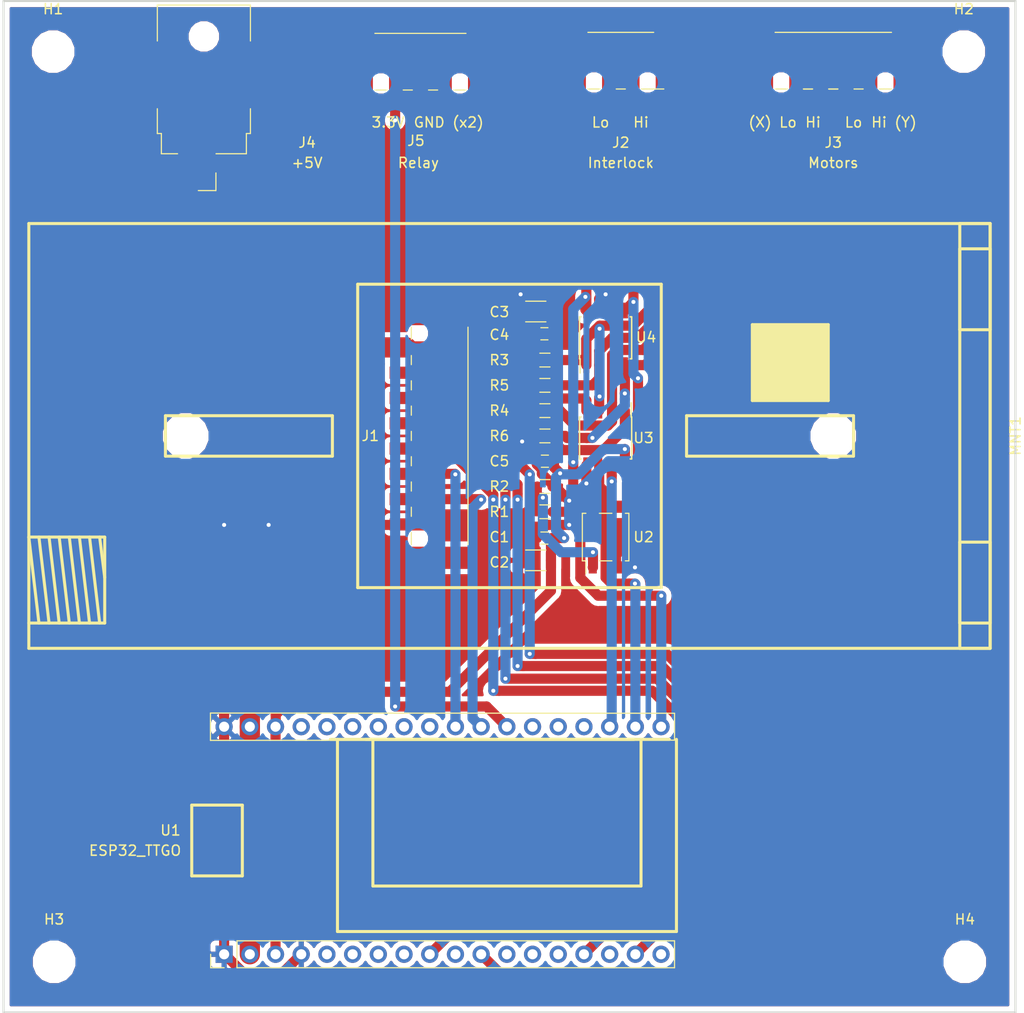
<source format=kicad_pcb>
(kicad_pcb (version 20171130) (host pcbnew "(5.0.0-rc2-dev)")

  (general
    (thickness 1.6)
    (drawings 12)
    (tracks 326)
    (zones 0)
    (modules 25)
    (nets 42)
  )

  (page A4)
  (layers
    (0 F.Cu signal)
    (31 B.Cu signal)
    (32 B.Adhes user)
    (33 F.Adhes user)
    (34 B.Paste user)
    (35 F.Paste user)
    (36 B.SilkS user)
    (37 F.SilkS user)
    (38 B.Mask user)
    (39 F.Mask user)
    (40 Dwgs.User user)
    (41 Cmts.User user)
    (42 Eco1.User user)
    (43 Eco2.User user)
    (44 Edge.Cuts user)
    (45 Margin user)
    (46 B.CrtYd user)
    (47 F.CrtYd user)
    (48 B.Fab user)
    (49 F.Fab user)
  )

  (setup
    (last_trace_width 0.25)
    (user_trace_width 0.2)
    (user_trace_width 0.2)
    (user_trace_width 0.25)
    (user_trace_width 0.4)
    (user_trace_width 0.5)
    (user_trace_width 1)
    (user_trace_width 2)
    (user_trace_width 3)
    (trace_clearance 0.2)
    (zone_clearance 0.508)
    (zone_45_only no)
    (trace_min 0.2)
    (segment_width 0.2)
    (edge_width 0.15)
    (via_size 0.8)
    (via_drill 0.4)
    (via_min_size 0.4)
    (via_min_drill 0.3)
    (uvia_size 0.3)
    (uvia_drill 0.1)
    (uvias_allowed no)
    (uvia_min_size 0.2)
    (uvia_min_drill 0.1)
    (pcb_text_width 0.3)
    (pcb_text_size 1.5 1.5)
    (mod_edge_width 0.15)
    (mod_text_size 1 1)
    (mod_text_width 0.15)
    (pad_size 1.524 1.524)
    (pad_drill 0.762)
    (pad_to_mask_clearance 0.2)
    (aux_axis_origin 0 0)
    (visible_elements FFFFFF7F)
    (pcbplotparams
      (layerselection 0x010fc_ffffffff)
      (usegerberextensions true)
      (usegerberattributes true)
      (usegerberadvancedattributes true)
      (creategerberjobfile true)
      (excludeedgelayer true)
      (linewidth 0.100000)
      (plotframeref false)
      (viasonmask false)
      (mode 1)
      (useauxorigin false)
      (hpglpennumber 1)
      (hpglpenspeed 20)
      (hpglpendiameter 15)
      (psnegative false)
      (psa4output false)
      (plotreference true)
      (plotvalue true)
      (plotinvisibletext false)
      (padsonsilk false)
      (subtractmaskfromsilk false)
      (outputformat 1)
      (mirror false)
      (drillshape 0)
      (scaleselection 1)
      (outputdirectory gerbers))
  )

  (net 0 "")
  (net 1 +3V3)
  (net 2 GND)
  (net 3 +5V)
  (net 4 /DATA1)
  (net 5 /DATA0)
  (net 6 /Read_Hold)
  (net 7 /Beeper)
  (net 8 /Red_LED)
  (net 9 /Green_LED)
  (net 10 /Interlock_H)
  (net 11 /Interlock_L)
  (net 12 /MotorX_L)
  (net 13 /MotorX_H)
  (net 14 /Interlock_Safe)
  (net 15 /MotorY_Safe)
  (net 16 /MotorX_Safe)
  (net 17 /MotorY_L)
  (net 18 /MotorY_H)
  (net 19 "Net-(U1-Pad22)")
  (net 20 "Net-(U1-Pad23)")
  (net 21 "Net-(U1-Pad24)")
  (net 22 "Net-(U1-Pad28)")
  (net 23 "Net-(U1-Pad29)")
  (net 24 "Net-(U1-Pad30)")
  (net 25 "Net-(U1-Pad31)")
  (net 26 "Net-(U1-Pad32)")
  (net 27 "Net-(U1-Pad33)")
  (net 28 "Net-(U1-Pad5)")
  (net 29 "Net-(U1-Pad6)")
  (net 30 "Net-(U1-Pad7)")
  (net 31 "Net-(U1-Pad8)")
  (net 32 "Net-(U1-Pad10)")
  (net 33 "Net-(U1-Pad12)")
  (net 34 "Net-(U1-Pad13)")
  (net 35 "Net-(U1-Pad14)")
  (net 36 "Net-(U1-Pad16)")
  (net 37 "Net-(U1-Pad18)")
  (net 38 "Net-(R1-Pad2)")
  (net 39 "Net-(R3-Pad2)")
  (net 40 "Net-(R4-Pad1)")
  (net 41 /Relay)

  (net_class Default "This is the default net class."
    (clearance 0.2)
    (trace_width 0.25)
    (via_dia 0.8)
    (via_drill 0.4)
    (uvia_dia 0.3)
    (uvia_drill 0.1)
    (add_net +3V3)
    (add_net +5V)
    (add_net /Beeper)
    (add_net /DATA0)
    (add_net /DATA1)
    (add_net /Green_LED)
    (add_net /Interlock_H)
    (add_net /Interlock_L)
    (add_net /Interlock_Safe)
    (add_net /MotorX_H)
    (add_net /MotorX_L)
    (add_net /MotorX_Safe)
    (add_net /MotorY_H)
    (add_net /MotorY_L)
    (add_net /MotorY_Safe)
    (add_net /Read_Hold)
    (add_net /Red_LED)
    (add_net /Relay)
    (add_net GND)
    (add_net "Net-(R1-Pad2)")
    (add_net "Net-(R3-Pad2)")
    (add_net "Net-(R4-Pad1)")
    (add_net "Net-(U1-Pad10)")
    (add_net "Net-(U1-Pad12)")
    (add_net "Net-(U1-Pad13)")
    (add_net "Net-(U1-Pad14)")
    (add_net "Net-(U1-Pad16)")
    (add_net "Net-(U1-Pad18)")
    (add_net "Net-(U1-Pad22)")
    (add_net "Net-(U1-Pad23)")
    (add_net "Net-(U1-Pad24)")
    (add_net "Net-(U1-Pad28)")
    (add_net "Net-(U1-Pad29)")
    (add_net "Net-(U1-Pad30)")
    (add_net "Net-(U1-Pad31)")
    (add_net "Net-(U1-Pad32)")
    (add_net "Net-(U1-Pad33)")
    (add_net "Net-(U1-Pad5)")
    (add_net "Net-(U1-Pad6)")
    (add_net "Net-(U1-Pad7)")
    (add_net "Net-(U1-Pad8)")
  )

  (module Capacitors_SMD:C_0603 (layer F.Cu) (tedit 59958EE7) (tstamp 5A8F4802)
    (at 163.45 103.1 180)
    (descr "Capacitor SMD 0603, reflow soldering, AVX (see smccp.pdf)")
    (tags "capacitor 0603")
    (path /5A913F98)
    (attr smd)
    (fp_text reference C1 (at 4.45 0.1 180) (layer F.SilkS)
      (effects (font (size 1 1) (thickness 0.15)))
    )
    (fp_text value 0.1uF (at 0 1.5 180) (layer F.Fab)
      (effects (font (size 1 1) (thickness 0.15)))
    )
    (fp_line (start 1.4 0.65) (end -1.4 0.65) (layer F.CrtYd) (width 0.05))
    (fp_line (start 1.4 0.65) (end 1.4 -0.65) (layer F.CrtYd) (width 0.05))
    (fp_line (start -1.4 -0.65) (end -1.4 0.65) (layer F.CrtYd) (width 0.05))
    (fp_line (start -1.4 -0.65) (end 1.4 -0.65) (layer F.CrtYd) (width 0.05))
    (fp_line (start 0.35 0.6) (end -0.35 0.6) (layer F.SilkS) (width 0.12))
    (fp_line (start -0.35 -0.6) (end 0.35 -0.6) (layer F.SilkS) (width 0.12))
    (fp_line (start -0.8 -0.4) (end 0.8 -0.4) (layer F.Fab) (width 0.1))
    (fp_line (start 0.8 -0.4) (end 0.8 0.4) (layer F.Fab) (width 0.1))
    (fp_line (start 0.8 0.4) (end -0.8 0.4) (layer F.Fab) (width 0.1))
    (fp_line (start -0.8 0.4) (end -0.8 -0.4) (layer F.Fab) (width 0.1))
    (fp_text user %R (at 0 0 180) (layer F.Fab)
      (effects (font (size 0.3 0.3) (thickness 0.075)))
    )
    (pad 2 smd rect (at 0.75 0 180) (size 0.8 0.75) (layers F.Cu F.Paste F.Mask)
      (net 2 GND))
    (pad 1 smd rect (at -0.75 0 180) (size 0.8 0.75) (layers F.Cu F.Paste F.Mask)
      (net 1 +3V3))
    (model Capacitors_SMD.3dshapes/C_0603.wrl
      (at (xyz 0 0 0))
      (scale (xyz 1 1 1))
      (rotate (xyz 0 0 0))
    )
  )

  (module Capacitors_SMD:C_0603 (layer F.Cu) (tedit 59958EE7) (tstamp 5A8F4318)
    (at 163.45 82.9 180)
    (descr "Capacitor SMD 0603, reflow soldering, AVX (see smccp.pdf)")
    (tags "capacitor 0603")
    (path /5A91400E)
    (attr smd)
    (fp_text reference C4 (at 4.45 -0.1 180) (layer F.SilkS)
      (effects (font (size 1 1) (thickness 0.15)))
    )
    (fp_text value 0.1uF (at 0 1.5 180) (layer F.Fab)
      (effects (font (size 1 1) (thickness 0.15)))
    )
    (fp_line (start 1.4 0.65) (end -1.4 0.65) (layer F.CrtYd) (width 0.05))
    (fp_line (start 1.4 0.65) (end 1.4 -0.65) (layer F.CrtYd) (width 0.05))
    (fp_line (start -1.4 -0.65) (end -1.4 0.65) (layer F.CrtYd) (width 0.05))
    (fp_line (start -1.4 -0.65) (end 1.4 -0.65) (layer F.CrtYd) (width 0.05))
    (fp_line (start 0.35 0.6) (end -0.35 0.6) (layer F.SilkS) (width 0.12))
    (fp_line (start -0.35 -0.6) (end 0.35 -0.6) (layer F.SilkS) (width 0.12))
    (fp_line (start -0.8 -0.4) (end 0.8 -0.4) (layer F.Fab) (width 0.1))
    (fp_line (start 0.8 -0.4) (end 0.8 0.4) (layer F.Fab) (width 0.1))
    (fp_line (start 0.8 0.4) (end -0.8 0.4) (layer F.Fab) (width 0.1))
    (fp_line (start -0.8 0.4) (end -0.8 -0.4) (layer F.Fab) (width 0.1))
    (fp_text user %R (at 0 0 180) (layer F.Fab)
      (effects (font (size 0.3 0.3) (thickness 0.075)))
    )
    (pad 2 smd rect (at 0.75 0 180) (size 0.8 0.75) (layers F.Cu F.Paste F.Mask)
      (net 2 GND))
    (pad 1 smd rect (at -0.75 0 180) (size 0.8 0.75) (layers F.Cu F.Paste F.Mask)
      (net 3 +5V))
    (model Capacitors_SMD.3dshapes/C_0603.wrl
      (at (xyz 0 0 0))
      (scale (xyz 1 1 1))
      (rotate (xyz 0 0 0))
    )
  )

  (module Capacitors_SMD:C_0603 (layer F.Cu) (tedit 59958EE7) (tstamp 5A8F4255)
    (at 163.5 95.5)
    (descr "Capacitor SMD 0603, reflow soldering, AVX (see smccp.pdf)")
    (tags "capacitor 0603")
    (path /5A8D8C9E)
    (attr smd)
    (fp_text reference C5 (at -4.5 0) (layer F.SilkS)
      (effects (font (size 1 1) (thickness 0.15)))
    )
    (fp_text value C (at 0 1.5) (layer F.Fab)
      (effects (font (size 1 1) (thickness 0.15)))
    )
    (fp_line (start 1.4 0.65) (end -1.4 0.65) (layer F.CrtYd) (width 0.05))
    (fp_line (start 1.4 0.65) (end 1.4 -0.65) (layer F.CrtYd) (width 0.05))
    (fp_line (start -1.4 -0.65) (end -1.4 0.65) (layer F.CrtYd) (width 0.05))
    (fp_line (start -1.4 -0.65) (end 1.4 -0.65) (layer F.CrtYd) (width 0.05))
    (fp_line (start 0.35 0.6) (end -0.35 0.6) (layer F.SilkS) (width 0.12))
    (fp_line (start -0.35 -0.6) (end 0.35 -0.6) (layer F.SilkS) (width 0.12))
    (fp_line (start -0.8 -0.4) (end 0.8 -0.4) (layer F.Fab) (width 0.1))
    (fp_line (start 0.8 -0.4) (end 0.8 0.4) (layer F.Fab) (width 0.1))
    (fp_line (start 0.8 0.4) (end -0.8 0.4) (layer F.Fab) (width 0.1))
    (fp_line (start -0.8 0.4) (end -0.8 -0.4) (layer F.Fab) (width 0.1))
    (fp_text user %R (at 0 0) (layer F.Fab)
      (effects (font (size 0.3 0.3) (thickness 0.075)))
    )
    (pad 2 smd rect (at 0.75 0) (size 0.8 0.75) (layers F.Cu F.Paste F.Mask)
      (net 1 +3V3))
    (pad 1 smd rect (at -0.75 0) (size 0.8 0.75) (layers F.Cu F.Paste F.Mask)
      (net 2 GND))
    (model Capacitors_SMD.3dshapes/C_0603.wrl
      (at (xyz 0 0 0))
      (scale (xyz 1 1 1))
      (rotate (xyz 0 0 0))
    )
  )

  (module Capacitors_SMD:C_1206 (layer F.Cu) (tedit 5AA057C8) (tstamp 5A8F408D)
    (at 162.6 105.3 180)
    (descr "Capacitor SMD 1206, reflow soldering, AVX (see smccp.pdf)")
    (tags "capacitor 1206")
    (path /5A90D87B)
    (attr smd)
    (fp_text reference C2 (at 3.6 -0.2 180) (layer F.SilkS)
      (effects (font (size 1 1) (thickness 0.15)))
    )
    (fp_text value 10uF (at 0 2 180) (layer F.Fab)
      (effects (font (size 1 1) (thickness 0.15)))
    )
    (fp_text user %R (at 3.6 -0.2 180) (layer F.Fab) hide
      (effects (font (size 1 1) (thickness 0.15)))
    )
    (fp_line (start -1.6 0.8) (end -1.6 -0.8) (layer F.Fab) (width 0.1))
    (fp_line (start 1.6 0.8) (end -1.6 0.8) (layer F.Fab) (width 0.1))
    (fp_line (start 1.6 -0.8) (end 1.6 0.8) (layer F.Fab) (width 0.1))
    (fp_line (start -1.6 -0.8) (end 1.6 -0.8) (layer F.Fab) (width 0.1))
    (fp_line (start 1 -1.02) (end -1 -1.02) (layer F.SilkS) (width 0.12))
    (fp_line (start -1 1.02) (end 1 1.02) (layer F.SilkS) (width 0.12))
    (fp_line (start -2.25 -1.05) (end 2.25 -1.05) (layer F.CrtYd) (width 0.05))
    (fp_line (start -2.25 -1.05) (end -2.25 1.05) (layer F.CrtYd) (width 0.05))
    (fp_line (start 2.25 1.05) (end 2.25 -1.05) (layer F.CrtYd) (width 0.05))
    (fp_line (start 2.25 1.05) (end -2.25 1.05) (layer F.CrtYd) (width 0.05))
    (pad 1 smd rect (at -1.5 0 180) (size 1 1.6) (layers F.Cu F.Paste F.Mask)
      (net 1 +3V3))
    (pad 2 smd rect (at 1.5 0 180) (size 1 1.6) (layers F.Cu F.Paste F.Mask)
      (net 2 GND))
    (model Capacitors_SMD.3dshapes/C_1206.wrl
      (at (xyz 0 0 0))
      (scale (xyz 1 1 1))
      (rotate (xyz 0 0 0))
    )
  )

  (module Capacitors_SMD:C_1206 (layer F.Cu) (tedit 58AA84B8) (tstamp 5A8F4225)
    (at 162.6 80.7 180)
    (descr "Capacitor SMD 1206, reflow soldering, AVX (see smccp.pdf)")
    (tags "capacitor 1206")
    (path /5A90D930)
    (attr smd)
    (fp_text reference C3 (at 3.6 -0.05 180) (layer F.SilkS)
      (effects (font (size 1 1) (thickness 0.15)))
    )
    (fp_text value 10uF (at 0 2 180) (layer F.Fab)
      (effects (font (size 1 1) (thickness 0.15)))
    )
    (fp_text user %R (at 0 -1.75 180) (layer F.Fab)
      (effects (font (size 1 1) (thickness 0.15)))
    )
    (fp_line (start -1.6 0.8) (end -1.6 -0.8) (layer F.Fab) (width 0.1))
    (fp_line (start 1.6 0.8) (end -1.6 0.8) (layer F.Fab) (width 0.1))
    (fp_line (start 1.6 -0.8) (end 1.6 0.8) (layer F.Fab) (width 0.1))
    (fp_line (start -1.6 -0.8) (end 1.6 -0.8) (layer F.Fab) (width 0.1))
    (fp_line (start 1 -1.02) (end -1 -1.02) (layer F.SilkS) (width 0.12))
    (fp_line (start -1 1.02) (end 1 1.02) (layer F.SilkS) (width 0.12))
    (fp_line (start -2.25 -1.05) (end 2.25 -1.05) (layer F.CrtYd) (width 0.05))
    (fp_line (start -2.25 -1.05) (end -2.25 1.05) (layer F.CrtYd) (width 0.05))
    (fp_line (start 2.25 1.05) (end 2.25 -1.05) (layer F.CrtYd) (width 0.05))
    (fp_line (start 2.25 1.05) (end -2.25 1.05) (layer F.CrtYd) (width 0.05))
    (pad 1 smd rect (at -1.5 0 180) (size 1 1.6) (layers F.Cu F.Paste F.Mask)
      (net 3 +5V))
    (pad 2 smd rect (at 1.5 0 180) (size 1 1.6) (layers F.Cu F.Paste F.Mask)
      (net 2 GND))
    (model Capacitors_SMD.3dshapes/C_1206.wrl
      (at (xyz 0 0 0))
      (scale (xyz 1 1 1))
      (rotate (xyz 0 0 0))
    )
  )

  (module Housings_SOIC:SO-4_4.4x4.3mm_Pitch2.54mm (layer F.Cu) (tedit 5AA05828) (tstamp 5A8F418D)
    (at 169.5 103 90)
    (descr "4-Lead Plastic Small Outline (SO), see https://docs.broadcom.com/docs/AV02-0173EN")
    (tags "SO SOIC 2.54")
    (path /5A8CCB95)
    (attr smd)
    (fp_text reference U2 (at 0 3.75 180) (layer F.SilkS)
      (effects (font (size 1 1) (thickness 0.15)))
    )
    (fp_text value ASSR-1218 (at 0 3.5 90) (layer F.Fab) hide
      (effects (font (size 1 1) (thickness 0.15)))
    )
    (fp_line (start 2.35 0.62) (end 2.35 -0.62) (layer F.SilkS) (width 0.12))
    (fp_line (start -2.35 0.62) (end -2.35 -0.62) (layer F.SilkS) (width 0.12))
    (fp_line (start -2.2 -1.15) (end -1.2 -2.15) (layer F.Fab) (width 0.1))
    (fp_line (start -2.2 2.15) (end -2.2 -1.15) (layer F.Fab) (width 0.1))
    (fp_line (start 2.2 2.15) (end 2.2 -2.15) (layer F.Fab) (width 0.1))
    (fp_line (start -2.2 2.15) (end 2.2 2.15) (layer F.Fab) (width 0.1))
    (fp_line (start 3.85 -2.4) (end 3.85 2.4) (layer F.CrtYd) (width 0.05))
    (fp_line (start 3.85 2.4) (end -3.85 2.4) (layer F.CrtYd) (width 0.05))
    (fp_line (start -3.85 2.4) (end -3.85 -2.4) (layer F.CrtYd) (width 0.05))
    (fp_line (start -3.85 -2.4) (end 3.85 -2.4) (layer F.CrtYd) (width 0.05))
    (fp_line (start -2.35 -1.95) (end -2.35 -2.3) (layer F.SilkS) (width 0.12))
    (fp_line (start -2.35 -2.3) (end 2.35 -2.3) (layer F.SilkS) (width 0.12))
    (fp_line (start 2.35 -2.3) (end 2.35 -1.95) (layer F.SilkS) (width 0.12))
    (fp_line (start -2.35 -1.95) (end -3.6 -1.95) (layer F.SilkS) (width 0.12))
    (fp_line (start -2.35 1.95) (end -2.35 2.3) (layer F.SilkS) (width 0.12))
    (fp_line (start -2.35 2.3) (end 2.35 2.3) (layer F.SilkS) (width 0.12))
    (fp_line (start 2.35 2.3) (end 2.35 1.95) (layer F.SilkS) (width 0.12))
    (fp_text user %R (at 0 0 90) (layer F.Fab)
      (effects (font (size 1 1) (thickness 0.15)))
    )
    (fp_line (start -1.2 -2.15) (end 2.2 -2.15) (layer F.Fab) (width 0.1))
    (pad 3 smd rect (at 3 1.27) (size 0.8 1.2) (layers F.Cu F.Paste F.Mask)
      (net 10 /Interlock_H))
    (pad 2 smd rect (at -3 1.27) (size 0.8 1.2) (layers F.Cu F.Paste F.Mask)
      (net 2 GND))
    (pad 1 smd rect (at -3 -1.27) (size 0.8 1.2) (layers F.Cu F.Paste F.Mask)
      (net 38 "Net-(R1-Pad2)"))
    (pad 4 smd rect (at 3 -1.27) (size 0.8 1.2) (layers F.Cu F.Paste F.Mask)
      (net 11 /Interlock_L))
    (model ${KISYS3DMOD}/Housings_SOIC.3dshapes/SO-4_4.4x4.3mm_Pitch2.54mm.wrl
      (at (xyz 0 0 0))
      (scale (xyz 1 1 1))
      (rotate (xyz 0 0 0))
    )
    (model /Users/paulreimer/Development/kicad/parts/VO1400AEFTR/VO1400AEFTR.3dshapes/VO1400AEFTR.stp
      (at (xyz 0 0 0))
      (scale (xyz 1 1 1))
      (rotate (xyz 0 0 0))
    )
  )

  (module Housings_SOIC:SOIC-8_3.9x4.9mm_Pitch1.27mm (layer F.Cu) (tedit 58CD0CDA) (tstamp 5A8F41DD)
    (at 169.5 93.2 270)
    (descr "8-Lead Plastic Small Outline (SN) - Narrow, 3.90 mm Body [SOIC] (see Microchip Packaging Specification 00000049BS.pdf)")
    (tags "SOIC 1.27")
    (path /5A904523)
    (attr smd)
    (fp_text reference U3 (at 0 -3.75) (layer F.SilkS)
      (effects (font (size 1 1) (thickness 0.15)))
    )
    (fp_text value TLP2161 (at 0 3.5 270) (layer F.Fab)
      (effects (font (size 1 1) (thickness 0.15)))
    )
    (fp_line (start -2.075 -2.525) (end -3.475 -2.525) (layer F.SilkS) (width 0.15))
    (fp_line (start -2.075 2.575) (end 2.075 2.575) (layer F.SilkS) (width 0.15))
    (fp_line (start -2.075 -2.575) (end 2.075 -2.575) (layer F.SilkS) (width 0.15))
    (fp_line (start -2.075 2.575) (end -2.075 2.43) (layer F.SilkS) (width 0.15))
    (fp_line (start 2.075 2.575) (end 2.075 2.43) (layer F.SilkS) (width 0.15))
    (fp_line (start 2.075 -2.575) (end 2.075 -2.43) (layer F.SilkS) (width 0.15))
    (fp_line (start -2.075 -2.575) (end -2.075 -2.525) (layer F.SilkS) (width 0.15))
    (fp_line (start -3.73 2.7) (end 3.73 2.7) (layer F.CrtYd) (width 0.05))
    (fp_line (start -3.73 -2.7) (end 3.73 -2.7) (layer F.CrtYd) (width 0.05))
    (fp_line (start 3.73 -2.7) (end 3.73 2.7) (layer F.CrtYd) (width 0.05))
    (fp_line (start -3.73 -2.7) (end -3.73 2.7) (layer F.CrtYd) (width 0.05))
    (fp_line (start -1.95 -1.45) (end -0.95 -2.45) (layer F.Fab) (width 0.1))
    (fp_line (start -1.95 2.45) (end -1.95 -1.45) (layer F.Fab) (width 0.1))
    (fp_line (start 1.95 2.45) (end -1.95 2.45) (layer F.Fab) (width 0.1))
    (fp_line (start 1.95 -2.45) (end 1.95 2.45) (layer F.Fab) (width 0.1))
    (fp_line (start -0.95 -2.45) (end 1.95 -2.45) (layer F.Fab) (width 0.1))
    (fp_text user %R (at 0 0 270) (layer F.Fab)
      (effects (font (size 1 1) (thickness 0.15)))
    )
    (pad 8 smd rect (at 2.7 -1.905 270) (size 1.55 0.6) (layers F.Cu F.Paste F.Mask)
      (net 1 +3V3))
    (pad 7 smd rect (at 2.7 -0.635 270) (size 1.55 0.6) (layers F.Cu F.Paste F.Mask)
      (net 15 /MotorY_Safe))
    (pad 6 smd rect (at 2.7 0.635 270) (size 1.55 0.6) (layers F.Cu F.Paste F.Mask)
      (net 16 /MotorX_Safe))
    (pad 5 smd rect (at 2.7 1.905 270) (size 1.55 0.6) (layers F.Cu F.Paste F.Mask)
      (net 2 GND))
    (pad 4 smd rect (at -2.7 1.905 270) (size 1.55 0.6) (layers F.Cu F.Paste F.Mask)
      (net 39 "Net-(R3-Pad2)"))
    (pad 3 smd rect (at -2.7 0.635 270) (size 1.55 0.6) (layers F.Cu F.Paste F.Mask)
      (net 12 /MotorX_L))
    (pad 2 smd rect (at -2.7 -0.635 270) (size 1.55 0.6) (layers F.Cu F.Paste F.Mask)
      (net 17 /MotorY_L))
    (pad 1 smd rect (at -2.7 -1.905 270) (size 1.55 0.6) (layers F.Cu F.Paste F.Mask)
      (net 40 "Net-(R4-Pad1)"))
    (model ${KISYS3DMOD}/Housings_SOIC.3dshapes/SOIC-8_3.9x4.9mm_Pitch1.27mm.wrl
      (at (xyz 0 0 0))
      (scale (xyz 1 1 1))
      (rotate (xyz 0 0 0))
    )
  )

  (module Housings_SOIC:SOIC-8_3.9x4.9mm_Pitch1.27mm (layer F.Cu) (tedit 5AA05830) (tstamp 5A8F4045)
    (at 169.5 83.3 90)
    (descr "8-Lead Plastic Small Outline (SN) - Narrow, 3.90 mm Body [SOIC] (see Microchip Packaging Specification 00000049BS.pdf)")
    (tags "SOIC 1.27")
    (path /5A908DD1)
    (attr smd)
    (fp_text reference U4 (at 0.05 4 180) (layer F.SilkS)
      (effects (font (size 1 1) (thickness 0.15)))
    )
    (fp_text value SMDA15-6 (at 0 3.5 90) (layer F.Fab) hide
      (effects (font (size 1 1) (thickness 0.15)))
    )
    (fp_text user %R (at 0 0 90) (layer F.Fab) hide
      (effects (font (size 1 1) (thickness 0.15)))
    )
    (fp_line (start -0.95 -2.45) (end 1.95 -2.45) (layer F.Fab) (width 0.1))
    (fp_line (start 1.95 -2.45) (end 1.95 2.45) (layer F.Fab) (width 0.1))
    (fp_line (start 1.95 2.45) (end -1.95 2.45) (layer F.Fab) (width 0.1))
    (fp_line (start -1.95 2.45) (end -1.95 -1.45) (layer F.Fab) (width 0.1))
    (fp_line (start -1.95 -1.45) (end -0.95 -2.45) (layer F.Fab) (width 0.1))
    (fp_line (start -3.73 -2.7) (end -3.73 2.7) (layer F.CrtYd) (width 0.05))
    (fp_line (start 3.73 -2.7) (end 3.73 2.7) (layer F.CrtYd) (width 0.05))
    (fp_line (start -3.73 -2.7) (end 3.73 -2.7) (layer F.CrtYd) (width 0.05))
    (fp_line (start -3.73 2.7) (end 3.73 2.7) (layer F.CrtYd) (width 0.05))
    (fp_line (start -2.075 -2.575) (end -2.075 -2.525) (layer F.SilkS) (width 0.15))
    (fp_line (start 2.075 -2.575) (end 2.075 -2.43) (layer F.SilkS) (width 0.15))
    (fp_line (start 2.075 2.575) (end 2.075 2.43) (layer F.SilkS) (width 0.15))
    (fp_line (start -2.075 2.575) (end -2.075 2.43) (layer F.SilkS) (width 0.15))
    (fp_line (start -2.075 -2.575) (end 2.075 -2.575) (layer F.SilkS) (width 0.15))
    (fp_line (start -2.075 2.575) (end 2.075 2.575) (layer F.SilkS) (width 0.15))
    (fp_line (start -2.075 -2.525) (end -3.475 -2.525) (layer F.SilkS) (width 0.15))
    (pad 1 smd rect (at -2.7 -1.905 90) (size 1.55 0.6) (layers F.Cu F.Paste F.Mask)
      (net 12 /MotorX_L))
    (pad 2 smd rect (at -2.7 -0.635 90) (size 1.55 0.6) (layers F.Cu F.Paste F.Mask)
      (net 13 /MotorX_H))
    (pad 3 smd rect (at -2.7 0.635 90) (size 1.55 0.6) (layers F.Cu F.Paste F.Mask)
      (net 17 /MotorY_L))
    (pad 4 smd rect (at -2.7 1.905 90) (size 1.55 0.6) (layers F.Cu F.Paste F.Mask)
      (net 18 /MotorY_H))
    (pad 5 smd rect (at 2.7 1.905 90) (size 1.55 0.6) (layers F.Cu F.Paste F.Mask)
      (net 10 /Interlock_H))
    (pad 6 smd rect (at 2.7 0.635 90) (size 1.55 0.6) (layers F.Cu F.Paste F.Mask)
      (net 2 GND))
    (pad 7 smd rect (at 2.7 -0.635 90) (size 1.55 0.6) (layers F.Cu F.Paste F.Mask)
      (net 2 GND))
    (pad 8 smd rect (at 2.7 -1.905 90) (size 1.55 0.6) (layers F.Cu F.Paste F.Mask)
      (net 11 /Interlock_L))
    (model ${KISYS3DMOD}/Housings_SOIC.3dshapes/SOIC-8_3.9x4.9mm_Pitch1.27mm.wrl
      (at (xyz 0 0 0))
      (scale (xyz 1 1 1))
      (rotate (xyz 0 0 0))
    )
  )

  (module TerminalBlock_Phoenix_PTSM:TerminalBlock_Phoenix_PTSM-0,5-8-HV-2.5-SMD_1x08_P2.50mm_Vertical (layer F.Cu) (tedit 5AA057AD) (tstamp 5A8F40EF)
    (at 152 93 270)
    (descr "PhoenixContact PTSM0,5 8 HV 2,5mm vertical SMD spring clamp terminal block connector http://www.phoenixcontact.com/us/products/1778751/pdf")
    (tags "2.5mm vertical SMD spring clamp terminal block connector ")
    (path /5A8CC39C)
    (attr smd)
    (fp_text reference J1 (at 0 5.75) (layer F.SilkS)
      (effects (font (size 1 1) (thickness 0.15)))
    )
    (fp_text value "HID Reader" (at 0 -6.3 270) (layer F.Fab) hide
      (effects (font (size 1 1) (thickness 0.15)))
    )
    (fp_text user %R (at 0 -0.92) (layer F.Fab)
      (effects (font (size 1 1) (thickness 0.15)))
    )
    (fp_line (start 14 -4.1) (end 9.4 -4.1) (layer F.CrtYd) (width 0.05))
    (fp_line (start 9.4 -4.1) (end 9.4 -5.5) (layer F.CrtYd) (width 0.05))
    (fp_line (start -14 -4.1) (end -9.4 -4.1) (layer F.CrtYd) (width 0.05))
    (fp_line (start -9.4 -4.1) (end -9.4 -5.5) (layer F.CrtYd) (width 0.05))
    (fp_line (start -9.2 -5.35) (end 9.2 -5.35) (layer F.Fab) (width 0.1))
    (fp_line (start 9.2 -5.35) (end 9.2 -3.65) (layer F.Fab) (width 0.1))
    (fp_line (start 9.2 -3.65) (end 12.8 -3.65) (layer F.Fab) (width 0.1))
    (fp_line (start -9.2 -3.65) (end -9.2 -5.35) (layer F.Fab) (width 0.1))
    (fp_line (start -12.8 -3.65) (end -9.2 -3.65) (layer F.Fab) (width 0.1))
    (fp_line (start -9.4 -5.5) (end 9.4 -5.5) (layer F.CrtYd) (width 0.05))
    (fp_line (start 14 -4.1) (end 14 4.1) (layer F.CrtYd) (width 0.05))
    (fp_line (start 14 4.1) (end -14 4.1) (layer F.CrtYd) (width 0.05))
    (fp_line (start -14 4.1) (end -14 -4.1) (layer F.CrtYd) (width 0.05))
    (fp_line (start 6.65 1.45) (end 6.65 3.51) (layer F.Fab) (width 0.1))
    (fp_line (start 5.85 3.51) (end 6.65 3.51) (layer F.Fab) (width 0.1))
    (fp_line (start 5.85 1.45) (end 5.85 3.51) (layer F.Fab) (width 0.1))
    (fp_line (start 4.15 1.45) (end 4.15 3.51) (layer F.Fab) (width 0.1))
    (fp_line (start 3.35 3.51) (end 4.15 3.51) (layer F.Fab) (width 0.1))
    (fp_line (start 3.35 1.45) (end 3.35 3.51) (layer F.Fab) (width 0.1))
    (fp_line (start 1.65 1.45) (end 1.65 3.51) (layer F.Fab) (width 0.1))
    (fp_line (start 0.85 3.51) (end 1.65 3.51) (layer F.Fab) (width 0.1))
    (fp_line (start 0.85 1.45) (end 0.85 3.51) (layer F.Fab) (width 0.1))
    (fp_line (start -0.85 1.45) (end -0.85 3.51) (layer F.Fab) (width 0.1))
    (fp_line (start -1.65 3.51) (end -0.85 3.51) (layer F.Fab) (width 0.1))
    (fp_line (start -1.65 1.45) (end -1.65 3.51) (layer F.Fab) (width 0.1))
    (fp_line (start -3.35 1.45) (end -3.35 3.51) (layer F.Fab) (width 0.1))
    (fp_line (start -4.15 3.51) (end -3.35 3.51) (layer F.Fab) (width 0.1))
    (fp_line (start -4.15 1.45) (end -4.15 3.51) (layer F.Fab) (width 0.1))
    (fp_line (start 8.35 1.45) (end 8.35 3.51) (layer F.Fab) (width 0.1))
    (fp_line (start 8.35 3.51) (end 9.15 3.51) (layer F.Fab) (width 0.1))
    (fp_line (start 9.15 1.45) (end 9.15 3.51) (layer F.Fab) (width 0.1))
    (fp_line (start -6.65 1.45) (end -6.65 3.51) (layer F.Fab) (width 0.1))
    (fp_line (start -6.65 3.51) (end -5.85 3.51) (layer F.Fab) (width 0.1))
    (fp_line (start -5.85 1.45) (end -5.85 3.51) (layer F.Fab) (width 0.1))
    (fp_line (start -8.35 1.45) (end -8.35 3.51) (layer F.Fab) (width 0.1))
    (fp_line (start -9.15 3.51) (end -8.35 3.51) (layer F.Fab) (width 0.1))
    (fp_line (start -9.15 1.45) (end -9.15 3.51) (layer F.Fab) (width 0.1))
    (fp_line (start 12.8 1.45) (end 12.8 -3.6) (layer F.Fab) (width 0.1))
    (fp_line (start -12.8 1.45) (end -12.8 -3.55) (layer F.Fab) (width 0.1))
    (fp_line (start 12.8 1.45) (end -12.8 1.45) (layer F.Fab) (width 0.1))
    (fp_line (start -9.55 1.7) (end -10.75 1.7) (layer F.SilkS) (width 0.12))
    (fp_line (start -7.05 1.7) (end -7.95 1.7) (layer F.SilkS) (width 0.12))
    (fp_line (start -4.55 1.7) (end -5.45 1.7) (layer F.SilkS) (width 0.12))
    (fp_line (start -2.05 1.7) (end -2.95 1.7) (layer F.SilkS) (width 0.12))
    (fp_line (start 0.45 1.7) (end -0.45 1.7) (layer F.SilkS) (width 0.12))
    (fp_line (start 2.95 1.7) (end 2.05 1.7) (layer F.SilkS) (width 0.12))
    (fp_line (start 5.45 1.7) (end 4.55 1.7) (layer F.SilkS) (width 0.12))
    (fp_line (start 7.95 1.7) (end 7.05 1.7) (layer F.SilkS) (width 0.12))
    (fp_line (start 10.75 1.7) (end 9.55 1.7) (layer F.SilkS) (width 0.12))
    (fp_line (start -10.75 -3.9) (end 10.75 -3.9) (layer F.SilkS) (width 0.12))
    (pad "" np_thru_hole circle (at 10.15 1.05 270) (size 1 1) (drill 1) (layers *.Cu *.Mask))
    (pad 4 smd rect (at -1.25 1.65 90) (size 1.2 4.4) (layers F.Cu F.Paste F.Mask)
      (net 9 /Green_LED))
    (pad 3 smd rect (at -3.75 1.65 90) (size 1.2 4.4) (layers F.Cu F.Paste F.Mask)
      (net 8 /Red_LED))
    (pad 2 smd rect (at -6.25 1.65 90) (size 1.2 4.4) (layers F.Cu F.Paste F.Mask)
      (net 7 /Beeper))
    (pad 5 smd rect (at 1.25 1.65 90) (size 1.2 4.4) (layers F.Cu F.Paste F.Mask)
      (net 6 /Read_Hold))
    (pad 6 smd rect (at 3.75 1.65 90) (size 1.2 4.4) (layers F.Cu F.Paste F.Mask)
      (net 5 /DATA0))
    (pad 7 smd rect (at 6.25 1.65 90) (size 1.2 4.4) (layers F.Cu F.Paste F.Mask)
      (net 4 /DATA1))
    (pad 8 smd rect (at 8.75 1.65 90) (size 1.2 4.4) (layers F.Cu F.Paste F.Mask)
      (net 2 GND))
    (pad 1 smd rect (at -8.75 1.65 90) (size 1.2 4.4) (layers F.Cu F.Paste F.Mask)
      (net 3 +5V))
    (pad "" smd rect (at 12.05 -1.05 90) (size 2.2 5.6) (layers F.Cu F.Paste F.Mask))
    (pad "" smd rect (at -12.05 -1.05 90) (size 2.2 5.6) (layers F.Cu F.Paste F.Mask))
    (pad "" np_thru_hole circle (at -10.15 1.05 270) (size 1 1) (drill 1) (layers *.Cu *.Mask))
    (model ${KISYS3DMOD}/TerminalBlock_Phoenix.3dshapes/TerminalBlock_Phoenix_PTSM-0,5-8-HV-2.5-SMD_1x08_P2.50mm_Vertical.wrl
      (at (xyz 0 0 0))
      (scale (xyz 1 1 1))
      (rotate (xyz 0 0 0))
    )
    (model /Users/paulreimer/Development/kicad/parts/TerminalBlock_Phoenix_PTSM/TerminalBlock_Phoenix_PTSM.3dshapes/1771088.stp
      (offset (xyz -4.8 -6 17.25))
      (scale (xyz 1 1 1))
      (rotate (xyz 90 180 -90))
    )
  )

  (module TerminalBlock_Phoenix_PTSM:TerminalBlock_Phoenix_PTSM-0,5-2-HV-2.5-SMD_1x02_P2.50mm_Vertical (layer F.Cu) (tedit 5AA05640) (tstamp 5AA05DD4)
    (at 171 57)
    (descr "PhoenixContact PTSM0,5 2 HV 2,5mm vertical SMD spring clamp terminal block connector http://www.phoenixcontact.com/us/products/1778696/pdf")
    (tags "2.5mm vertical SMD spring clamp terminal block connector ")
    (path /5A8CC48A)
    (attr smd)
    (fp_text reference J2 (at 0 7) (layer F.SilkS)
      (effects (font (size 1 1) (thickness 0.15)))
    )
    (fp_text value Interlock (at 0 9) (layer F.SilkS)
      (effects (font (size 1 1) (thickness 0.15)))
    )
    (fp_text user %R (at 0 -0.92) (layer F.Fab) hide
      (effects (font (size 1 1) (thickness 0.15)))
    )
    (fp_line (start 6.5 -4.1) (end 1.9 -4.1) (layer F.CrtYd) (width 0.05))
    (fp_line (start 1.9 -4.1) (end 1.9 -5.5) (layer F.CrtYd) (width 0.05))
    (fp_line (start -6.5 -4.1) (end -1.9 -4.1) (layer F.CrtYd) (width 0.05))
    (fp_line (start -1.9 -4.1) (end -1.9 -5.5) (layer F.CrtYd) (width 0.05))
    (fp_line (start -1.7 -5.35) (end 1.7 -5.35) (layer F.Fab) (width 0.1))
    (fp_line (start 1.7 -5.35) (end 1.7 -3.65) (layer F.Fab) (width 0.1))
    (fp_line (start 1.7 -3.65) (end 5.3 -3.65) (layer F.Fab) (width 0.1))
    (fp_line (start -1.7 -3.65) (end -1.7 -5.35) (layer F.Fab) (width 0.1))
    (fp_line (start -5.3 -3.65) (end -1.7 -3.65) (layer F.Fab) (width 0.1))
    (fp_line (start -1.9 -5.5) (end 1.9 -5.5) (layer F.CrtYd) (width 0.05))
    (fp_line (start 6.5 -4.1) (end 6.5 4.1) (layer F.CrtYd) (width 0.05))
    (fp_line (start 6.5 4.1) (end -6.5 4.1) (layer F.CrtYd) (width 0.05))
    (fp_line (start -6.5 4.1) (end -6.5 -4.1) (layer F.CrtYd) (width 0.05))
    (fp_line (start 0.85 1.45) (end 0.85 3.51) (layer F.Fab) (width 0.1))
    (fp_line (start 0.85 3.51) (end 1.65 3.51) (layer F.Fab) (width 0.1))
    (fp_line (start 1.65 1.45) (end 1.65 3.51) (layer F.Fab) (width 0.1))
    (fp_line (start -0.85 1.45) (end -0.85 3.51) (layer F.Fab) (width 0.1))
    (fp_line (start -1.65 3.51) (end -0.85 3.51) (layer F.Fab) (width 0.1))
    (fp_line (start -1.65 1.45) (end -1.65 3.51) (layer F.Fab) (width 0.1))
    (fp_line (start 5.3 1.45) (end 5.3 -3.6) (layer F.Fab) (width 0.1))
    (fp_line (start -5.3 1.45) (end -5.3 -3.55) (layer F.Fab) (width 0.1))
    (fp_line (start 5.3 1.45) (end -5.3 1.45) (layer F.Fab) (width 0.1))
    (fp_line (start -2.05 1.7) (end -3.25 1.7) (layer F.SilkS) (width 0.12))
    (fp_line (start 0.45 1.7) (end -0.45 1.7) (layer F.SilkS) (width 0.12))
    (fp_line (start 4.25 1.7) (end 2.05 1.7) (layer F.SilkS) (width 0.12))
    (fp_line (start -3.25 -3.9) (end 3.25 -3.9) (layer F.SilkS) (width 0.12))
    (pad "" np_thru_hole circle (at 2.65 1.05) (size 1 1) (drill 1) (layers *.Cu *.Mask))
    (pad 2 smd rect (at 1.25 1.65 180) (size 1.2 4.4) (layers F.Cu F.Paste F.Mask)
      (net 10 /Interlock_H))
    (pad 1 smd rect (at -1.25 1.65 180) (size 1.2 4.4) (layers F.Cu F.Paste F.Mask)
      (net 11 /Interlock_L))
    (pad "" smd rect (at 4.55 -1.05 180) (size 2.2 5.6) (layers F.Cu F.Paste F.Mask))
    (pad "" smd rect (at -4.55 -1.05 180) (size 2.2 5.6) (layers F.Cu F.Paste F.Mask))
    (pad "" np_thru_hole circle (at -2.65 1.05) (size 1 1) (drill 1) (layers *.Cu *.Mask))
    (model /Users/paulreimer/Development/kicad/parts/TerminalBlock_Phoenix_PTSM/TerminalBlock_Phoenix_PTSM.3dshapes/1778764.stp
      (offset (xyz 2.8 2.5 17.2))
      (scale (xyz 1 1 1))
      (rotate (xyz -90 0 90))
    )
    (model /Users/paulreimer/Development/kicad/parts/TerminalBlock_Phoenix_PTSM/TerminalBlock_Phoenix_PTSM.3dshapes/1778832.stp
      (offset (xyz 5.5 15 17))
      (scale (xyz 1 1 1))
      (rotate (xyz 90 180 -90))
    )
  )

  (module TerminalBlock_Phoenix_PTSM:TerminalBlock_Phoenix_PTSM-0,5-4-HV-2.5-SMD_1x06_P2.50mm_Vertical (layer F.Cu) (tedit 5AA056C0) (tstamp 5A8E3F48)
    (at 192 57)
    (descr "PhoenixContact PTSM0,5 6 HV 2,5mm vertical SMD spring clamp terminal block connector http://www.phoenixcontact.com/us/products/1778735/pdf")
    (tags "2.5mm vertical SMD spring clamp terminal block connector ")
    (path /5A8CC55D)
    (attr smd)
    (fp_text reference J3 (at 0 7) (layer F.SilkS)
      (effects (font (size 1 1) (thickness 0.15)))
    )
    (fp_text value Motors (at 0 9) (layer F.SilkS)
      (effects (font (size 1 1) (thickness 0.15)))
    )
    (fp_line (start -5.75 -3.9) (end 5.75 -3.9) (layer F.SilkS) (width 0.12))
    (fp_line (start 5.75 1.7) (end 4.55 1.7) (layer F.SilkS) (width 0.12))
    (fp_line (start 2.95 1.7) (end 2.05 1.7) (layer F.SilkS) (width 0.12))
    (fp_line (start 0.45 1.7) (end -0.45 1.7) (layer F.SilkS) (width 0.12))
    (fp_line (start 0.45 1.7) (end -0.45 1.7) (layer F.SilkS) (width 0.12))
    (fp_line (start -2.05 1.7) (end -2.95 1.7) (layer F.SilkS) (width 0.12))
    (fp_line (start -2.05 1.7) (end -2.95 1.7) (layer F.SilkS) (width 0.12))
    (fp_line (start -4.55 1.7) (end -5.75 1.7) (layer F.SilkS) (width 0.12))
    (fp_line (start 7.8 1.45) (end -7.8 1.45) (layer F.Fab) (width 0.1))
    (fp_line (start -7.8 1.45) (end -7.8 -3.55) (layer F.Fab) (width 0.1))
    (fp_line (start 7.8 1.45) (end 7.8 -3.6) (layer F.Fab) (width 0.1))
    (fp_line (start -4.15 1.45) (end -4.15 3.51) (layer F.Fab) (width 0.1))
    (fp_line (start -4.15 3.51) (end -3.35 3.51) (layer F.Fab) (width 0.1))
    (fp_line (start -3.35 1.45) (end -3.35 3.51) (layer F.Fab) (width 0.1))
    (fp_line (start -0.85 1.45) (end -0.85 3.51) (layer F.Fab) (width 0.1))
    (fp_line (start -1.65 3.51) (end -0.85 3.51) (layer F.Fab) (width 0.1))
    (fp_line (start -1.65 1.45) (end -1.65 3.51) (layer F.Fab) (width 0.1))
    (fp_line (start -1.65 1.45) (end -1.65 3.51) (layer F.Fab) (width 0.1))
    (fp_line (start -1.65 3.51) (end -0.85 3.51) (layer F.Fab) (width 0.1))
    (fp_line (start -0.85 1.45) (end -0.85 3.51) (layer F.Fab) (width 0.1))
    (fp_line (start 0.85 1.45) (end 0.85 3.51) (layer F.Fab) (width 0.1))
    (fp_line (start 0.85 3.51) (end 1.65 3.51) (layer F.Fab) (width 0.1))
    (fp_line (start 1.65 1.45) (end 1.65 3.51) (layer F.Fab) (width 0.1))
    (fp_line (start 0.85 1.45) (end 0.85 3.51) (layer F.Fab) (width 0.1))
    (fp_line (start 0.85 3.51) (end 1.65 3.51) (layer F.Fab) (width 0.1))
    (fp_line (start 1.65 1.45) (end 1.65 3.51) (layer F.Fab) (width 0.1))
    (fp_line (start 3.35 1.45) (end 3.35 3.51) (layer F.Fab) (width 0.1))
    (fp_line (start 3.35 3.51) (end 4.15 3.51) (layer F.Fab) (width 0.1))
    (fp_line (start 4.15 1.45) (end 4.15 3.51) (layer F.Fab) (width 0.1))
    (fp_line (start -9 4.1) (end -9 -4.1) (layer F.CrtYd) (width 0.05))
    (fp_line (start 9 4.1) (end -9 4.1) (layer F.CrtYd) (width 0.05))
    (fp_line (start 9 -4.1) (end 9 4.1) (layer F.CrtYd) (width 0.05))
    (fp_line (start -4.4 -5.5) (end 4.4 -5.5) (layer F.CrtYd) (width 0.05))
    (fp_line (start -7.8 -3.65) (end -4.2 -3.65) (layer F.Fab) (width 0.1))
    (fp_line (start -4.2 -3.65) (end -4.2 -5.35) (layer F.Fab) (width 0.1))
    (fp_line (start 4.2 -3.65) (end 7.8 -3.65) (layer F.Fab) (width 0.1))
    (fp_line (start 4.2 -5.35) (end 4.2 -3.65) (layer F.Fab) (width 0.1))
    (fp_line (start -4.2 -5.35) (end 4.2 -5.35) (layer F.Fab) (width 0.1))
    (fp_line (start -4.4 -4.1) (end -4.4 -5.5) (layer F.CrtYd) (width 0.05))
    (fp_line (start -9 -4.1) (end -4.4 -4.1) (layer F.CrtYd) (width 0.05))
    (fp_line (start 4.4 -4.1) (end 4.4 -5.5) (layer F.CrtYd) (width 0.05))
    (fp_line (start 9 -4.1) (end 4.4 -4.1) (layer F.CrtYd) (width 0.05))
    (fp_text user %R (at 0 -0.92) (layer F.Fab) hide
      (effects (font (size 1 1) (thickness 0.15)))
    )
    (pad "" np_thru_hole circle (at -5.15 1.05) (size 1 1) (drill 1) (layers *.Cu *.Mask))
    (pad "" smd rect (at -7.05 -1.05 180) (size 2.2 5.6) (layers F.Cu F.Paste F.Mask))
    (pad "" smd rect (at 7.05 -1.05 180) (size 2.2 5.6) (layers F.Cu F.Paste F.Mask))
    (pad 1 smd rect (at -3.75 1.65 180) (size 1.2 4.4) (layers F.Cu F.Paste F.Mask)
      (net 12 /MotorX_L))
    (pad 2 smd rect (at -1.25 1.65 180) (size 1.2 4.4) (layers F.Cu F.Paste F.Mask)
      (net 13 /MotorX_H))
    (pad 3 smd rect (at 1.25 1.65 180) (size 1.2 4.4) (layers F.Cu F.Paste F.Mask)
      (net 17 /MotorY_L))
    (pad 4 smd rect (at 3.75 1.65 180) (size 1.2 4.4) (layers F.Cu F.Paste F.Mask)
      (net 18 /MotorY_H))
    (pad "" np_thru_hole circle (at 5.15 1.05) (size 1 1) (drill 1) (layers *.Cu *.Mask))
    (model /Users/paulreimer/Development/kicad/parts/TerminalBlock_Phoenix_PTSM/TerminalBlock_Phoenix_PTSM.3dshapes/1778780.stp
      (offset (xyz 0.25 2.75 17.1))
      (scale (xyz 1 1 1))
      (rotate (xyz -90 0 90))
    )
    (model /Users/paulreimer/Development/kicad/parts/TerminalBlock_Phoenix_PTSM/TerminalBlock_Phoenix_PTSM.3dshapes/1778858.stp
      (offset (xyz 3 15 17.5))
      (scale (xyz 1 1 1))
      (rotate (xyz -90 0 90))
    )
  )

  (module Mounting_Holes:MountingHole_3.2mm_M3 (layer F.Cu) (tedit 5AA056B5) (tstamp 5A8E9DBC)
    (at 114.9 55)
    (descr "Mounting Hole 3.2mm, no annular, M3")
    (tags "mounting hole 3.2mm no annular m3")
    (path /5A8E23EC)
    (attr virtual)
    (fp_text reference H1 (at 0 -4.2) (layer F.SilkS)
      (effects (font (size 1 1) (thickness 0.15)))
    )
    (fp_text value Mounting_Hole (at 0 4.2) (layer F.Fab) hide
      (effects (font (size 1 1) (thickness 0.15)))
    )
    (fp_circle (center 0 0) (end 3.45 0) (layer F.CrtYd) (width 0.05))
    (fp_circle (center 0 0) (end 3.2 0) (layer Cmts.User) (width 0.15))
    (fp_text user %R (at 0.3 0) (layer F.Fab)
      (effects (font (size 1 1) (thickness 0.15)))
    )
    (pad 1 np_thru_hole circle (at 0 0) (size 3.2 3.2) (drill 3.2) (layers *.Cu *.Mask))
  )

  (module Mounting_Holes:MountingHole_3.2mm_M3 (layer F.Cu) (tedit 5AA056A0) (tstamp 5A8E9DC4)
    (at 204.9 55)
    (descr "Mounting Hole 3.2mm, no annular, M3")
    (tags "mounting hole 3.2mm no annular m3")
    (path /5A8E245F)
    (attr virtual)
    (fp_text reference H2 (at 0 -4.2) (layer F.SilkS)
      (effects (font (size 1 1) (thickness 0.15)))
    )
    (fp_text value Mounting_Hole (at 0 4.2) (layer F.Fab) hide
      (effects (font (size 1 1) (thickness 0.15)))
    )
    (fp_text user %R (at 0.3 0) (layer F.Fab)
      (effects (font (size 1 1) (thickness 0.15)))
    )
    (fp_circle (center 0 0) (end 3.2 0) (layer Cmts.User) (width 0.15))
    (fp_circle (center 0 0) (end 3.45 0) (layer F.CrtYd) (width 0.05))
    (pad 1 np_thru_hole circle (at 0 0) (size 3.2 3.2) (drill 3.2) (layers *.Cu *.Mask))
  )

  (module Mounting_Holes:MountingHole_3.2mm_M3 (layer F.Cu) (tedit 5AA056AD) (tstamp 5A8E9DCC)
    (at 115 145)
    (descr "Mounting Hole 3.2mm, no annular, M3")
    (tags "mounting hole 3.2mm no annular m3")
    (path /5A8E2490)
    (attr virtual)
    (fp_text reference H3 (at 0 -4.2) (layer F.SilkS)
      (effects (font (size 1 1) (thickness 0.15)))
    )
    (fp_text value Mounting_Hole (at 0 4.2) (layer F.Fab) hide
      (effects (font (size 1 1) (thickness 0.15)))
    )
    (fp_circle (center 0 0) (end 3.45 0) (layer F.CrtYd) (width 0.05))
    (fp_circle (center 0 0) (end 3.2 0) (layer Cmts.User) (width 0.15))
    (fp_text user %R (at 0.3 0) (layer F.Fab)
      (effects (font (size 1 1) (thickness 0.15)))
    )
    (pad 1 np_thru_hole circle (at 0 0) (size 3.2 3.2) (drill 3.2) (layers *.Cu *.Mask))
  )

  (module Mounting_Holes:MountingHole_3.2mm_M3 (layer F.Cu) (tedit 5AA056A7) (tstamp 5A8E9DD4)
    (at 205 145)
    (descr "Mounting Hole 3.2mm, no annular, M3")
    (tags "mounting hole 3.2mm no annular m3")
    (path /5A8E24C5)
    (attr virtual)
    (fp_text reference H4 (at 0 -4.2) (layer F.SilkS)
      (effects (font (size 1 1) (thickness 0.15)))
    )
    (fp_text value Mounting_Hole (at 0 4.2) (layer F.Fab) hide
      (effects (font (size 1 1) (thickness 0.15)))
    )
    (fp_text user %R (at 0.3 0) (layer F.Fab)
      (effects (font (size 1 1) (thickness 0.15)))
    )
    (fp_circle (center 0 0) (end 3.2 0) (layer Cmts.User) (width 0.15))
    (fp_circle (center 0 0) (end 3.45 0) (layer F.CrtYd) (width 0.05))
    (pad 1 np_thru_hole circle (at 0 0) (size 3.2 3.2) (drill 3.2) (layers *.Cu *.Mask))
  )

  (module iClass_SE_R10:iClass_SE_R10_Backplate (layer F.Cu) (tedit 5A8DFEF4) (tstamp 5A8F42A6)
    (at 160 93 90)
    (path /5A91F017)
    (fp_text reference MNT1 (at 0 50 90) (layer F.SilkS)
      (effects (font (size 1 1) (thickness 0.15)))
    )
    (fp_text value iClass_SE_R10_Backplate (at 0 -49.5 90) (layer F.Fab)
      (effects (font (size 1 1) (thickness 0.15)))
    )
    (fp_line (start -10 -40.5) (end -14 -40) (layer F.SilkS) (width 0.3))
    (fp_line (start -10 -41.5) (end -18.5 -40.5) (layer F.SilkS) (width 0.3))
    (fp_line (start -10 -42.5) (end -18.5 -41.5) (layer F.SilkS) (width 0.3))
    (fp_line (start -10 -43.5) (end -18.5 -42.5) (layer F.SilkS) (width 0.3))
    (fp_line (start -10 -44.5) (end -18.5 -43.5) (layer F.SilkS) (width 0.3))
    (fp_line (start -10 -45.5) (end -18.5 -44.5) (layer F.SilkS) (width 0.3))
    (fp_line (start -10 -46.5) (end -18.5 -45.5) (layer F.SilkS) (width 0.3))
    (fp_line (start -10 -47.5) (end -18.5 -46.5) (layer F.SilkS) (width 0.3))
    (fp_poly (pts (xy 3.5 24) (xy 11 24) (xy 11 31.5) (xy 3.5 31.5)) (layer F.SilkS) (width 0.15))
    (fp_line (start 11 31.5) (end 3.5 31.5) (layer F.SilkS) (width 0.3))
    (fp_line (start 11 24) (end 11 31.5) (layer F.SilkS) (width 0.3))
    (fp_line (start 3.5 24) (end 11 24) (layer F.SilkS) (width 0.3))
    (fp_line (start 3.5 31.5) (end 3.5 24) (layer F.SilkS) (width 0.3))
    (fp_line (start -10 -40) (end -10 -47.5) (layer F.SilkS) (width 0.3))
    (fp_line (start -18.5 -40) (end -10 -40) (layer F.SilkS) (width 0.3))
    (fp_line (start -18.5 -47.5) (end -18.5 -40) (layer F.SilkS) (width 0.3))
    (fp_line (start -10.5 44.5) (end -18.5 44.5) (layer F.SilkS) (width 0.3))
    (fp_line (start -10.5 47.5) (end -10.5 44.5) (layer F.SilkS) (width 0.3))
    (fp_line (start -18.5 47.5) (end -10.5 47.5) (layer F.SilkS) (width 0.3))
    (fp_line (start -18.5 44.5) (end -18.5 47.5) (layer F.SilkS) (width 0.3))
    (fp_line (start 10.5 47.5) (end 18.5 47.5) (layer F.SilkS) (width 0.3))
    (fp_line (start 10.5 44.5) (end 10.5 47.5) (layer F.SilkS) (width 0.3))
    (fp_line (start 18.5 44.5) (end 10.5 44.5) (layer F.SilkS) (width 0.3))
    (fp_line (start 18.5 47.5) (end 18.5 44.5) (layer F.SilkS) (width 0.3))
    (fp_line (start 21 44.5) (end -21 44.5) (layer F.SilkS) (width 0.3))
    (fp_line (start 21 47.5) (end 21 44.5) (layer F.SilkS) (width 0.3))
    (fp_line (start -21 47.5) (end 21 47.5) (layer F.SilkS) (width 0.3))
    (fp_line (start -21 44.5) (end -21 47.5) (layer F.SilkS) (width 0.3))
    (fp_line (start 2 17.5) (end -2 17.5) (layer F.SilkS) (width 0.3))
    (fp_line (start 2 34) (end 2 17.5) (layer F.SilkS) (width 0.3))
    (fp_line (start -2 34) (end 2 34) (layer F.SilkS) (width 0.3))
    (fp_line (start -2 17.5) (end -2 34) (layer F.SilkS) (width 0.3))
    (fp_line (start -2 -34) (end -2 -17.5) (layer F.SilkS) (width 0.3))
    (fp_line (start 2 -34) (end -2 -34) (layer F.SilkS) (width 0.3))
    (fp_line (start 2 -17.5) (end 2 -34) (layer F.SilkS) (width 0.3))
    (fp_line (start -2 -17.5) (end 2 -17.5) (layer F.SilkS) (width 0.3))
    (fp_line (start -15 15) (end -15 -15) (layer F.SilkS) (width 0.3))
    (fp_line (start 15 15) (end -15 15) (layer F.SilkS) (width 0.3))
    (fp_line (start 15 -15) (end 15 15) (layer F.SilkS) (width 0.3))
    (fp_line (start -15 -15) (end 15 -15) (layer F.SilkS) (width 0.3))
    (fp_line (start 21 -47.5) (end -21 -47.5) (layer F.SilkS) (width 0.3))
    (fp_line (start 21 47.5) (end 21 -47.5) (layer F.SilkS) (width 0.3))
    (fp_line (start -21 47.5) (end 21 47.5) (layer F.SilkS) (width 0.3))
    (fp_line (start -21 -47.5) (end -21 47.5) (layer F.SilkS) (width 0.3))
    (pad "" np_thru_hole circle (at 0 32 90) (size 3.5 3.5) (drill 3.5) (layers *.Cu *.Mask))
    (pad "" np_thru_hole circle (at 0 -32 90) (size 3.5 3.5) (drill 3.5) (layers *.Cu *.Mask))
  )

  (module ESP32_TTGO:ESP32_TTGO (layer F.Cu) (tedit 5AA05899) (tstamp 5A8E9E54)
    (at 154 133 90)
    (descr "Through hole straight pin header, 1x18, 2.54mm pitch, single row")
    (tags "Through hole pin header THT 1x18 2.54mm single row")
    (path /5A8E416B)
    (fp_text reference U1 (at 1 -27.5 180) (layer F.SilkS)
      (effects (font (size 1 1) (thickness 0.15)))
    )
    (fp_text value ESP32_TTGO (at -1 -31 180) (layer F.SilkS)
      (effects (font (size 1 1) (thickness 0.15)))
    )
    (fp_line (start 12.5 26) (end 12.5 -26) (layer F.CrtYd) (width 0.05))
    (fp_line (start -12.5 26) (end 12.5 26) (layer F.CrtYd) (width 0.05))
    (fp_line (start 9.9 -23.55) (end 12.6 -23.55) (layer F.SilkS) (width 0.12))
    (fp_line (start 12.6 -23.55) (end 12.58 22.31) (layer F.SilkS) (width 0.12))
    (fp_line (start 9.9 -23.55) (end 9.92 22.31) (layer F.SilkS) (width 0.12))
    (fp_line (start 9.92 22.31) (end 12.58 22.31) (layer F.SilkS) (width 0.12))
    (fp_line (start 9.98 -22.835) (end 10.615 -23.47) (layer F.Fab) (width 0.1))
    (fp_line (start 9.98 22.25) (end 9.98 -22.835) (layer F.Fab) (width 0.1))
    (fp_line (start 12.52 -23.47) (end 12.52 22.25) (layer F.Fab) (width 0.1))
    (fp_line (start 10.615 -23.47) (end 12.52 -23.47) (layer F.Fab) (width 0.1))
    (fp_line (start 12.52 22.25) (end 9.98 22.25) (layer F.Fab) (width 0.1))
    (fp_text user %R (at 11.25 -0.61 180) (layer F.Fab)
      (effects (font (size 1 1) (thickness 0.15)))
    )
    (fp_line (start -11.885 -23.47) (end -9.98 -23.47) (layer F.Fab) (width 0.1))
    (fp_line (start -9.98 -23.47) (end -9.98 22.25) (layer F.Fab) (width 0.1))
    (fp_line (start -9.98 22.25) (end -12.52 22.25) (layer F.Fab) (width 0.1))
    (fp_line (start -12.52 22.25) (end -12.52 -22.835) (layer F.Fab) (width 0.1))
    (fp_line (start -12.52 -22.835) (end -11.885 -23.47) (layer F.Fab) (width 0.1))
    (fp_line (start -12.58 22.31) (end -9.92 22.31) (layer F.SilkS) (width 0.12))
    (fp_line (start -12.58 -20.93) (end -12.58 22.31) (layer F.SilkS) (width 0.12))
    (fp_line (start -9.92 -20.93) (end -9.92 22.31) (layer F.SilkS) (width 0.12))
    (fp_line (start -12.58 -20.93) (end -9.92 -20.93) (layer F.SilkS) (width 0.12))
    (fp_line (start -12.58 -22.2) (end -12.58 -23.53) (layer F.SilkS) (width 0.12))
    (fp_line (start -12.58 -23.53) (end -11.25 -23.53) (layer F.SilkS) (width 0.12))
    (fp_line (start -12.5 -26) (end -12.5 26) (layer F.CrtYd) (width 0.05))
    (fp_line (start 12.5 -26) (end -12.5 -26) (layer F.CrtYd) (width 0.05))
    (fp_text user %R (at -11.25 -0.61 180) (layer F.Fab)
      (effects (font (size 1 1) (thickness 0.15)))
    )
    (fp_line (start -9 22.5) (end 10 22.5) (layer F.SilkS) (width 0.3))
    (fp_line (start 10 21.8) (end 10 -11.7) (layer F.SilkS) (width 0.3))
    (fp_line (start 10 -11) (end -9 -11) (layer F.SilkS) (width 0.3))
    (fp_line (start -9 -11) (end -9 22.5) (layer F.SilkS) (width 0.3))
    (fp_line (start -4.5 19) (end -4.5 -7.5) (layer F.SilkS) (width 0.3))
    (fp_line (start -4.5 -7.5) (end 10 -7.5) (layer F.SilkS) (width 0.3))
    (fp_line (start 10 -8.2) (end 10 18.3) (layer F.SilkS) (width 0.3))
    (fp_line (start 10 19) (end -4.5 19) (layer F.SilkS) (width 0.3))
    (fp_line (start -3.5 -25.4) (end -3.5 -20.4) (layer F.SilkS) (width 0.3))
    (fp_line (start -3.5 -20.4) (end 3.5 -20.4) (layer F.SilkS) (width 0.3))
    (fp_line (start 3.5 -20.4) (end 3.5 -25.4) (layer F.SilkS) (width 0.3))
    (fp_line (start 3.5 -25.4) (end -3.5 -25.4) (layer F.SilkS) (width 0.3))
    (pad 19 thru_hole oval (at 11.25 20.98 90) (size 1.7 1.7) (drill 1) (layers *.Cu *.Mask)
      (net 14 /Interlock_Safe))
    (pad 20 thru_hole oval (at 11.25 18.44 90) (size 1.7 1.7) (drill 1) (layers *.Cu *.Mask)
      (net 16 /MotorX_Safe))
    (pad 21 thru_hole oval (at 11.25 15.9 90) (size 1.7 1.7) (drill 1) (layers *.Cu *.Mask)
      (net 15 /MotorY_Safe))
    (pad 22 thru_hole oval (at 11.25 13.36 90) (size 1.7 1.7) (drill 1) (layers *.Cu *.Mask)
      (net 19 "Net-(U1-Pad22)"))
    (pad 23 thru_hole oval (at 11.25 10.82 90) (size 1.7 1.7) (drill 1) (layers *.Cu *.Mask)
      (net 20 "Net-(U1-Pad23)"))
    (pad 24 thru_hole oval (at 11.25 8.28 90) (size 1.7 1.7) (drill 1) (layers *.Cu *.Mask)
      (net 21 "Net-(U1-Pad24)"))
    (pad 25 thru_hole oval (at 11.25 5.74 90) (size 1.7 1.7) (drill 1) (layers *.Cu *.Mask)
      (net 41 /Relay))
    (pad 26 thru_hole oval (at 11.25 3.2 90) (size 1.7 1.7) (drill 1) (layers *.Cu *.Mask)
      (net 4 /DATA1))
    (pad 27 thru_hole oval (at 11.25 0.66 90) (size 1.7 1.7) (drill 1) (layers *.Cu *.Mask)
      (net 5 /DATA0))
    (pad 28 thru_hole oval (at 11.25 -1.88 90) (size 1.7 1.7) (drill 1) (layers *.Cu *.Mask)
      (net 22 "Net-(U1-Pad28)"))
    (pad 29 thru_hole oval (at 11.25 -4.42 90) (size 1.7 1.7) (drill 1) (layers *.Cu *.Mask)
      (net 23 "Net-(U1-Pad29)"))
    (pad 30 thru_hole oval (at 11.25 -6.96 90) (size 1.7 1.7) (drill 1) (layers *.Cu *.Mask)
      (net 24 "Net-(U1-Pad30)"))
    (pad 31 thru_hole oval (at 11.25 -9.5 90) (size 1.7 1.7) (drill 1) (layers *.Cu *.Mask)
      (net 25 "Net-(U1-Pad31)"))
    (pad 32 thru_hole oval (at 11.25 -12.04 90) (size 1.7 1.7) (drill 1) (layers *.Cu *.Mask)
      (net 26 "Net-(U1-Pad32)"))
    (pad 33 thru_hole oval (at 11.25 -14.58 90) (size 1.7 1.7) (drill 1) (layers *.Cu *.Mask)
      (net 27 "Net-(U1-Pad33)"))
    (pad 34 thru_hole oval (at 11.25 -17.12 90) (size 1.7 1.7) (drill 1) (layers *.Cu *.Mask)
      (net 1 +3V3))
    (pad 35 thru_hole oval (at 11.25 -19.66 90) (size 1.7 1.7) (drill 1) (layers *.Cu *.Mask)
      (net 3 +5V))
    (pad 36 thru_hole circle (at 11.25 -22.2 90) (size 1.7 1.7) (drill 1) (layers *.Cu *.Mask)
      (net 2 GND))
    (pad 1 thru_hole rect (at -11.25 -22.2 90) (size 1.7 1.7) (drill 1) (layers *.Cu *.Mask)
      (net 2 GND))
    (pad 2 thru_hole oval (at -11.25 -19.66 90) (size 1.7 1.7) (drill 1) (layers *.Cu *.Mask)
      (net 3 +5V))
    (pad 3 thru_hole oval (at -11.25 -17.12 90) (size 1.7 1.7) (drill 1) (layers *.Cu *.Mask)
      (net 1 +3V3))
    (pad 4 thru_hole oval (at -11.25 -14.58 90) (size 1.7 1.7) (drill 1) (layers *.Cu *.Mask)
      (net 2 GND))
    (pad 5 thru_hole oval (at -11.25 -12.04 90) (size 1.7 1.7) (drill 1) (layers *.Cu *.Mask)
      (net 28 "Net-(U1-Pad5)"))
    (pad 6 thru_hole oval (at -11.25 -9.5 90) (size 1.7 1.7) (drill 1) (layers *.Cu *.Mask)
      (net 29 "Net-(U1-Pad6)"))
    (pad 7 thru_hole oval (at -11.25 -6.96 90) (size 1.7 1.7) (drill 1) (layers *.Cu *.Mask)
      (net 30 "Net-(U1-Pad7)"))
    (pad 8 thru_hole oval (at -11.25 -4.42 90) (size 1.7 1.7) (drill 1) (layers *.Cu *.Mask)
      (net 31 "Net-(U1-Pad8)"))
    (pad 9 thru_hole oval (at -11.25 -1.88 90) (size 1.7 1.7) (drill 1) (layers *.Cu *.Mask)
      (net 6 /Read_Hold))
    (pad 10 thru_hole oval (at -11.25 0.66 90) (size 1.7 1.7) (drill 1) (layers *.Cu *.Mask)
      (net 32 "Net-(U1-Pad10)"))
    (pad 11 thru_hole oval (at -11.25 3.2 90) (size 1.7 1.7) (drill 1) (layers *.Cu *.Mask)
      (net 7 /Beeper))
    (pad 12 thru_hole oval (at -11.25 5.74 90) (size 1.7 1.7) (drill 1) (layers *.Cu *.Mask)
      (net 33 "Net-(U1-Pad12)"))
    (pad 13 thru_hole oval (at -11.25 8.28 90) (size 1.7 1.7) (drill 1) (layers *.Cu *.Mask)
      (net 34 "Net-(U1-Pad13)"))
    (pad 14 thru_hole oval (at -11.25 10.82 90) (size 1.7 1.7) (drill 1) (layers *.Cu *.Mask)
      (net 35 "Net-(U1-Pad14)"))
    (pad 15 thru_hole oval (at -11.25 13.36 90) (size 1.7 1.7) (drill 1) (layers *.Cu *.Mask)
      (net 9 /Green_LED))
    (pad 16 thru_hole oval (at -11.25 15.9 90) (size 1.7 1.7) (drill 1) (layers *.Cu *.Mask)
      (net 36 "Net-(U1-Pad16)"))
    (pad 17 thru_hole oval (at -11.25 18.44 90) (size 1.7 1.7) (drill 1) (layers *.Cu *.Mask)
      (net 8 /Red_LED))
    (pad 18 thru_hole oval (at -11.25 20.98 90) (size 1.7 1.7) (drill 1) (layers *.Cu *.Mask)
      (net 37 "Net-(U1-Pad18)"))
    (model /Users/paulreimer/Development/kicad/parts/ESP32_TTGO/ESP32_TTGO.3dshapes/ttgo1.wrl
      (offset (xyz 51 3 3.64))
      (scale (xyz 0.39 0.39 0.39))
      (rotate (xyz 90 180 -90))
    )
  )

  (module Connectors:Barrel_Jack_CUI_PJ-036AH-SMT (layer F.Cu) (tedit 5AA0578F) (tstamp 5AA0606E)
    (at 129.8 60.5 180)
    (descr "Surface-mount DC Barrel Jack, http://www.cui.com/product/resource/pj-036ah-smt.pdf")
    (tags "Power Jack SMT")
    (path /5A900A58)
    (attr smd)
    (fp_text reference J4 (at -10.2 -3.5 180) (layer F.SilkS)
      (effects (font (size 1 1) (thickness 0.15)))
    )
    (fp_text value +5V (at -10.2 -5.5 180) (layer F.SilkS)
      (effects (font (size 1 1) (thickness 0.15)))
    )
    (fp_text user %R (at 0 0 180) (layer F.Fab) hide
      (effects (font (size 1 1) (thickness 0.15)))
    )
    (fp_line (start 4.1 -2.5) (end 4.1 -4.5) (layer F.Fab) (width 0.1))
    (fp_line (start 4.5 -2.5) (end 4.1 -2.5) (layer F.Fab) (width 0.1))
    (fp_line (start 4.5 10) (end 4.5 -2.5) (layer F.Fab) (width 0.1))
    (fp_line (start -4.5 10) (end 4.5 10) (layer F.Fab) (width 0.1))
    (fp_line (start -4.5 -2.5) (end -4.5 10) (layer F.Fab) (width 0.1))
    (fp_line (start -4.1 -2.5) (end -4.5 -2.5) (layer F.Fab) (width 0.1))
    (fp_line (start -4.1 -4.5) (end -4.1 -2.5) (layer F.Fab) (width 0.1))
    (fp_line (start 4.1 -4.5) (end -4.1 -4.5) (layer F.Fab) (width 0.1))
    (fp_line (start -1.19 -8.24) (end 0.55 -8.24) (layer F.SilkS) (width 0.12))
    (fp_line (start -1.19 -6.5) (end -1.19 -8.24) (layer F.SilkS) (width 0.12))
    (fp_line (start 4.6 -2.6) (end 4.6 -0.15) (layer F.SilkS) (width 0.12))
    (fp_line (start 4.2 -2.6) (end 4.6 -2.6) (layer F.SilkS) (width 0.12))
    (fp_line (start 4.2 -4.6) (end 4.2 -2.6) (layer F.SilkS) (width 0.12))
    (fp_line (start 2.6 -4.6) (end 4.2 -4.6) (layer F.SilkS) (width 0.12))
    (fp_line (start -4.2 -4.6) (end -1.2 -4.6) (layer F.SilkS) (width 0.12))
    (fp_line (start -4.2 -2.6) (end -4.2 -4.6) (layer F.SilkS) (width 0.12))
    (fp_line (start -4.6 -2.6) (end -4.2 -2.6) (layer F.SilkS) (width 0.12))
    (fp_line (start -4.6 -0.15) (end -4.6 -2.6) (layer F.SilkS) (width 0.12))
    (fp_line (start -4.6 10.1) (end -4.6 6.55) (layer F.SilkS) (width 0.12))
    (fp_line (start 4.6 10.1) (end -4.6 10.1) (layer F.SilkS) (width 0.12))
    (fp_line (start 4.6 6.55) (end 4.6 10.1) (layer F.SilkS) (width 0.12))
    (fp_line (start 8.9 -8.5) (end -8.9 -8.5) (layer F.CrtYd) (width 0.05))
    (fp_line (start 8.9 10.5) (end 8.9 -8.5) (layer F.CrtYd) (width 0.05))
    (fp_line (start -8.9 10.5) (end 8.9 10.5) (layer F.CrtYd) (width 0.05))
    (fp_line (start -8.9 -8.5) (end -8.9 10.5) (layer F.CrtYd) (width 0.05))
    (pad "" np_thru_hole circle (at 0 7 180) (size 2 2) (drill 2) (layers *.Cu *.Mask))
    (pad 3 smd rect (at 6.45 3.2 180) (size 3.9 6.2) (layers F.Cu F.Paste F.Mask)
      (net 2 GND))
    (pad 2 smd rect (at -6.45 3.2 180) (size 3.9 6.2) (layers F.Cu F.Paste F.Mask)
      (net 2 GND))
    (pad 1 smd rect (at 0.7 -5.8 180) (size 3.3 4.4) (layers F.Cu F.Paste F.Mask)
      (net 3 +5V))
    (model ${KISYS3DMOD}/Connectors.3dshapes/Barrel_Jack_CUI_PJ-036AH-SMT.wrl
      (at (xyz 0 0 0))
      (scale (xyz 1 1 1))
      (rotate (xyz 0 0 0))
    )
    (model /Users/paulreimer/Development/kicad/parts/PJ-036AH/PJ-036AH.3dshapes/CUI_PJ-036AH-SMT-TR.step
      (offset (xyz 0 -10 0))
      (scale (xyz 1 1 1))
      (rotate (xyz -90 0 0))
    )
  )

  (module Resistors_SMD:R_0603 (layer F.Cu) (tedit 58E0A804) (tstamp 5A8FB64C)
    (at 163.5 100.5 180)
    (descr "Resistor SMD 0603, reflow soldering, Vishay (see dcrcw.pdf)")
    (tags "resistor 0603")
    (path /5A8F8EAC)
    (attr smd)
    (fp_text reference R1 (at 4.5 0 180) (layer F.SilkS)
      (effects (font (size 1 1) (thickness 0.15)))
    )
    (fp_text value IR1 (at 0 1.5 180) (layer F.Fab)
      (effects (font (size 1 1) (thickness 0.15)))
    )
    (fp_text user %R (at 0 0 180) (layer F.Fab)
      (effects (font (size 0.4 0.4) (thickness 0.075)))
    )
    (fp_line (start -0.8 0.4) (end -0.8 -0.4) (layer F.Fab) (width 0.1))
    (fp_line (start 0.8 0.4) (end -0.8 0.4) (layer F.Fab) (width 0.1))
    (fp_line (start 0.8 -0.4) (end 0.8 0.4) (layer F.Fab) (width 0.1))
    (fp_line (start -0.8 -0.4) (end 0.8 -0.4) (layer F.Fab) (width 0.1))
    (fp_line (start 0.5 0.68) (end -0.5 0.68) (layer F.SilkS) (width 0.12))
    (fp_line (start -0.5 -0.68) (end 0.5 -0.68) (layer F.SilkS) (width 0.12))
    (fp_line (start -1.25 -0.7) (end 1.25 -0.7) (layer F.CrtYd) (width 0.05))
    (fp_line (start -1.25 -0.7) (end -1.25 0.7) (layer F.CrtYd) (width 0.05))
    (fp_line (start 1.25 0.7) (end 1.25 -0.7) (layer F.CrtYd) (width 0.05))
    (fp_line (start 1.25 0.7) (end -1.25 0.7) (layer F.CrtYd) (width 0.05))
    (pad 1 smd rect (at -0.75 0 180) (size 0.5 0.9) (layers F.Cu F.Paste F.Mask)
      (net 14 /Interlock_Safe))
    (pad 2 smd rect (at 0.75 0 180) (size 0.5 0.9) (layers F.Cu F.Paste F.Mask)
      (net 38 "Net-(R1-Pad2)"))
    (model ${KISYS3DMOD}/Resistors_SMD.3dshapes/R_0603.wrl
      (at (xyz 0 0 0))
      (scale (xyz 1 1 1))
      (rotate (xyz 0 0 0))
    )
  )

  (module Resistors_SMD:R_0603 (layer F.Cu) (tedit 58E0A804) (tstamp 5A8FB65D)
    (at 163.5 98)
    (descr "Resistor SMD 0603, reflow soldering, Vishay (see dcrcw.pdf)")
    (tags "resistor 0603")
    (path /5A8F8E59)
    (attr smd)
    (fp_text reference R2 (at -4.5 0) (layer F.SilkS)
      (effects (font (size 1 1) (thickness 0.15)))
    )
    (fp_text value IR2 (at 0 1.5) (layer F.Fab)
      (effects (font (size 1 1) (thickness 0.15)))
    )
    (fp_line (start 1.25 0.7) (end -1.25 0.7) (layer F.CrtYd) (width 0.05))
    (fp_line (start 1.25 0.7) (end 1.25 -0.7) (layer F.CrtYd) (width 0.05))
    (fp_line (start -1.25 -0.7) (end -1.25 0.7) (layer F.CrtYd) (width 0.05))
    (fp_line (start -1.25 -0.7) (end 1.25 -0.7) (layer F.CrtYd) (width 0.05))
    (fp_line (start -0.5 -0.68) (end 0.5 -0.68) (layer F.SilkS) (width 0.12))
    (fp_line (start 0.5 0.68) (end -0.5 0.68) (layer F.SilkS) (width 0.12))
    (fp_line (start -0.8 -0.4) (end 0.8 -0.4) (layer F.Fab) (width 0.1))
    (fp_line (start 0.8 -0.4) (end 0.8 0.4) (layer F.Fab) (width 0.1))
    (fp_line (start 0.8 0.4) (end -0.8 0.4) (layer F.Fab) (width 0.1))
    (fp_line (start -0.8 0.4) (end -0.8 -0.4) (layer F.Fab) (width 0.1))
    (fp_text user %R (at 0 0) (layer F.Fab)
      (effects (font (size 0.4 0.4) (thickness 0.075)))
    )
    (pad 2 smd rect (at 0.75 0) (size 0.5 0.9) (layers F.Cu F.Paste F.Mask)
      (net 2 GND))
    (pad 1 smd rect (at -0.75 0) (size 0.5 0.9) (layers F.Cu F.Paste F.Mask)
      (net 38 "Net-(R1-Pad2)"))
    (model ${KISYS3DMOD}/Resistors_SMD.3dshapes/R_0603.wrl
      (at (xyz 0 0 0))
      (scale (xyz 1 1 1))
      (rotate (xyz 0 0 0))
    )
  )

  (module Resistors_SMD:R_0603 (layer F.Cu) (tedit 58E0A804) (tstamp 5A8FB9A8)
    (at 163.5 85.5 180)
    (descr "Resistor SMD 0603, reflow soldering, Vishay (see dcrcw.pdf)")
    (tags "resistor 0603")
    (path /5A914C23)
    (attr smd)
    (fp_text reference R3 (at 4.5 0 180) (layer F.SilkS)
      (effects (font (size 1 1) (thickness 0.15)))
    )
    (fp_text value XR2 (at 0 1.5 180) (layer F.Fab)
      (effects (font (size 1 1) (thickness 0.15)))
    )
    (fp_text user %R (at 0 0 180) (layer F.Fab)
      (effects (font (size 0.4 0.4) (thickness 0.075)))
    )
    (fp_line (start -0.8 0.4) (end -0.8 -0.4) (layer F.Fab) (width 0.1))
    (fp_line (start 0.8 0.4) (end -0.8 0.4) (layer F.Fab) (width 0.1))
    (fp_line (start 0.8 -0.4) (end 0.8 0.4) (layer F.Fab) (width 0.1))
    (fp_line (start -0.8 -0.4) (end 0.8 -0.4) (layer F.Fab) (width 0.1))
    (fp_line (start 0.5 0.68) (end -0.5 0.68) (layer F.SilkS) (width 0.12))
    (fp_line (start -0.5 -0.68) (end 0.5 -0.68) (layer F.SilkS) (width 0.12))
    (fp_line (start -1.25 -0.7) (end 1.25 -0.7) (layer F.CrtYd) (width 0.05))
    (fp_line (start -1.25 -0.7) (end -1.25 0.7) (layer F.CrtYd) (width 0.05))
    (fp_line (start 1.25 0.7) (end 1.25 -0.7) (layer F.CrtYd) (width 0.05))
    (fp_line (start 1.25 0.7) (end -1.25 0.7) (layer F.CrtYd) (width 0.05))
    (pad 1 smd rect (at -0.75 0 180) (size 0.5 0.9) (layers F.Cu F.Paste F.Mask)
      (net 12 /MotorX_L))
    (pad 2 smd rect (at 0.75 0 180) (size 0.5 0.9) (layers F.Cu F.Paste F.Mask)
      (net 39 "Net-(R3-Pad2)"))
    (model ${KISYS3DMOD}/Resistors_SMD.3dshapes/R_0603.wrl
      (at (xyz 0 0 0))
      (scale (xyz 1 1 1))
      (rotate (xyz 0 0 0))
    )
  )

  (module Resistors_SMD:R_0603 (layer F.Cu) (tedit 58E0A804) (tstamp 5A8FB67F)
    (at 163.5 90.5)
    (descr "Resistor SMD 0603, reflow soldering, Vishay (see dcrcw.pdf)")
    (tags "resistor 0603")
    (path /5A914A94)
    (attr smd)
    (fp_text reference R4 (at -4.5 0) (layer F.SilkS)
      (effects (font (size 1 1) (thickness 0.15)))
    )
    (fp_text value YR2 (at 0 1.5) (layer F.Fab)
      (effects (font (size 1 1) (thickness 0.15)))
    )
    (fp_line (start 1.25 0.7) (end -1.25 0.7) (layer F.CrtYd) (width 0.05))
    (fp_line (start 1.25 0.7) (end 1.25 -0.7) (layer F.CrtYd) (width 0.05))
    (fp_line (start -1.25 -0.7) (end -1.25 0.7) (layer F.CrtYd) (width 0.05))
    (fp_line (start -1.25 -0.7) (end 1.25 -0.7) (layer F.CrtYd) (width 0.05))
    (fp_line (start -0.5 -0.68) (end 0.5 -0.68) (layer F.SilkS) (width 0.12))
    (fp_line (start 0.5 0.68) (end -0.5 0.68) (layer F.SilkS) (width 0.12))
    (fp_line (start -0.8 -0.4) (end 0.8 -0.4) (layer F.Fab) (width 0.1))
    (fp_line (start 0.8 -0.4) (end 0.8 0.4) (layer F.Fab) (width 0.1))
    (fp_line (start 0.8 0.4) (end -0.8 0.4) (layer F.Fab) (width 0.1))
    (fp_line (start -0.8 0.4) (end -0.8 -0.4) (layer F.Fab) (width 0.1))
    (fp_text user %R (at 0 0) (layer F.Fab)
      (effects (font (size 0.4 0.4) (thickness 0.075)))
    )
    (pad 2 smd rect (at 0.75 0) (size 0.5 0.9) (layers F.Cu F.Paste F.Mask)
      (net 17 /MotorY_L))
    (pad 1 smd rect (at -0.75 0) (size 0.5 0.9) (layers F.Cu F.Paste F.Mask)
      (net 40 "Net-(R4-Pad1)"))
    (model ${KISYS3DMOD}/Resistors_SMD.3dshapes/R_0603.wrl
      (at (xyz 0 0 0))
      (scale (xyz 1 1 1))
      (rotate (xyz 0 0 0))
    )
  )

  (module Resistors_SMD:R_0603 (layer F.Cu) (tedit 58E0A804) (tstamp 5A8FB690)
    (at 163.5 88 180)
    (descr "Resistor SMD 0603, reflow soldering, Vishay (see dcrcw.pdf)")
    (tags "resistor 0603")
    (path /5A92D63A)
    (attr smd)
    (fp_text reference R5 (at 4.5 0 180) (layer F.SilkS)
      (effects (font (size 1 1) (thickness 0.15)))
    )
    (fp_text value XR1 (at 0 1.5 180) (layer F.Fab)
      (effects (font (size 1 1) (thickness 0.15)))
    )
    (fp_line (start 1.25 0.7) (end -1.25 0.7) (layer F.CrtYd) (width 0.05))
    (fp_line (start 1.25 0.7) (end 1.25 -0.7) (layer F.CrtYd) (width 0.05))
    (fp_line (start -1.25 -0.7) (end -1.25 0.7) (layer F.CrtYd) (width 0.05))
    (fp_line (start -1.25 -0.7) (end 1.25 -0.7) (layer F.CrtYd) (width 0.05))
    (fp_line (start -0.5 -0.68) (end 0.5 -0.68) (layer F.SilkS) (width 0.12))
    (fp_line (start 0.5 0.68) (end -0.5 0.68) (layer F.SilkS) (width 0.12))
    (fp_line (start -0.8 -0.4) (end 0.8 -0.4) (layer F.Fab) (width 0.1))
    (fp_line (start 0.8 -0.4) (end 0.8 0.4) (layer F.Fab) (width 0.1))
    (fp_line (start 0.8 0.4) (end -0.8 0.4) (layer F.Fab) (width 0.1))
    (fp_line (start -0.8 0.4) (end -0.8 -0.4) (layer F.Fab) (width 0.1))
    (fp_text user %R (at 0 0 180) (layer F.Fab)
      (effects (font (size 0.4 0.4) (thickness 0.075)))
    )
    (pad 2 smd rect (at 0.75 0 180) (size 0.5 0.9) (layers F.Cu F.Paste F.Mask)
      (net 39 "Net-(R3-Pad2)"))
    (pad 1 smd rect (at -0.75 0 180) (size 0.5 0.9) (layers F.Cu F.Paste F.Mask)
      (net 13 /MotorX_H))
    (model ${KISYS3DMOD}/Resistors_SMD.3dshapes/R_0603.wrl
      (at (xyz 0 0 0))
      (scale (xyz 1 1 1))
      (rotate (xyz 0 0 0))
    )
  )

  (module Resistors_SMD:R_0603 (layer F.Cu) (tedit 58E0A804) (tstamp 5A8FB6A1)
    (at 163.5 93)
    (descr "Resistor SMD 0603, reflow soldering, Vishay (see dcrcw.pdf)")
    (tags "resistor 0603")
    (path /5A92FE38)
    (attr smd)
    (fp_text reference R6 (at -4.5 0) (layer F.SilkS)
      (effects (font (size 1 1) (thickness 0.15)))
    )
    (fp_text value YR1 (at 0 1.5) (layer F.Fab)
      (effects (font (size 1 1) (thickness 0.15)))
    )
    (fp_text user %R (at 0 0) (layer F.Fab)
      (effects (font (size 0.4 0.4) (thickness 0.075)))
    )
    (fp_line (start -0.8 0.4) (end -0.8 -0.4) (layer F.Fab) (width 0.1))
    (fp_line (start 0.8 0.4) (end -0.8 0.4) (layer F.Fab) (width 0.1))
    (fp_line (start 0.8 -0.4) (end 0.8 0.4) (layer F.Fab) (width 0.1))
    (fp_line (start -0.8 -0.4) (end 0.8 -0.4) (layer F.Fab) (width 0.1))
    (fp_line (start 0.5 0.68) (end -0.5 0.68) (layer F.SilkS) (width 0.12))
    (fp_line (start -0.5 -0.68) (end 0.5 -0.68) (layer F.SilkS) (width 0.12))
    (fp_line (start -1.25 -0.7) (end 1.25 -0.7) (layer F.CrtYd) (width 0.05))
    (fp_line (start -1.25 -0.7) (end -1.25 0.7) (layer F.CrtYd) (width 0.05))
    (fp_line (start 1.25 0.7) (end 1.25 -0.7) (layer F.CrtYd) (width 0.05))
    (fp_line (start 1.25 0.7) (end -1.25 0.7) (layer F.CrtYd) (width 0.05))
    (pad 1 smd rect (at -0.75 0) (size 0.5 0.9) (layers F.Cu F.Paste F.Mask)
      (net 40 "Net-(R4-Pad1)"))
    (pad 2 smd rect (at 0.75 0) (size 0.5 0.9) (layers F.Cu F.Paste F.Mask)
      (net 18 /MotorY_H))
    (model ${KISYS3DMOD}/Resistors_SMD.3dshapes/R_0603.wrl
      (at (xyz 0 0 0))
      (scale (xyz 1 1 1))
      (rotate (xyz 0 0 0))
    )
  )

  (module Connectors_Phoenix:PhoenixContact_PTSM0,5_3-HV-2,5_SMD (layer F.Cu) (tedit 5AA0566A) (tstamp 5AA05D17)
    (at 151.2 57.4)
    (descr "PhoenixContact PTSM0,5 3 HV 2,5mm vertical SMD spring clamp terminal block connector http://www.phoenixcontact.com/us/products/1778706/pdf")
    (tags "2.5mm vertical SMD spring clamp terminal block connector ")
    (path /5AA0340C)
    (attr smd)
    (fp_text reference J5 (at -1.4 7) (layer F.SilkS)
      (effects (font (size 1 1) (thickness 0.15)) (justify left bottom))
    )
    (fp_text value Relay (at -0.2 8.6) (layer F.SilkS)
      (effects (font (size 1 1) (thickness 0.15)))
    )
    (fp_line (start -4.5 -4.2) (end 4.5 -4.2) (layer F.SilkS) (width 0.12))
    (fp_line (start 4.5 1.4) (end 3.3 1.4) (layer F.SilkS) (width 0.12))
    (fp_line (start 1.7 1.4) (end 0.8 1.4) (layer F.SilkS) (width 0.12))
    (fp_line (start -0.8 1.4) (end -1.7 1.4) (layer F.SilkS) (width 0.12))
    (fp_line (start -3.3 1.4) (end -4.5 1.4) (layer F.SilkS) (width 0.12))
    (fp_line (start 6.55 1.15) (end -6.55 1.15) (layer F.Fab) (width 0.1))
    (fp_line (start -6.55 1.15) (end -6.55 -3.85) (layer F.Fab) (width 0.1))
    (fp_line (start 6.55 1.15) (end 6.55 -3.9) (layer F.Fab) (width 0.1))
    (fp_line (start -2.9 1.15) (end -2.9 3.21) (layer F.Fab) (width 0.1))
    (fp_line (start -2.9 3.21) (end -2.1 3.21) (layer F.Fab) (width 0.1))
    (fp_line (start -2.1 1.15) (end -2.1 3.21) (layer F.Fab) (width 0.1))
    (fp_line (start 0.4 1.15) (end 0.4 3.21) (layer F.Fab) (width 0.1))
    (fp_line (start -0.4 3.21) (end 0.4 3.21) (layer F.Fab) (width 0.1))
    (fp_line (start -0.4 1.15) (end -0.4 3.21) (layer F.Fab) (width 0.1))
    (fp_line (start 2.1 1.15) (end 2.1 3.21) (layer F.Fab) (width 0.1))
    (fp_line (start 2.1 3.21) (end 2.9 3.21) (layer F.Fab) (width 0.1))
    (fp_line (start 2.9 1.15) (end 2.9 3.21) (layer F.Fab) (width 0.1))
    (fp_line (start -7.75 3.8) (end -7.75 -4.4) (layer F.CrtYd) (width 0.05))
    (fp_line (start 7.75 3.8) (end -7.75 3.8) (layer F.CrtYd) (width 0.05))
    (fp_line (start 7.75 -4.4) (end 7.75 3.8) (layer F.CrtYd) (width 0.05))
    (fp_line (start -3.15 -5.8) (end 3.15 -5.8) (layer F.CrtYd) (width 0.05))
    (fp_line (start -6.55 -3.95) (end -2.95 -3.95) (layer F.Fab) (width 0.1))
    (fp_line (start -2.95 -3.95) (end -2.95 -5.65) (layer F.Fab) (width 0.1))
    (fp_line (start 2.95 -3.95) (end 6.55 -3.95) (layer F.Fab) (width 0.1))
    (fp_line (start 2.95 -5.65) (end 2.95 -3.95) (layer F.Fab) (width 0.1))
    (fp_line (start -2.95 -5.65) (end 2.95 -5.65) (layer F.Fab) (width 0.1))
    (fp_line (start -3.15 -4.4) (end -3.15 -5.8) (layer F.CrtYd) (width 0.05))
    (fp_line (start -7.75 -4.4) (end -3.15 -4.4) (layer F.CrtYd) (width 0.05))
    (fp_line (start 3.15 -4.4) (end 3.15 -5.8) (layer F.CrtYd) (width 0.05))
    (fp_line (start 7.75 -4.4) (end 3.15 -4.4) (layer F.CrtYd) (width 0.05))
    (pad "" np_thru_hole circle (at -3.9 0.75) (size 1 1) (drill 1) (layers *.Cu *.Mask))
    (pad "" smd rect (at -5.8 -1.35 180) (size 2.2 5.6) (layers F.Cu F.Paste F.Mask))
    (pad "" smd rect (at 5.8 -1.35 180) (size 2.2 5.6) (layers F.Cu F.Paste F.Mask))
    (pad 1 smd rect (at -2.5 1.35 180) (size 1.2 4.4) (layers F.Cu F.Paste F.Mask)
      (net 41 /Relay))
    (pad 2 smd rect (at 0 1.35 180) (size 1.2 4.4) (layers F.Cu F.Paste F.Mask)
      (net 2 GND))
    (pad 3 smd rect (at 2.5 1.35 180) (size 1.2 4.4) (layers F.Cu F.Paste F.Mask)
      (net 2 GND))
    (pad "" np_thru_hole circle (at 3.9 0.75) (size 1 1) (drill 1) (layers *.Cu *.Mask))
  )

  (gr_text "Hi (Y)" (at 198 62) (layer F.SilkS) (tstamp 5AA05FB7)
    (effects (font (size 1 1) (thickness 0.15)))
  )
  (gr_text Lo (at 194 62) (layer F.SilkS) (tstamp 5AA05FB3)
    (effects (font (size 1 1) (thickness 0.15)))
  )
  (gr_text Hi (at 190 62) (layer F.SilkS) (tstamp 5AA05FB0)
    (effects (font (size 1 1) (thickness 0.15)))
  )
  (gr_text "(X) Lo" (at 186 62) (layer F.SilkS) (tstamp 5AA05FAB)
    (effects (font (size 1 1) (thickness 0.15)))
  )
  (gr_text Hi (at 173 62) (layer F.SilkS) (tstamp 5AA05FA4)
    (effects (font (size 1 1) (thickness 0.15)))
  )
  (gr_text Lo (at 169 62) (layer F.SilkS) (tstamp 5AA05FA0)
    (effects (font (size 1 1) (thickness 0.15)))
  )
  (gr_text "GND (x2)" (at 154 62) (layer F.SilkS) (tstamp 5AA05F9A)
    (effects (font (size 1 1) (thickness 0.15)))
  )
  (gr_text 3.3V (at 148 62) (layer F.SilkS)
    (effects (font (size 1 1) (thickness 0.15)))
  )
  (gr_line (start 110 150) (end 110 50) (layer Edge.Cuts) (width 0.2))
  (gr_line (start 210 150) (end 110 150) (layer Edge.Cuts) (width 0.2))
  (gr_line (start 210 50) (end 210 150) (layer Edge.Cuts) (width 0.2))
  (gr_line (start 110 50) (end 210 50) (layer Edge.Cuts) (width 0.2))

  (segment (start 164.1 105.3) (end 164.1 108.3) (width 1) (layer F.Cu) (net 1))
  (segment (start 139.15 118.3) (end 136.9 120.55) (width 1) (layer F.Cu) (net 1))
  (segment (start 164.1 108.3) (end 154.1 118.3) (width 1) (layer F.Cu) (net 1))
  (segment (start 154.1 118.3) (end 139.15 118.3) (width 1) (layer F.Cu) (net 1))
  (segment (start 136.9 120.55) (end 136.9 121.73) (width 1) (layer F.Cu) (net 1))
  (segment (start 136.9 121.73) (end 136.88 121.75) (width 1) (layer F.Cu) (net 1))
  (segment (start 165.4 103.1) (end 164.599989 102.299989) (width 1) (layer B.Cu) (net 1))
  (segment (start 164.602931 97.099999) (end 165.00293 96.7) (width 1) (layer B.Cu) (net 1))
  (segment (start 164.599989 102.299989) (end 164.599989 97.102941) (width 1) (layer B.Cu) (net 1))
  (segment (start 164.599989 97.102941) (end 164.602931 97.099999) (width 1) (layer B.Cu) (net 1))
  (segment (start 171.4 94.3) (end 169.302929 94.3) (width 1) (layer B.Cu) (net 1))
  (segment (start 169.302929 94.3) (end 166.802929 96.8) (width 1) (layer B.Cu) (net 1))
  (segment (start 166.802929 96.8) (end 165.10293 96.8) (width 1) (layer B.Cu) (net 1))
  (segment (start 165.10293 96.8) (end 165.00293 96.7) (width 1) (layer B.Cu) (net 1))
  (via (at 165.4 103.1) (size 0.8) (drill 0.4) (layers F.Cu B.Cu) (net 1))
  (segment (start 164.2 103.1) (end 165.4 103.1) (width 1) (layer F.Cu) (net 1))
  (segment (start 164.602931 96.300001) (end 165.00293 96.7) (width 1) (layer F.Cu) (net 1))
  (segment (start 164.400011 96.097081) (end 164.602931 96.300001) (width 1) (layer F.Cu) (net 1))
  (segment (start 164.400011 95.650011) (end 164.400011 96.097081) (width 1) (layer F.Cu) (net 1))
  (segment (start 164.25 95.5) (end 164.400011 95.650011) (width 1) (layer F.Cu) (net 1))
  (via (at 165.00293 96.7) (size 0.8) (drill 0.4) (layers F.Cu B.Cu) (net 1))
  (segment (start 171.405 95.9) (end 171.405 94.305) (width 1) (layer F.Cu) (net 1))
  (segment (start 171.405 94.305) (end 171.4 94.3) (width 1) (layer F.Cu) (net 1))
  (via (at 171.4 94.3) (size 0.8) (drill 0.4) (layers F.Cu B.Cu) (net 1))
  (segment (start 164.275 95.5) (end 164.25 95.5) (width 1) (layer F.Cu) (net 1))
  (segment (start 136.88 121.75) (end 136.88 144.25) (width 1) (layer F.Cu) (net 1))
  (segment (start 164.1 105.3) (end 164.1 103.2) (width 1) (layer F.Cu) (net 1))
  (segment (start 164.1 103.2) (end 164.2 103.1) (width 1) (layer F.Cu) (net 1))
  (segment (start 151.2 69.1) (end 153.7 71.6) (width 1) (layer F.Cu) (net 2))
  (segment (start 153.7 58.75) (end 153.7 71.6) (width 1) (layer F.Cu) (net 2))
  (segment (start 153.7 71.6) (end 160.700001 78.600001) (width 1) (layer F.Cu) (net 2))
  (segment (start 139.4 57.3) (end 151.2 69.1) (width 1) (layer F.Cu) (net 2))
  (segment (start 151.2 58.75) (end 151.2 69.1) (width 1) (layer F.Cu) (net 2))
  (segment (start 163.200013 96.30294) (end 162.7 95.802927) (width 1) (layer F.Cu) (net 2))
  (segment (start 162.7 95.802927) (end 162.7 95.55) (width 1) (layer F.Cu) (net 2))
  (segment (start 163.200013 96.750013) (end 163.200013 96.30294) (width 1) (layer F.Cu) (net 2))
  (segment (start 164.25 98) (end 164.25 97.8) (width 1) (layer F.Cu) (net 2))
  (segment (start 164.25 97.8) (end 163.200013 96.750013) (width 1) (layer F.Cu) (net 2))
  (segment (start 161.2 79) (end 161.25 79.05) (width 1) (layer B.Cu) (net 2))
  (segment (start 161.25 79.05) (end 161.25 92.984323) (width 1) (layer B.Cu) (net 2))
  (segment (start 161.649999 93.950007) (end 161.25 93.550008) (width 1) (layer F.Cu) (net 2))
  (segment (start 162.7 95.000008) (end 161.649999 93.950007) (width 1) (layer F.Cu) (net 2))
  (segment (start 161.25 92.984323) (end 161.25 93.550008) (width 1) (layer B.Cu) (net 2))
  (segment (start 162.7 95.55) (end 162.7 95.000008) (width 1) (layer F.Cu) (net 2))
  (via (at 161.25 93.550008) (size 0.8) (drill 0.4) (layers F.Cu B.Cu) (net 2))
  (via (at 165.9 99.4) (size 0.8) (drill 0.4) (layers F.Cu B.Cu) (net 2))
  (segment (start 163.852929 101.799999) (end 165.3 101.799999) (width 1) (layer F.Cu) (net 2))
  (segment (start 162.7 102.564998) (end 163.464999 101.799999) (width 1) (layer F.Cu) (net 2))
  (via (at 165.9 101.8) (size 0.8) (drill 0.4) (layers F.Cu B.Cu) (net 2))
  (segment (start 165.9 101.8) (end 165.9 99.4) (width 1) (layer B.Cu) (net 2))
  (segment (start 163.464999 101.799999) (end 163.852929 101.799999) (width 1) (layer F.Cu) (net 2))
  (segment (start 167.6 97.7) (end 165.9 99.4) (width 1) (layer B.Cu) (net 2))
  (segment (start 165.3 101.799999) (end 165.899999 101.799999) (width 1) (layer F.Cu) (net 2))
  (segment (start 162.7 103.1) (end 162.7 102.564998) (width 1) (layer F.Cu) (net 2))
  (segment (start 165.899999 101.799999) (end 165.9 101.8) (width 1) (layer F.Cu) (net 2))
  (segment (start 136.25 57.3) (end 139.4 57.3) (width 1) (layer F.Cu) (net 2))
  (segment (start 160.700001 78.600001) (end 161.1 79) (width 1) (layer F.Cu) (net 2))
  (segment (start 161.1 80.7) (end 161.1 79) (width 1) (layer F.Cu) (net 2))
  (segment (start 161.2 79) (end 161.1 79) (width 1) (layer B.Cu) (net 2))
  (via (at 161.1 79) (size 0.8) (drill 0.4) (layers F.Cu B.Cu) (net 2))
  (segment (start 164.25 98) (end 164.5 98) (width 1) (layer F.Cu) (net 2))
  (segment (start 164.5 98) (end 165.79999 99.29999) (width 1) (layer F.Cu) (net 2))
  (segment (start 165.79999 99.29999) (end 165.80292 99.29999) (width 1) (layer F.Cu) (net 2))
  (segment (start 169.8 95.5) (end 167.999999 97.300001) (width 1) (layer B.Cu) (net 2))
  (segment (start 167.595 97.695) (end 167.6 97.7) (width 1) (layer F.Cu) (net 2))
  (segment (start 167.595 95.9) (end 167.595 97.695) (width 1) (layer F.Cu) (net 2))
  (segment (start 172.4 106) (end 172.4 96) (width 1) (layer B.Cu) (net 2))
  (segment (start 167.999999 97.300001) (end 167.6 97.7) (width 1) (layer B.Cu) (net 2))
  (segment (start 172.4 96) (end 171.9 95.5) (width 1) (layer B.Cu) (net 2))
  (segment (start 171.9 95.5) (end 169.8 95.5) (width 1) (layer B.Cu) (net 2))
  (via (at 167.6 97.7) (size 0.8) (drill 0.4) (layers F.Cu B.Cu) (net 2))
  (segment (start 162.7 95.55) (end 162.75 95.5) (width 1) (layer F.Cu) (net 2))
  (segment (start 162.150011 78.049989) (end 161.2 79) (width 1) (layer B.Cu) (net 2))
  (segment (start 168.549989 78.049989) (end 162.150011 78.049989) (width 1) (layer B.Cu) (net 2))
  (segment (start 169.5 79) (end 168.549989 78.049989) (width 1) (layer B.Cu) (net 2))
  (segment (start 172.4 106) (end 170.77 106) (width 1) (layer F.Cu) (net 2))
  (via (at 172.4 106) (size 0.8) (drill 0.4) (layers F.Cu B.Cu) (net 2))
  (segment (start 136.2 101.8) (end 150.3 101.8) (width 1) (layer F.Cu) (net 2))
  (segment (start 150.3 101.8) (end 150.35 101.75) (width 1) (layer F.Cu) (net 2))
  (segment (start 131.8 101.8) (end 136.2 101.8) (width 1) (layer B.Cu) (net 2))
  (via (at 136.2 101.8) (size 0.8) (drill 0.4) (layers F.Cu B.Cu) (net 2))
  (segment (start 131.8 121.75) (end 131.8 101.8) (width 1) (layer F.Cu) (net 2))
  (via (at 131.8 101.8) (size 0.8) (drill 0.4) (layers F.Cu B.Cu) (net 2))
  (segment (start 131.8 144.25) (end 131.85 144.25) (width 1) (layer F.Cu) (net 2))
  (segment (start 131.85 144.25) (end 133.7 146.1) (width 1) (layer F.Cu) (net 2))
  (segment (start 133.7 146.1) (end 137.57 146.1) (width 1) (layer F.Cu) (net 2))
  (segment (start 138.570001 145.099999) (end 139.42 144.25) (width 1) (layer F.Cu) (net 2))
  (segment (start 137.57 146.1) (end 138.570001 145.099999) (width 1) (layer F.Cu) (net 2))
  (segment (start 131.8 121.75) (end 131.8 144.25) (width 1) (layer F.Cu) (net 2))
  (segment (start 169.3 79) (end 169.5 79) (width 1) (layer F.Cu) (net 2))
  (via (at 169.5 79) (size 0.8) (drill 0.4) (layers F.Cu B.Cu) (net 2))
  (segment (start 168.865 80.6) (end 168.865 79.435) (width 1) (layer F.Cu) (net 2))
  (segment (start 168.865 79.435) (end 169.3 79) (width 1) (layer F.Cu) (net 2))
  (segment (start 169.3 79) (end 169.8 79) (width 1) (layer F.Cu) (net 2))
  (segment (start 169.8 79) (end 170.135 79.335) (width 1) (layer F.Cu) (net 2))
  (segment (start 170.135 79.335) (end 170.135 80.6) (width 1) (layer F.Cu) (net 2))
  (segment (start 136.25 57.3) (end 123.35 57.3) (width 1) (layer F.Cu) (net 2))
  (segment (start 150.35 101.75) (end 158.95 101.75) (width 1) (layer F.Cu) (net 2))
  (segment (start 158.95 101.75) (end 161.1 103.9) (width 1) (layer F.Cu) (net 2))
  (segment (start 161.1 105.3) (end 161.1 103.9) (width 1) (layer F.Cu) (net 2))
  (segment (start 161.1 103.9) (end 161.9 103.1) (width 1) (layer F.Cu) (net 2))
  (segment (start 161.9 103.1) (end 162.7 103.1) (width 1) (layer F.Cu) (net 2))
  (segment (start 162.7 82.9) (end 162 82.9) (width 1) (layer F.Cu) (net 2))
  (segment (start 162 82.9) (end 161.1 82) (width 1) (layer F.Cu) (net 2))
  (segment (start 161.1 82) (end 161.1 80.7) (width 1) (layer F.Cu) (net 2))
  (segment (start 134.59 84.25) (end 149.833998 84.25) (width 2) (layer F.Cu) (net 3))
  (segment (start 134.34 121.75) (end 134.34 144.25) (width 2) (layer F.Cu) (net 3))
  (segment (start 134.34 75.74) (end 134.34 121.75) (width 2) (layer F.Cu) (net 3))
  (segment (start 134.34 84) (end 134.34 76) (width 1) (layer F.Cu) (net 3))
  (segment (start 129.1 66.3) (end 129.1 70.5) (width 2) (layer F.Cu) (net 3))
  (segment (start 129.1 70.5) (end 134.34 75.74) (width 2) (layer F.Cu) (net 3))
  (segment (start 134.34 75.74) (end 134.34 76) (width 2) (layer F.Cu) (net 3))
  (segment (start 164.2 82.9) (end 164.2 83.435002) (width 1) (layer F.Cu) (net 3))
  (segment (start 164.2 83.435002) (end 163.385002 84.25) (width 1) (layer F.Cu) (net 3))
  (segment (start 163.385002 84.25) (end 153.55 84.25) (width 1) (layer F.Cu) (net 3))
  (segment (start 153.55 84.25) (end 150.35 84.25) (width 1) (layer F.Cu) (net 3))
  (segment (start 134.34 121.75) (end 134.34 84) (width 1) (layer F.Cu) (net 3))
  (segment (start 150.35 84.25) (end 134.59 84.25) (width 1) (layer F.Cu) (net 3))
  (segment (start 134.59 84.25) (end 134.34 84) (width 1) (layer F.Cu) (net 3))
  (segment (start 164.2 82.9) (end 164.2 80.8) (width 1) (layer F.Cu) (net 3))
  (segment (start 164.2 80.8) (end 164.1 80.7) (width 1) (layer F.Cu) (net 3))
  (segment (start 156.800001 99.700003) (end 157.2 99.300004) (width 1) (layer B.Cu) (net 4))
  (segment (start 157.2 121.75) (end 156.350001 120.900001) (width 1) (layer B.Cu) (net 4))
  (segment (start 156.350001 120.900001) (end 156.350001 100.150003) (width 1) (layer B.Cu) (net 4))
  (segment (start 156.350001 100.150003) (end 156.800001 99.700003) (width 1) (layer B.Cu) (net 4))
  (segment (start 150.35 99.25) (end 157.149996 99.25) (width 1) (layer F.Cu) (net 4))
  (segment (start 157.149996 99.25) (end 157.2 99.300004) (width 1) (layer F.Cu) (net 4))
  (via (at 157.2 99.300004) (size 0.8) (drill 0.4) (layers F.Cu B.Cu) (net 4))
  (segment (start 154.6 96.75) (end 154.65 96.8) (width 1) (layer F.Cu) (net 5))
  (segment (start 154.66 96.81) (end 154.65 96.8) (width 1) (layer B.Cu) (net 5))
  (segment (start 150.35 96.75) (end 154.6 96.75) (width 1) (layer F.Cu) (net 5))
  (segment (start 154.66 121.75) (end 154.66 96.81) (width 1) (layer B.Cu) (net 5))
  (via (at 154.65 96.8) (size 0.8) (drill 0.4) (layers F.Cu B.Cu) (net 5))
  (segment (start 158.965685 118.199998) (end 158.4 118.199998) (width 1) (layer F.Cu) (net 6))
  (segment (start 177 132.8) (end 177 121.1) (width 1) (layer F.Cu) (net 6))
  (segment (start 177 121.1) (end 174.099998 118.199998) (width 1) (layer F.Cu) (net 6))
  (segment (start 167.4 142.4) (end 177 132.8) (width 1) (layer F.Cu) (net 6))
  (segment (start 153.97 142.4) (end 167.4 142.4) (width 1) (layer F.Cu) (net 6))
  (segment (start 152.12 144.25) (end 153.97 142.4) (width 1) (layer F.Cu) (net 6))
  (segment (start 158.4 99.3) (end 158.4 118.199998) (width 1) (layer B.Cu) (net 6))
  (segment (start 174.099998 118.199998) (end 158.965685 118.199998) (width 1) (layer F.Cu) (net 6))
  (via (at 158.4 118.199998) (size 0.8) (drill 0.4) (layers F.Cu B.Cu) (net 6))
  (segment (start 153.85293 94.25) (end 158.4 98.79707) (width 1) (layer F.Cu) (net 6))
  (segment (start 158.4 98.79707) (end 158.4 99.3) (width 1) (layer F.Cu) (net 6))
  (segment (start 150.35 94.25) (end 153.85293 94.25) (width 1) (layer F.Cu) (net 6))
  (via (at 158.4 99.3) (size 0.8) (drill 0.4) (layers F.Cu B.Cu) (net 6))
  (segment (start 180.600033 119.60882) (end 175.541213 114.55) (width 1) (layer F.Cu) (net 7))
  (segment (start 176.1 146.1) (end 180.600033 141.599967) (width 1) (layer F.Cu) (net 7))
  (segment (start 157.2 144.25) (end 159.05 146.1) (width 1) (layer F.Cu) (net 7))
  (segment (start 162.565685 114.55) (end 162 114.55) (width 1) (layer F.Cu) (net 7))
  (segment (start 159.05 146.1) (end 176.1 146.1) (width 1) (layer F.Cu) (net 7))
  (segment (start 175.541213 114.55) (end 162.565685 114.55) (width 1) (layer F.Cu) (net 7))
  (via (at 162 114.55) (size 0.8) (drill 0.4) (layers F.Cu B.Cu) (net 7))
  (segment (start 180.600033 141.599967) (end 180.600033 119.60882) (width 1) (layer F.Cu) (net 7))
  (segment (start 162 96.799992) (end 162 114.55) (width 1) (layer B.Cu) (net 7))
  (segment (start 151.95 86.75) (end 161.999992 96.799992) (width 1) (layer F.Cu) (net 7))
  (segment (start 150.35 86.75) (end 151.95 86.75) (width 1) (layer F.Cu) (net 7))
  (segment (start 161.999992 96.799992) (end 162 96.799992) (width 1) (layer F.Cu) (net 7))
  (via (at 162 96.799992) (size 0.8) (drill 0.4) (layers F.Cu B.Cu) (net 7))
  (segment (start 161.365685 115.75) (end 160.8 115.75) (width 1) (layer F.Cu) (net 8))
  (segment (start 179.400022 120.10588) (end 175.044142 115.75) (width 1) (layer F.Cu) (net 8))
  (segment (start 179.400022 137.289978) (end 179.400022 120.10588) (width 1) (layer F.Cu) (net 8))
  (segment (start 175.044142 115.75) (end 161.365685 115.75) (width 1) (layer F.Cu) (net 8))
  (segment (start 172.44 144.25) (end 179.400022 137.289978) (width 1) (layer F.Cu) (net 8))
  (segment (start 160.8 99.3) (end 160.8 115.75) (width 1) (layer B.Cu) (net 8))
  (via (at 160.8 115.75) (size 0.8) (drill 0.4) (layers F.Cu B.Cu) (net 8))
  (segment (start 150.35 89.25) (end 152.25 89.25) (width 1) (layer F.Cu) (net 8))
  (segment (start 160.8 97.8) (end 160.8 98.734315) (width 1) (layer F.Cu) (net 8))
  (segment (start 152.25 89.25) (end 160.8 97.8) (width 1) (layer F.Cu) (net 8))
  (segment (start 160.8 98.734315) (end 160.8 99.3) (width 1) (layer F.Cu) (net 8))
  (via (at 160.8 99.3) (size 0.8) (drill 0.4) (layers F.Cu B.Cu) (net 8))
  (segment (start 160.165685 116.999992) (end 159.6 116.999992) (width 1) (layer F.Cu) (net 9))
  (segment (start 174.597063 116.999992) (end 160.165685 116.999992) (width 1) (layer F.Cu) (net 9))
  (segment (start 178.200011 133.409989) (end 178.200011 120.60294) (width 1) (layer F.Cu) (net 9))
  (segment (start 178.200011 120.60294) (end 174.597063 116.999992) (width 1) (layer F.Cu) (net 9))
  (segment (start 159.6 99.3) (end 159.6 116.999992) (width 1) (layer B.Cu) (net 9))
  (segment (start 167.36 144.25) (end 178.200011 133.409989) (width 1) (layer F.Cu) (net 9))
  (via (at 159.6 116.999992) (size 0.8) (drill 0.4) (layers F.Cu B.Cu) (net 9))
  (segment (start 159.6 98.3) (end 159.6 98.734315) (width 1) (layer F.Cu) (net 9))
  (segment (start 153.05 91.75) (end 159.6 98.3) (width 1) (layer F.Cu) (net 9))
  (segment (start 150.35 91.75) (end 153.05 91.75) (width 1) (layer F.Cu) (net 9))
  (segment (start 159.6 98.734315) (end 159.6 99.3) (width 1) (layer F.Cu) (net 9))
  (via (at 159.6 99.3) (size 0.8) (drill 0.4) (layers F.Cu B.Cu) (net 9))
  (segment (start 170.77 100) (end 171.55 100) (width 1) (layer F.Cu) (net 10))
  (segment (start 171.55 100) (end 172.7 98.85) (width 1) (layer F.Cu) (net 10))
  (segment (start 172.7 98.85) (end 172.7 87.865685) (width 1) (layer F.Cu) (net 10))
  (segment (start 172.7 87.865685) (end 172.7 87.3) (width 1) (layer F.Cu) (net 10))
  (segment (start 172.300001 86.900001) (end 172.7 87.3) (width 1) (layer B.Cu) (net 10))
  (segment (start 172.25 79.755) (end 172.25 86.85) (width 1) (layer B.Cu) (net 10))
  (segment (start 172.25 86.85) (end 172.300001 86.900001) (width 1) (layer B.Cu) (net 10))
  (via (at 172.7 87.3) (size 0.8) (drill 0.4) (layers F.Cu B.Cu) (net 10))
  (segment (start 172.25 58.65) (end 172.25 79.755) (width 1) (layer F.Cu) (net 10))
  (via (at 172.25 79.755) (size 0.8) (drill 0.4) (layers F.Cu B.Cu) (net 10))
  (segment (start 172.25 79.755) (end 171.405 80.6) (width 1) (layer F.Cu) (net 10))
  (segment (start 168.23 100) (end 168.2 100) (width 1) (layer F.Cu) (net 11))
  (segment (start 168.2 100) (end 166.3 98.1) (width 1) (layer F.Cu) (net 11))
  (segment (start 166.3 98.1) (end 166.3 96.165685) (width 1) (layer F.Cu) (net 11))
  (segment (start 166.3 96.165685) (end 166.3 95.6) (width 1) (layer F.Cu) (net 11))
  (segment (start 166.3 80.449998) (end 166.3 95.034315) (width 1) (layer B.Cu) (net 11))
  (segment (start 167.5 79.249998) (end 166.3 80.449998) (width 1) (layer B.Cu) (net 11))
  (segment (start 166.3 95.034315) (end 166.3 95.6) (width 1) (layer B.Cu) (net 11))
  (via (at 166.3 95.6) (size 0.8) (drill 0.4) (layers F.Cu B.Cu) (net 11))
  (segment (start 167.5 79.815683) (end 167.5 79.249998) (width 1) (layer F.Cu) (net 11))
  (segment (start 167.5 80.505) (end 167.5 79.815683) (width 1) (layer F.Cu) (net 11))
  (segment (start 167.595 80.6) (end 167.5 80.505) (width 1) (layer F.Cu) (net 11))
  (via (at 167.5 79.249998) (size 0.8) (drill 0.4) (layers F.Cu B.Cu) (net 11))
  (segment (start 167.595 80.6) (end 167.595 78.105) (width 1) (layer F.Cu) (net 11))
  (segment (start 167.595 78.105) (end 169.75 75.95) (width 1) (layer F.Cu) (net 11))
  (segment (start 169.75 75.95) (end 169.75 58.65) (width 1) (layer F.Cu) (net 11))
  (segment (start 168.9 82.399986) (end 168.9 89.1) (width 1) (layer B.Cu) (net 12))
  (via (at 168.9 89.1) (size 0.8) (drill 0.4) (layers F.Cu B.Cu) (net 12))
  (segment (start 172.200011 82.099989) (end 188.25 66.05) (width 1) (layer F.Cu) (net 12))
  (segment (start 188.25 61.85) (end 188.25 58.65) (width 1) (layer F.Cu) (net 12))
  (segment (start 168.900011 82.099989) (end 172.200011 82.099989) (width 1) (layer F.Cu) (net 12))
  (segment (start 167.595 83.405) (end 168.900011 82.099989) (width 1) (layer F.Cu) (net 12))
  (segment (start 188.25 66.05) (end 188.25 61.85) (width 1) (layer F.Cu) (net 12))
  (segment (start 168.799987 82.499999) (end 168.9 82.399986) (width 1) (layer F.Cu) (net 12))
  (segment (start 168.499999 82.499999) (end 168.799987 82.499999) (width 1) (layer F.Cu) (net 12))
  (via (at 168.9 82.399986) (size 0.8) (drill 0.4) (layers F.Cu B.Cu) (net 12))
  (segment (start 167.595 86) (end 167.595 83.405) (width 1) (layer F.Cu) (net 12))
  (segment (start 167.595 86) (end 167.595 85.5) (width 1) (layer F.Cu) (net 12))
  (segment (start 167.595 85.5) (end 167.595 85) (width 1) (layer F.Cu) (net 12))
  (segment (start 164.25 85.5) (end 167.595 85.5) (width 1) (layer F.Cu) (net 12))
  (segment (start 167.595 85) (end 167.595 83.405) (width 1) (layer F.Cu) (net 12))
  (segment (start 168.865 90.5) (end 168.865 89.15207) (width 1) (layer F.Cu) (net 12))
  (segment (start 164.25 88) (end 168.2 88) (width 1) (layer F.Cu) (net 13))
  (segment (start 168.2 88) (end 168.865 87.335) (width 1) (layer F.Cu) (net 13))
  (segment (start 168.865 87.335) (end 168.865 86) (width 1) (layer F.Cu) (net 13))
  (segment (start 190.75 65.247071) (end 190.75 61.85) (width 1) (layer F.Cu) (net 13))
  (segment (start 168.865 84.582071) (end 170.147071 83.3) (width 1) (layer F.Cu) (net 13))
  (segment (start 168.865 86) (end 168.865 84.582071) (width 1) (layer F.Cu) (net 13))
  (segment (start 190.75 61.85) (end 190.75 58.65) (width 1) (layer F.Cu) (net 13))
  (segment (start 170.147071 83.3) (end 172.697071 83.3) (width 1) (layer F.Cu) (net 13))
  (segment (start 172.697071 83.3) (end 190.75 65.247071) (width 1) (layer F.Cu) (net 13))
  (segment (start 168.769998 108.8) (end 174.434315 108.8) (width 1) (layer F.Cu) (net 14))
  (segment (start 167.100009 102.297061) (end 167 102.39707) (width 1) (layer F.Cu) (net 14))
  (segment (start 164.25 100.5) (end 166.297071 100.5) (width 1) (layer F.Cu) (net 14))
  (segment (start 174.434315 108.8) (end 175 108.8) (width 1) (layer F.Cu) (net 14))
  (segment (start 167 102.39707) (end 167 107.030002) (width 1) (layer F.Cu) (net 14))
  (segment (start 167.10001 101.302939) (end 167.100009 102.297061) (width 1) (layer F.Cu) (net 14))
  (segment (start 166.297071 100.5) (end 167.10001 101.302939) (width 1) (layer F.Cu) (net 14))
  (segment (start 167 107.030002) (end 168.769998 108.8) (width 1) (layer F.Cu) (net 14))
  (segment (start 175 108.8) (end 175 121.73) (width 1) (layer B.Cu) (net 14))
  (segment (start 175 121.73) (end 174.98 121.75) (width 1) (layer B.Cu) (net 14))
  (via (at 175 108.8) (size 0.8) (drill 0.4) (layers F.Cu B.Cu) (net 14))
  (segment (start 169.9 121.75) (end 170.05 121.75) (width 1) (layer B.Cu) (net 15))
  (segment (start 170.05 121.75) (end 170.1 121.7) (width 1) (layer B.Cu) (net 15))
  (segment (start 170.1 121.7) (end 170.1 97.500002) (width 1) (layer B.Cu) (net 15))
  (segment (start 170.1 97.500002) (end 170.100002 97.5) (width 1) (layer B.Cu) (net 15))
  (segment (start 170.100002 96.934315) (end 170.100002 97.5) (width 1) (layer F.Cu) (net 15))
  (segment (start 170.135 95.9) (end 170.100002 95.934998) (width 1) (layer F.Cu) (net 15))
  (via (at 170.100002 97.5) (size 0.8) (drill 0.4) (layers F.Cu B.Cu) (net 15))
  (segment (start 170.100002 95.934998) (end 170.100002 96.934315) (width 1) (layer F.Cu) (net 15))
  (segment (start 170.1 107.6) (end 171.834315 107.6) (width 1) (layer F.Cu) (net 16))
  (segment (start 168.865 95.9) (end 168.865 97.962071) (width 1) (layer F.Cu) (net 16))
  (segment (start 171.834315 107.6) (end 172.4 107.6) (width 1) (layer F.Cu) (net 16))
  (segment (start 169.5 107) (end 170.1 107.6) (width 1) (layer F.Cu) (net 16))
  (segment (start 169.5 98.597071) (end 169.5 107) (width 1) (layer F.Cu) (net 16))
  (segment (start 168.865 97.962071) (end 169.5 98.597071) (width 1) (layer F.Cu) (net 16))
  (segment (start 172.44 107.64) (end 172.4 107.6) (width 1) (layer B.Cu) (net 16))
  (segment (start 172.44 121.75) (end 172.44 107.64) (width 1) (layer B.Cu) (net 16))
  (via (at 172.4 107.6) (size 0.8) (drill 0.4) (layers F.Cu B.Cu) (net 16))
  (segment (start 170.644131 84.500011) (end 173.194131 84.500011) (width 1) (layer F.Cu) (net 17))
  (segment (start 173.194131 84.500011) (end 193.25 64.444142) (width 1) (layer F.Cu) (net 17))
  (segment (start 193.25 64.444142) (end 193.25 61.85) (width 1) (layer F.Cu) (net 17))
  (segment (start 193.25 61.85) (end 193.25 58.65) (width 1) (layer F.Cu) (net 17))
  (segment (start 170.135 85.009142) (end 170.644131 84.500011) (width 1) (layer F.Cu) (net 17))
  (segment (start 170.135 86) (end 170.135 85.009142) (width 1) (layer F.Cu) (net 17))
  (segment (start 164.25 90.5) (end 165 90.5) (width 1) (layer F.Cu) (net 17))
  (segment (start 165 90.5) (end 166.475001 91.975001) (width 1) (layer F.Cu) (net 17))
  (segment (start 166.475001 91.975001) (end 169.725001 91.975001) (width 1) (layer F.Cu) (net 17))
  (segment (start 169.725001 91.975001) (end 170.135 91.565002) (width 1) (layer F.Cu) (net 17))
  (segment (start 170.135 91.565002) (end 170.135 90.5) (width 1) (layer F.Cu) (net 17))
  (segment (start 170.135 86) (end 170.135 89.693004) (width 1) (layer F.Cu) (net 17))
  (segment (start 170.135 89.693004) (end 170.135 90.5) (width 1) (layer F.Cu) (net 17))
  (segment (start 167.634315 93.2) (end 168.2 93.2) (width 1) (layer F.Cu) (net 18))
  (via (at 168.2 93.2) (size 0.8) (drill 0.4) (layers F.Cu B.Cu) (net 18))
  (segment (start 164.25 93) (end 165.5 93) (width 1) (layer F.Cu) (net 18))
  (segment (start 171.4 89.365685) (end 171.4 88.8) (width 1) (layer B.Cu) (net 18))
  (segment (start 165.699978 93.199978) (end 167.634293 93.199978) (width 1) (layer F.Cu) (net 18))
  (segment (start 168.2 93.2) (end 171.4 90) (width 1) (layer B.Cu) (net 18))
  (segment (start 171.4 90) (end 171.4 89.365685) (width 1) (layer B.Cu) (net 18))
  (segment (start 167.634293 93.199978) (end 167.634315 93.2) (width 1) (layer F.Cu) (net 18))
  (segment (start 165.5 93) (end 165.699978 93.199978) (width 1) (layer F.Cu) (net 18))
  (segment (start 171.405 88.795) (end 171.4 88.8) (width 1) (layer F.Cu) (net 18))
  (via (at 171.4 88.8) (size 0.8) (drill 0.4) (layers F.Cu B.Cu) (net 18))
  (segment (start 171.405 86) (end 171.405 88.795) (width 1) (layer F.Cu) (net 18))
  (segment (start 195.75 61.85) (end 195.75 58.65) (width 1) (layer F.Cu) (net 18))
  (segment (start 171.405 86) (end 173.391213 86) (width 1) (layer F.Cu) (net 18))
  (segment (start 173.391213 86) (end 195.75 63.641213) (width 1) (layer F.Cu) (net 18))
  (segment (start 195.75 63.641213) (end 195.75 61.85) (width 1) (layer F.Cu) (net 18))
  (segment (start 168.25 104.5) (end 165.1 104.5) (width 1) (layer B.Cu) (net 38))
  (segment (start 165.1 104.5) (end 163.3 102.7) (width 1) (layer B.Cu) (net 38))
  (segment (start 163.3 102.7) (end 163.3 99.665685) (width 1) (layer B.Cu) (net 38))
  (segment (start 163.3 99.665685) (end 163.3 99.1) (width 1) (layer B.Cu) (net 38))
  (segment (start 162.7 100.45) (end 162.7 99.1) (width 1) (layer F.Cu) (net 38))
  (segment (start 162.7 99.1) (end 162.7 98.05) (width 1) (layer F.Cu) (net 38))
  (segment (start 162.734315 99.1) (end 162.7 99.1) (width 1) (layer F.Cu) (net 38))
  (segment (start 163.3 99.1) (end 162.734315 99.1) (width 1) (layer F.Cu) (net 38))
  (via (at 163.3 99.1) (size 0.8) (drill 0.4) (layers F.Cu B.Cu) (net 38))
  (segment (start 162.7 98.05) (end 162.75 98) (width 1) (layer F.Cu) (net 38))
  (segment (start 168.25 104.5) (end 168.25 105.98) (width 1) (layer F.Cu) (net 38))
  (segment (start 168.25 105.98) (end 168.23 106) (width 1) (layer F.Cu) (net 38))
  (via (at 168.25 104.5) (size 0.8) (drill 0.4) (layers F.Cu B.Cu) (net 38))
  (segment (start 162.75 88) (end 162.75 88.460002) (width 1) (layer F.Cu) (net 39))
  (segment (start 163.589988 89.29999) (end 167.39999 89.29999) (width 1) (layer F.Cu) (net 39))
  (segment (start 167.595 89.495) (end 167.595 90.5) (width 1) (layer F.Cu) (net 39))
  (segment (start 162.75 88.460002) (end 163.589988 89.29999) (width 1) (layer F.Cu) (net 39))
  (segment (start 167.39999 89.29999) (end 167.595 89.495) (width 1) (layer F.Cu) (net 39))
  (segment (start 162.75 85.5) (end 162.75 88) (width 1) (layer F.Cu) (net 39))
  (segment (start 162.75 93) (end 162.75 93.197071) (width 1) (layer F.Cu) (net 40))
  (segment (start 163.75294 94.200011) (end 165.00294 94.200011) (width 1) (layer F.Cu) (net 40))
  (segment (start 169.279989 94.400011) (end 171.405 92.275) (width 1) (layer F.Cu) (net 40))
  (segment (start 166.697082 94.400011) (end 169.279989 94.400011) (width 1) (layer F.Cu) (net 40))
  (segment (start 162.75 93.197071) (end 163.75294 94.200011) (width 1) (layer F.Cu) (net 40))
  (segment (start 166.69706 94.399989) (end 166.697082 94.400011) (width 1) (layer F.Cu) (net 40))
  (segment (start 165.00294 94.200011) (end 165.202918 94.399989) (width 1) (layer F.Cu) (net 40))
  (segment (start 165.202918 94.399989) (end 166.69706 94.399989) (width 1) (layer F.Cu) (net 40))
  (segment (start 171.405 92.275) (end 171.405 90.5) (width 1) (layer F.Cu) (net 40))
  (segment (start 162.75 93) (end 162.75 90.5) (width 1) (layer F.Cu) (net 40))
  (segment (start 148.7 61.8) (end 148.7 58.75) (width 1) (layer F.Cu) (net 41))
  (segment (start 148.7 119.75) (end 148.7 61.8) (width 1) (layer B.Cu) (net 41))
  (via (at 148.7 61.8) (size 0.8) (drill 0.4) (layers F.Cu B.Cu) (net 41))
  (segment (start 159.74 121.75) (end 157.74 119.75) (width 1) (layer F.Cu) (net 41))
  (segment (start 157.74 119.75) (end 148.7 119.75) (width 1) (layer F.Cu) (net 41))
  (via (at 148.7 119.75) (size 0.8) (drill 0.4) (layers F.Cu B.Cu) (net 41))

  (zone (net 2) (net_name GND) (layer F.Cu) (tstamp 0) (hatch edge 0.508)
    (connect_pads (clearance 0.508))
    (min_thickness 0.254)
    (fill yes (arc_segments 16) (thermal_gap 0.508) (thermal_bridge_width 0.508))
    (polygon
      (pts
        (xy 110 50) (xy 210 50) (xy 210 150) (xy 110 150)
      )
    )
    (filled_polygon
      (pts
        (xy 209.265001 149.265) (xy 110.735 149.265) (xy 110.735 144.555431) (xy 112.765 144.555431) (xy 112.765 145.444569)
        (xy 113.105259 146.266026) (xy 113.733974 146.894741) (xy 114.555431 147.235) (xy 115.444569 147.235) (xy 116.266026 146.894741)
        (xy 116.894741 146.266026) (xy 117.235 145.444569) (xy 117.235 144.555431) (xy 117.226848 144.53575) (xy 130.315 144.53575)
        (xy 130.315 145.226309) (xy 130.411673 145.459698) (xy 130.590301 145.638327) (xy 130.82369 145.735) (xy 131.51425 145.735)
        (xy 131.673 145.57625) (xy 131.673 144.377) (xy 130.47375 144.377) (xy 130.315 144.53575) (xy 117.226848 144.53575)
        (xy 116.894741 143.733974) (xy 116.434458 143.273691) (xy 130.315 143.273691) (xy 130.315 143.96425) (xy 130.47375 144.123)
        (xy 131.673 144.123) (xy 131.673 142.92375) (xy 131.51425 142.765) (xy 130.82369 142.765) (xy 130.590301 142.861673)
        (xy 130.411673 143.040302) (xy 130.315 143.273691) (xy 116.434458 143.273691) (xy 116.266026 143.105259) (xy 115.444569 142.765)
        (xy 114.555431 142.765) (xy 113.733974 143.105259) (xy 113.105259 143.733974) (xy 112.765 144.555431) (xy 110.735 144.555431)
        (xy 110.735 121.521279) (xy 130.303282 121.521279) (xy 130.329685 122.111458) (xy 130.504741 122.53408) (xy 130.756042 122.614353)
        (xy 131.620395 121.75) (xy 130.756042 120.885647) (xy 130.504741 120.96592) (xy 130.303282 121.521279) (xy 110.735 121.521279)
        (xy 110.735 92.525594) (xy 125.615 92.525594) (xy 125.615 93.474406) (xy 125.978095 94.350994) (xy 126.649006 95.021905)
        (xy 127.525594 95.385) (xy 128.474406 95.385) (xy 129.350994 95.021905) (xy 130.021905 94.350994) (xy 130.385 93.474406)
        (xy 130.385 92.525594) (xy 130.021905 91.649006) (xy 129.350994 90.978095) (xy 128.474406 90.615) (xy 127.525594 90.615)
        (xy 126.649006 90.978095) (xy 125.978095 91.649006) (xy 125.615 92.525594) (xy 110.735 92.525594) (xy 110.735 64.1)
        (xy 126.80256 64.1) (xy 126.80256 68.5) (xy 126.851843 68.747765) (xy 126.992191 68.957809) (xy 127.202235 69.098157)
        (xy 127.45 69.14744) (xy 127.465001 69.14744) (xy 127.465001 70.338966) (xy 127.432969 70.5) (xy 127.559865 71.137945)
        (xy 127.921232 71.678769) (xy 128.057748 71.769986) (xy 132.705 76.417239) (xy 132.705001 120.665391) (xy 132.664352 120.70604)
        (xy 132.58408 120.454741) (xy 132.028721 120.253282) (xy 131.438542 120.279685) (xy 131.01592 120.454741) (xy 130.935647 120.706042)
        (xy 131.8 121.570395) (xy 131.814143 121.556253) (xy 131.993748 121.735858) (xy 131.979605 121.75) (xy 131.993748 121.764143)
        (xy 131.814143 121.943748) (xy 131.8 121.929605) (xy 130.935647 122.793958) (xy 131.01592 123.045259) (xy 131.571279 123.246718)
        (xy 132.161458 123.220315) (xy 132.58408 123.045259) (xy 132.664352 122.79396) (xy 132.705 122.834608) (xy 132.705001 142.765)
        (xy 132.08575 142.765) (xy 131.927 142.92375) (xy 131.927 144.123) (xy 131.947 144.123) (xy 131.947 144.377)
        (xy 131.927 144.377) (xy 131.927 145.57625) (xy 132.08575 145.735) (xy 132.77631 145.735) (xy 133.009699 145.638327)
        (xy 133.188327 145.459698) (xy 133.192488 145.449653) (xy 133.702056 145.790136) (xy 134.34 145.917031) (xy 134.977945 145.790136)
        (xy 135.518769 145.428769) (xy 135.700202 145.157236) (xy 135.809375 145.320625) (xy 136.300582 145.648839) (xy 136.733744 145.735)
        (xy 137.026256 145.735) (xy 137.459418 145.648839) (xy 137.950625 145.320625) (xy 138.163843 145.001522) (xy 138.224817 145.131358)
        (xy 138.653076 145.521645) (xy 139.06311 145.691476) (xy 139.293 145.570155) (xy 139.293 144.377) (xy 139.273 144.377)
        (xy 139.273 144.123) (xy 139.293 144.123) (xy 139.293 142.929845) (xy 139.06311 142.808524) (xy 138.653076 142.978355)
        (xy 138.224817 143.368642) (xy 138.163843 143.498478) (xy 138.015 143.275719) (xy 138.015 122.724281) (xy 138.15 122.522239)
        (xy 138.349375 122.820625) (xy 138.840582 123.148839) (xy 139.273744 123.235) (xy 139.566256 123.235) (xy 139.999418 123.148839)
        (xy 140.490625 122.820625) (xy 140.69 122.522239) (xy 140.889375 122.820625) (xy 141.380582 123.148839) (xy 141.813744 123.235)
        (xy 142.106256 123.235) (xy 142.539418 123.148839) (xy 143.030625 122.820625) (xy 143.23 122.522239) (xy 143.429375 122.820625)
        (xy 143.920582 123.148839) (xy 144.353744 123.235) (xy 144.646256 123.235) (xy 145.079418 123.148839) (xy 145.570625 122.820625)
        (xy 145.77 122.522239) (xy 145.969375 122.820625) (xy 146.460582 123.148839) (xy 146.893744 123.235) (xy 147.186256 123.235)
        (xy 147.619418 123.148839) (xy 148.110625 122.820625) (xy 148.31 122.522239) (xy 148.509375 122.820625) (xy 149.000582 123.148839)
        (xy 149.433744 123.235) (xy 149.726256 123.235) (xy 150.159418 123.148839) (xy 150.650625 122.820625) (xy 150.85 122.522239)
        (xy 151.049375 122.820625) (xy 151.540582 123.148839) (xy 151.973744 123.235) (xy 152.266256 123.235) (xy 152.699418 123.148839)
        (xy 153.190625 122.820625) (xy 153.39 122.522239) (xy 153.589375 122.820625) (xy 154.080582 123.148839) (xy 154.513744 123.235)
        (xy 154.806256 123.235) (xy 155.239418 123.148839) (xy 155.730625 122.820625) (xy 155.93 122.522239) (xy 156.129375 122.820625)
        (xy 156.620582 123.148839) (xy 157.053744 123.235) (xy 157.346256 123.235) (xy 157.779418 123.148839) (xy 158.270625 122.820625)
        (xy 158.47 122.522239) (xy 158.669375 122.820625) (xy 159.160582 123.148839) (xy 159.593744 123.235) (xy 159.886256 123.235)
        (xy 160.319418 123.148839) (xy 160.810625 122.820625) (xy 161.01 122.522239) (xy 161.209375 122.820625) (xy 161.700582 123.148839)
        (xy 162.133744 123.235) (xy 162.426256 123.235) (xy 162.859418 123.148839) (xy 163.350625 122.820625) (xy 163.55 122.522239)
        (xy 163.749375 122.820625) (xy 164.240582 123.148839) (xy 164.673744 123.235) (xy 164.966256 123.235) (xy 165.399418 123.148839)
        (xy 165.890625 122.820625) (xy 166.09 122.522239) (xy 166.289375 122.820625) (xy 166.780582 123.148839) (xy 167.213744 123.235)
        (xy 167.506256 123.235) (xy 167.939418 123.148839) (xy 168.430625 122.820625) (xy 168.63 122.522239) (xy 168.829375 122.820625)
        (xy 169.320582 123.148839) (xy 169.753744 123.235) (xy 170.046256 123.235) (xy 170.479418 123.148839) (xy 170.970625 122.820625)
        (xy 171.17 122.522239) (xy 171.369375 122.820625) (xy 171.860582 123.148839) (xy 172.293744 123.235) (xy 172.586256 123.235)
        (xy 173.019418 123.148839) (xy 173.510625 122.820625) (xy 173.71 122.522239) (xy 173.909375 122.820625) (xy 174.400582 123.148839)
        (xy 174.833744 123.235) (xy 175.126256 123.235) (xy 175.559418 123.148839) (xy 175.865001 122.944655) (xy 175.865 132.329868)
        (xy 166.929869 141.265) (xy 154.081782 141.265) (xy 153.969999 141.242765) (xy 153.527145 141.330854) (xy 153.151711 141.581711)
        (xy 153.088389 141.676479) (xy 151.999869 142.765) (xy 151.973744 142.765) (xy 151.540582 142.851161) (xy 151.049375 143.179375)
        (xy 150.85 143.477761) (xy 150.650625 143.179375) (xy 150.159418 142.851161) (xy 149.726256 142.765) (xy 149.433744 142.765)
        (xy 149.000582 142.851161) (xy 148.509375 143.179375) (xy 148.31 143.477761) (xy 148.110625 143.179375) (xy 147.619418 142.851161)
        (xy 147.186256 142.765) (xy 146.893744 142.765) (xy 146.460582 142.851161) (xy 145.969375 143.179375) (xy 145.77 143.477761)
        (xy 145.570625 143.179375) (xy 145.079418 142.851161) (xy 144.646256 142.765) (xy 144.353744 142.765) (xy 143.920582 142.851161)
        (xy 143.429375 143.179375) (xy 143.23 143.477761) (xy 143.030625 143.179375) (xy 142.539418 142.851161) (xy 142.106256 142.765)
        (xy 141.813744 142.765) (xy 141.380582 142.851161) (xy 140.889375 143.179375) (xy 140.676157 143.498478) (xy 140.615183 143.368642)
        (xy 140.186924 142.978355) (xy 139.77689 142.808524) (xy 139.547 142.929845) (xy 139.547 144.123) (xy 139.567 144.123)
        (xy 139.567 144.377) (xy 139.547 144.377) (xy 139.547 145.570155) (xy 139.77689 145.691476) (xy 140.186924 145.521645)
        (xy 140.615183 145.131358) (xy 140.676157 145.001522) (xy 140.889375 145.320625) (xy 141.380582 145.648839) (xy 141.813744 145.735)
        (xy 142.106256 145.735) (xy 142.539418 145.648839) (xy 143.030625 145.320625) (xy 143.23 145.022239) (xy 143.429375 145.320625)
        (xy 143.920582 145.648839) (xy 144.353744 145.735) (xy 144.646256 145.735) (xy 145.079418 145.648839) (xy 145.570625 145.320625)
        (xy 145.77 145.022239) (xy 145.969375 145.320625) (xy 146.460582 145.648839) (xy 146.893744 145.735) (xy 147.186256 145.735)
        (xy 147.619418 145.648839) (xy 148.110625 145.320625) (xy 148.31 145.022239) (xy 148.509375 145.320625) (xy 149.000582 145.648839)
        (xy 149.433744 145.735) (xy 149.726256 145.735) (xy 150.159418 145.648839) (xy 150.650625 145.320625) (xy 150.85 145.022239)
        (xy 151.049375 145.320625) (xy 151.540582 145.648839) (xy 151.973744 145.735) (xy 152.266256 145.735) (xy 152.699418 145.648839)
        (xy 153.190625 145.320625) (xy 153.39 145.022239) (xy 153.589375 145.320625) (xy 154.080582 145.648839) (xy 154.513744 145.735)
        (xy 154.806256 145.735) (xy 155.239418 145.648839) (xy 155.730625 145.320625) (xy 155.93 145.022239) (xy 156.129375 145.320625)
        (xy 156.620582 145.648839) (xy 157.053744 145.735) (xy 157.079869 145.735) (xy 158.168389 146.823521) (xy 158.231711 146.918289)
        (xy 158.607145 147.169146) (xy 159.049999 147.257235) (xy 159.161782 147.235) (xy 175.988217 147.235) (xy 176.1 147.257235)
        (xy 176.211783 147.235) (xy 176.542855 147.169146) (xy 176.918289 146.918289) (xy 176.981613 146.823518) (xy 179.2497 144.555431)
        (xy 202.765 144.555431) (xy 202.765 145.444569) (xy 203.105259 146.266026) (xy 203.733974 146.894741) (xy 204.555431 147.235)
        (xy 205.444569 147.235) (xy 206.266026 146.894741) (xy 206.894741 146.266026) (xy 207.235 145.444569) (xy 207.235 144.555431)
        (xy 206.894741 143.733974) (xy 206.266026 143.105259) (xy 205.444569 142.765) (xy 204.555431 142.765) (xy 203.733974 143.105259)
        (xy 203.105259 143.733974) (xy 202.765 144.555431) (xy 179.2497 144.555431) (xy 181.323555 142.481577) (xy 181.418322 142.418256)
        (xy 181.669179 142.042822) (xy 181.735033 141.71175) (xy 181.735033 141.711749) (xy 181.757268 141.599967) (xy 181.735033 141.488184)
        (xy 181.735033 119.720603) (xy 181.757268 119.60882) (xy 181.669179 119.165965) (xy 181.610021 119.077429) (xy 181.418322 118.790531)
        (xy 181.323554 118.727209) (xy 176.422826 113.826482) (xy 176.359502 113.731711) (xy 175.984068 113.480854) (xy 175.652996 113.415)
        (xy 175.541213 113.392765) (xy 175.42943 113.415) (xy 161.888217 113.415) (xy 161.557145 113.480854) (xy 161.181711 113.731711)
        (xy 160.930854 114.107145) (xy 160.842765 114.55) (xy 160.855694 114.615) (xy 160.688217 114.615) (xy 160.357145 114.680854)
        (xy 159.981711 114.931711) (xy 159.730854 115.307145) (xy 159.642765 115.75) (xy 159.665638 115.864992) (xy 159.488217 115.864992)
        (xy 159.157145 115.930846) (xy 158.781711 116.181703) (xy 158.530854 116.557137) (xy 158.442765 116.999992) (xy 158.455695 117.064998)
        (xy 158.288217 117.064998) (xy 157.957145 117.130852) (xy 157.581711 117.381709) (xy 157.330854 117.757143) (xy 157.242765 118.199998)
        (xy 157.325314 118.615) (xy 155.390131 118.615) (xy 164.823521 109.181611) (xy 164.918289 109.118289) (xy 165.169146 108.742855)
        (xy 165.235 108.411783) (xy 165.257235 108.3) (xy 165.235 108.188217) (xy 165.235 106.162541) (xy 165.24744 106.1)
        (xy 165.24744 104.5) (xy 165.235 104.437459) (xy 165.235 104.235) (xy 165.511783 104.235) (xy 165.842855 104.169146)
        (xy 165.865 104.154349) (xy 165.865001 106.918214) (xy 165.842765 107.030002) (xy 165.930854 107.472856) (xy 165.996085 107.57048)
        (xy 166.181712 107.848291) (xy 166.27648 107.911613) (xy 167.888387 109.523521) (xy 167.951709 109.618289) (xy 168.27604 109.835)
        (xy 168.327143 109.869146) (xy 168.769997 109.957235) (xy 168.88178 109.935) (xy 175.111783 109.935) (xy 175.442855 109.869146)
        (xy 175.818289 109.618289) (xy 176.069146 109.242855) (xy 176.157235 108.8) (xy 176.069146 108.357145) (xy 175.818289 107.981711)
        (xy 175.442855 107.730854) (xy 175.111783 107.665) (xy 173.544306 107.665) (xy 173.557235 107.6) (xy 173.469146 107.157145)
        (xy 173.218289 106.781711) (xy 172.842855 106.530854) (xy 172.511783 106.465) (xy 171.805 106.465) (xy 171.805 106.28575)
        (xy 171.64625 106.127) (xy 170.897 106.127) (xy 170.897 106.147) (xy 170.643 106.147) (xy 170.643 106.127)
        (xy 170.635 106.127) (xy 170.635 105.873) (xy 170.643 105.873) (xy 170.643 104.92375) (xy 170.897 104.92375)
        (xy 170.897 105.873) (xy 171.64625 105.873) (xy 171.805 105.71425) (xy 171.805 105.27369) (xy 171.708327 105.040301)
        (xy 171.529698 104.861673) (xy 171.296309 104.765) (xy 171.05575 104.765) (xy 170.897 104.92375) (xy 170.643 104.92375)
        (xy 170.635 104.91575) (xy 170.635 101.24744) (xy 171.17 101.24744) (xy 171.417765 101.198157) (xy 171.495294 101.146353)
        (xy 171.55 101.157235) (xy 171.661783 101.135) (xy 171.992855 101.069146) (xy 172.368289 100.818289) (xy 172.431613 100.723518)
        (xy 173.423521 99.731611) (xy 173.518289 99.668289) (xy 173.769146 99.292855) (xy 173.808675 99.09413) (xy 173.857235 98.85)
        (xy 173.835 98.738217) (xy 173.835 92.525594) (xy 189.615 92.525594) (xy 189.615 93.474406) (xy 189.978095 94.350994)
        (xy 190.649006 95.021905) (xy 191.525594 95.385) (xy 192.474406 95.385) (xy 193.350994 95.021905) (xy 194.021905 94.350994)
        (xy 194.385 93.474406) (xy 194.385 92.525594) (xy 194.021905 91.649006) (xy 193.350994 90.978095) (xy 192.474406 90.615)
        (xy 191.525594 90.615) (xy 190.649006 90.978095) (xy 189.978095 91.649006) (xy 189.615 92.525594) (xy 173.835 92.525594)
        (xy 173.835 87.188218) (xy 173.812181 87.0735) (xy 173.834068 87.069146) (xy 174.209502 86.818289) (xy 174.272826 86.723518)
        (xy 196.473522 64.522823) (xy 196.568289 64.459502) (xy 196.819146 64.084068) (xy 196.885 63.752996) (xy 196.885 63.752995)
        (xy 196.907235 63.641213) (xy 196.885 63.52943) (xy 196.885 61.192285) (xy 196.948157 61.097765) (xy 196.99744 60.85)
        (xy 196.99744 59.185) (xy 197.375766 59.185) (xy 197.455016 59.152174) (xy 197.492191 59.207809) (xy 197.702235 59.348157)
        (xy 197.95 59.39744) (xy 200.15 59.39744) (xy 200.397765 59.348157) (xy 200.607809 59.207809) (xy 200.748157 58.997765)
        (xy 200.79744 58.75) (xy 200.79744 54.555431) (xy 202.665 54.555431) (xy 202.665 55.444569) (xy 203.005259 56.266026)
        (xy 203.633974 56.894741) (xy 204.455431 57.235) (xy 205.344569 57.235) (xy 206.166026 56.894741) (xy 206.794741 56.266026)
        (xy 207.135 55.444569) (xy 207.135 54.555431) (xy 206.794741 53.733974) (xy 206.166026 53.105259) (xy 205.344569 52.765)
        (xy 204.455431 52.765) (xy 203.633974 53.105259) (xy 203.005259 53.733974) (xy 202.665 54.555431) (xy 200.79744 54.555431)
        (xy 200.79744 53.15) (xy 200.748157 52.902235) (xy 200.607809 52.692191) (xy 200.397765 52.551843) (xy 200.15 52.50256)
        (xy 197.95 52.50256) (xy 197.702235 52.551843) (xy 197.492191 52.692191) (xy 197.351843 52.902235) (xy 197.30256 53.15)
        (xy 197.30256 56.915) (xy 196.99744 56.915) (xy 196.99744 56.45) (xy 196.948157 56.202235) (xy 196.807809 55.992191)
        (xy 196.597765 55.851843) (xy 196.35 55.80256) (xy 195.15 55.80256) (xy 194.902235 55.851843) (xy 194.692191 55.992191)
        (xy 194.551843 56.202235) (xy 194.50256 56.45) (xy 194.50256 60.85) (xy 194.551843 61.097765) (xy 194.615 61.192286)
        (xy 194.615 61.961782) (xy 194.615001 61.961786) (xy 194.615 63.171081) (xy 194.385 63.401081) (xy 194.385 61.192285)
        (xy 194.448157 61.097765) (xy 194.49744 60.85) (xy 194.49744 56.45) (xy 194.448157 56.202235) (xy 194.307809 55.992191)
        (xy 194.097765 55.851843) (xy 193.85 55.80256) (xy 192.65 55.80256) (xy 192.402235 55.851843) (xy 192.192191 55.992191)
        (xy 192.051843 56.202235) (xy 192.00256 56.45) (xy 192.00256 60.85) (xy 192.051843 61.097765) (xy 192.115 61.192286)
        (xy 192.115 61.961782) (xy 192.115001 61.961787) (xy 192.115 63.97401) (xy 191.885 64.20401) (xy 191.885 61.192285)
        (xy 191.948157 61.097765) (xy 191.99744 60.85) (xy 191.99744 56.45) (xy 191.948157 56.202235) (xy 191.807809 55.992191)
        (xy 191.597765 55.851843) (xy 191.35 55.80256) (xy 190.15 55.80256) (xy 189.902235 55.851843) (xy 189.692191 55.992191)
        (xy 189.551843 56.202235) (xy 189.50256 56.45) (xy 189.50256 60.85) (xy 189.551843 61.097765) (xy 189.615 61.192286)
        (xy 189.615 61.961782) (xy 189.615001 61.961787) (xy 189.615 64.776939) (xy 189.385 65.006939) (xy 189.385 61.192285)
        (xy 189.448157 61.097765) (xy 189.49744 60.85) (xy 189.49744 56.45) (xy 189.448157 56.202235) (xy 189.307809 55.992191)
        (xy 189.097765 55.851843) (xy 188.85 55.80256) (xy 187.65 55.80256) (xy 187.402235 55.851843) (xy 187.192191 55.992191)
        (xy 187.051843 56.202235) (xy 187.00256 56.45) (xy 187.00256 56.915) (xy 186.69744 56.915) (xy 186.69744 53.15)
        (xy 186.648157 52.902235) (xy 186.507809 52.692191) (xy 186.297765 52.551843) (xy 186.05 52.50256) (xy 183.85 52.50256)
        (xy 183.602235 52.551843) (xy 183.392191 52.692191) (xy 183.251843 52.902235) (xy 183.20256 53.15) (xy 183.20256 58.75)
        (xy 183.251843 58.997765) (xy 183.392191 59.207809) (xy 183.602235 59.348157) (xy 183.85 59.39744) (xy 186.05 59.39744)
        (xy 186.297765 59.348157) (xy 186.507809 59.207809) (xy 186.544984 59.152174) (xy 186.624234 59.185) (xy 187.00256 59.185)
        (xy 187.00256 60.85) (xy 187.051843 61.097765) (xy 187.115 61.192286) (xy 187.115 61.961782) (xy 187.115001 61.961787)
        (xy 187.115 65.579868) (xy 173.385 79.309869) (xy 173.385 61.192285) (xy 173.448157 61.097765) (xy 173.49744 60.85)
        (xy 173.49744 59.185) (xy 173.875766 59.185) (xy 173.955016 59.152174) (xy 173.992191 59.207809) (xy 174.202235 59.348157)
        (xy 174.45 59.39744) (xy 176.65 59.39744) (xy 176.897765 59.348157) (xy 177.107809 59.207809) (xy 177.248157 58.997765)
        (xy 177.29744 58.75) (xy 177.29744 53.15) (xy 177.248157 52.902235) (xy 177.107809 52.692191) (xy 176.897765 52.551843)
        (xy 176.65 52.50256) (xy 174.45 52.50256) (xy 174.202235 52.551843) (xy 173.992191 52.692191) (xy 173.851843 52.902235)
        (xy 173.80256 53.15) (xy 173.80256 56.915) (xy 173.49744 56.915) (xy 173.49744 56.45) (xy 173.448157 56.202235)
        (xy 173.307809 55.992191) (xy 173.097765 55.851843) (xy 172.85 55.80256) (xy 171.65 55.80256) (xy 171.402235 55.851843)
        (xy 171.192191 55.992191) (xy 171.051843 56.202235) (xy 171.00256 56.45) (xy 171.00256 60.85) (xy 171.051843 61.097765)
        (xy 171.115 61.192286) (xy 171.115001 79.17756) (xy 171.105 79.17756) (xy 170.857235 79.226843) (xy 170.778028 79.279768)
        (xy 170.56131 79.19) (xy 170.42075 79.19) (xy 170.262 79.34875) (xy 170.262 80.473) (xy 170.273027 80.473)
        (xy 170.247765 80.6) (xy 170.273027 80.727) (xy 170.262 80.727) (xy 170.262 80.747) (xy 170.008 80.747)
        (xy 170.008 80.727) (xy 168.992 80.727) (xy 168.992 80.747) (xy 168.738 80.747) (xy 168.738 80.727)
        (xy 168.726973 80.727) (xy 168.73 80.711783) (xy 168.73 80.711781) (xy 168.752235 80.599999) (xy 168.73 80.488217)
        (xy 168.73 80.473) (xy 168.738 80.473) (xy 168.738 79.34875) (xy 168.992 79.34875) (xy 168.992 80.473)
        (xy 170.008 80.473) (xy 170.008 79.34875) (xy 169.84925 79.19) (xy 169.70869 79.19) (xy 169.5 79.276442)
        (xy 169.29131 79.19) (xy 169.15075 79.19) (xy 168.992 79.34875) (xy 168.738 79.34875) (xy 168.73 79.34075)
        (xy 168.73 78.575131) (xy 170.473521 76.831611) (xy 170.568289 76.768289) (xy 170.819146 76.392855) (xy 170.885 76.061783)
        (xy 170.885 76.061782) (xy 170.907235 75.950001) (xy 170.885 75.838219) (xy 170.885 61.192285) (xy 170.948157 61.097765)
        (xy 170.99744 60.85) (xy 170.99744 56.45) (xy 170.948157 56.202235) (xy 170.807809 55.992191) (xy 170.597765 55.851843)
        (xy 170.35 55.80256) (xy 169.15 55.80256) (xy 168.902235 55.851843) (xy 168.692191 55.992191) (xy 168.551843 56.202235)
        (xy 168.50256 56.45) (xy 168.50256 56.915) (xy 168.19744 56.915) (xy 168.19744 53.15) (xy 168.148157 52.902235)
        (xy 168.007809 52.692191) (xy 167.797765 52.551843) (xy 167.55 52.50256) (xy 165.35 52.50256) (xy 165.102235 52.551843)
        (xy 164.892191 52.692191) (xy 164.751843 52.902235) (xy 164.70256 53.15) (xy 164.70256 58.75) (xy 164.751843 58.997765)
        (xy 164.892191 59.207809) (xy 165.102235 59.348157) (xy 165.35 59.39744) (xy 167.55 59.39744) (xy 167.797765 59.348157)
        (xy 168.007809 59.207809) (xy 168.044984 59.152174) (xy 168.124234 59.185) (xy 168.50256 59.185) (xy 168.50256 60.85)
        (xy 168.551843 61.097765) (xy 168.615001 61.192287) (xy 168.615 75.479868) (xy 166.87148 77.223389) (xy 166.776712 77.286711)
        (xy 166.696317 77.407031) (xy 166.525854 77.662146) (xy 166.437765 78.105) (xy 166.460001 78.216788) (xy 166.460001 78.763522)
        (xy 166.430854 78.807143) (xy 166.365 79.138215) (xy 166.365 80.393217) (xy 166.342765 80.505) (xy 166.399455 80.79)
        (xy 166.430854 80.947854) (xy 166.64756 81.272178) (xy 166.64756 81.375) (xy 166.696843 81.622765) (xy 166.837191 81.832809)
        (xy 167.047235 81.973157) (xy 167.295 82.02244) (xy 167.372429 82.02244) (xy 166.87148 82.523389) (xy 166.776712 82.586711)
        (xy 166.618486 82.823513) (xy 166.525854 82.962146) (xy 166.437765 83.405) (xy 166.46 83.516783) (xy 166.46 84.365)
        (xy 164.875134 84.365) (xy 164.923521 84.316613) (xy 165.018289 84.253291) (xy 165.208148 83.969146) (xy 165.269146 83.877857)
        (xy 165.357235 83.435003) (xy 165.335 83.32322) (xy 165.335 80.911781) (xy 165.357235 80.799999) (xy 165.32421 80.633972)
        (xy 165.269146 80.357145) (xy 165.24744 80.32466) (xy 165.24744 79.9) (xy 165.198157 79.652235) (xy 165.057809 79.442191)
        (xy 164.847765 79.301843) (xy 164.6 79.25256) (xy 163.6 79.25256) (xy 163.352235 79.301843) (xy 163.142191 79.442191)
        (xy 163.001843 79.652235) (xy 162.95256 79.9) (xy 162.95256 80.650757) (xy 162.942765 80.7) (xy 162.95256 80.749243)
        (xy 162.95256 81.5) (xy 163.001843 81.747765) (xy 163.065001 81.842286) (xy 163.065 81.89) (xy 162.98575 81.89)
        (xy 162.827 82.04875) (xy 162.827 82.773) (xy 162.847 82.773) (xy 162.847 83.027) (xy 162.827 83.027)
        (xy 162.827 83.047) (xy 162.573 83.047) (xy 162.573 83.027) (xy 161.82375 83.027) (xy 161.73575 83.115)
        (xy 152.892285 83.115) (xy 152.797765 83.051843) (xy 152.55 83.00256) (xy 152.085 83.00256) (xy 152.085 82.69744)
        (xy 155.85 82.69744) (xy 156.097765 82.648157) (xy 156.307809 82.507809) (xy 156.448157 82.297765) (xy 156.49744 82.05)
        (xy 156.49744 80.98575) (xy 159.965 80.98575) (xy 159.965 81.62631) (xy 160.061673 81.859699) (xy 160.240302 82.038327)
        (xy 160.473691 82.135) (xy 160.81425 82.135) (xy 160.973 81.97625) (xy 160.973 80.827) (xy 161.227 80.827)
        (xy 161.227 81.97625) (xy 161.38575 82.135) (xy 161.726309 82.135) (xy 161.838407 82.088567) (xy 161.761673 82.165301)
        (xy 161.665 82.39869) (xy 161.665 82.61425) (xy 161.82375 82.773) (xy 162.573 82.773) (xy 162.573 82.04875)
        (xy 162.41425 81.89) (xy 162.173691 81.89) (xy 162.061593 81.936433) (xy 162.138327 81.859699) (xy 162.235 81.62631)
        (xy 162.235 80.98575) (xy 162.07625 80.827) (xy 161.227 80.827) (xy 160.973 80.827) (xy 160.12375 80.827)
        (xy 159.965 80.98575) (xy 156.49744 80.98575) (xy 156.49744 79.85) (xy 156.482262 79.77369) (xy 159.965 79.77369)
        (xy 159.965 80.41425) (xy 160.12375 80.573) (xy 160.973 80.573) (xy 160.973 79.42375) (xy 161.227 79.42375)
        (xy 161.227 80.573) (xy 162.07625 80.573) (xy 162.235 80.41425) (xy 162.235 79.77369) (xy 162.138327 79.540301)
        (xy 161.959698 79.361673) (xy 161.726309 79.265) (xy 161.38575 79.265) (xy 161.227 79.42375) (xy 160.973 79.42375)
        (xy 160.81425 79.265) (xy 160.473691 79.265) (xy 160.240302 79.361673) (xy 160.061673 79.540301) (xy 159.965 79.77369)
        (xy 156.482262 79.77369) (xy 156.448157 79.602235) (xy 156.307809 79.392191) (xy 156.097765 79.251843) (xy 155.85 79.20256)
        (xy 150.25 79.20256) (xy 150.002235 79.251843) (xy 149.792191 79.392191) (xy 149.651843 79.602235) (xy 149.60256 79.85)
        (xy 149.60256 82.05) (xy 149.651843 82.297765) (xy 149.792191 82.507809) (xy 149.847826 82.544984) (xy 149.818825 82.615)
        (xy 135.975 82.615) (xy 135.975 75.901029) (xy 136.007031 75.739999) (xy 135.970659 75.557145) (xy 135.880136 75.102055)
        (xy 135.518769 74.561231) (xy 135.382253 74.470014) (xy 130.735 69.822762) (xy 130.735 69.14744) (xy 130.75 69.14744)
        (xy 130.997765 69.098157) (xy 131.207809 68.957809) (xy 131.348157 68.747765) (xy 131.39744 68.5) (xy 131.39744 64.1)
        (xy 131.348157 63.852235) (xy 131.207809 63.642191) (xy 130.997765 63.501843) (xy 130.75 63.45256) (xy 127.45 63.45256)
        (xy 127.202235 63.501843) (xy 126.992191 63.642191) (xy 126.851843 63.852235) (xy 126.80256 64.1) (xy 110.735 64.1)
        (xy 110.735 57.58575) (xy 120.765 57.58575) (xy 120.765 60.52631) (xy 120.861673 60.759699) (xy 121.040302 60.938327)
        (xy 121.273691 61.035) (xy 123.06425 61.035) (xy 123.223 60.87625) (xy 123.223 57.427) (xy 123.477 57.427)
        (xy 123.477 60.87625) (xy 123.63575 61.035) (xy 125.426309 61.035) (xy 125.659698 60.938327) (xy 125.838327 60.759699)
        (xy 125.935 60.52631) (xy 125.935 57.58575) (xy 133.665 57.58575) (xy 133.665 60.52631) (xy 133.761673 60.759699)
        (xy 133.940302 60.938327) (xy 134.173691 61.035) (xy 135.96425 61.035) (xy 136.123 60.87625) (xy 136.123 57.427)
        (xy 136.377 57.427) (xy 136.377 60.87625) (xy 136.53575 61.035) (xy 138.326309 61.035) (xy 138.559698 60.938327)
        (xy 138.738327 60.759699) (xy 138.835 60.52631) (xy 138.835 57.58575) (xy 138.67625 57.427) (xy 136.377 57.427)
        (xy 136.123 57.427) (xy 133.82375 57.427) (xy 133.665 57.58575) (xy 125.935 57.58575) (xy 125.77625 57.427)
        (xy 123.477 57.427) (xy 123.223 57.427) (xy 120.92375 57.427) (xy 120.765 57.58575) (xy 110.735 57.58575)
        (xy 110.735 54.555431) (xy 112.665 54.555431) (xy 112.665 55.444569) (xy 113.005259 56.266026) (xy 113.633974 56.894741)
        (xy 114.455431 57.235) (xy 115.344569 57.235) (xy 116.166026 56.894741) (xy 116.794741 56.266026) (xy 117.135 55.444569)
        (xy 117.135 54.555431) (xy 116.935457 54.07369) (xy 120.765 54.07369) (xy 120.765 57.01425) (xy 120.92375 57.173)
        (xy 123.223 57.173) (xy 123.223 53.72375) (xy 123.477 53.72375) (xy 123.477 57.173) (xy 125.77625 57.173)
        (xy 125.935 57.01425) (xy 125.935 54.07369) (xy 125.838327 53.840301) (xy 125.659698 53.661673) (xy 125.426309 53.565)
        (xy 123.63575 53.565) (xy 123.477 53.72375) (xy 123.223 53.72375) (xy 123.06425 53.565) (xy 121.273691 53.565)
        (xy 121.040302 53.661673) (xy 120.861673 53.840301) (xy 120.765 54.07369) (xy 116.935457 54.07369) (xy 116.794741 53.733974)
        (xy 116.235545 53.174778) (xy 128.165 53.174778) (xy 128.165 53.825222) (xy 128.413914 54.426153) (xy 128.873847 54.886086)
        (xy 129.474778 55.135) (xy 130.125222 55.135) (xy 130.726153 54.886086) (xy 131.186086 54.426153) (xy 131.332081 54.07369)
        (xy 133.665 54.07369) (xy 133.665 57.01425) (xy 133.82375 57.173) (xy 136.123 57.173) (xy 136.123 53.72375)
        (xy 136.377 53.72375) (xy 136.377 57.173) (xy 138.67625 57.173) (xy 138.835 57.01425) (xy 138.835 54.07369)
        (xy 138.738327 53.840301) (xy 138.559698 53.661673) (xy 138.326309 53.565) (xy 136.53575 53.565) (xy 136.377 53.72375)
        (xy 136.123 53.72375) (xy 135.96425 53.565) (xy 134.173691 53.565) (xy 133.940302 53.661673) (xy 133.761673 53.840301)
        (xy 133.665 54.07369) (xy 131.332081 54.07369) (xy 131.435 53.825222) (xy 131.435 53.25) (xy 143.65256 53.25)
        (xy 143.65256 58.85) (xy 143.701843 59.097765) (xy 143.842191 59.307809) (xy 144.052235 59.448157) (xy 144.3 59.49744)
        (xy 146.5 59.49744) (xy 146.747765 59.448157) (xy 146.957809 59.307809) (xy 146.994984 59.252174) (xy 147.074234 59.285)
        (xy 147.45256 59.285) (xy 147.45256 60.95) (xy 147.501843 61.197765) (xy 147.565 61.292286) (xy 147.565 61.911782)
        (xy 147.630854 62.242854) (xy 147.881711 62.618289) (xy 148.257145 62.869146) (xy 148.7 62.957235) (xy 149.142854 62.869146)
        (xy 149.518289 62.618289) (xy 149.769146 62.242855) (xy 149.835 61.911783) (xy 149.835 61.292285) (xy 149.898157 61.197765)
        (xy 149.94744 60.95) (xy 149.94744 59.03575) (xy 149.965 59.03575) (xy 149.965 61.07631) (xy 150.061673 61.309699)
        (xy 150.240302 61.488327) (xy 150.473691 61.585) (xy 150.91425 61.585) (xy 151.073 61.42625) (xy 151.073 58.877)
        (xy 151.327 58.877) (xy 151.327 61.42625) (xy 151.48575 61.585) (xy 151.926309 61.585) (xy 152.159698 61.488327)
        (xy 152.338327 61.309699) (xy 152.435 61.07631) (xy 152.435 59.03575) (xy 152.465 59.03575) (xy 152.465 61.07631)
        (xy 152.561673 61.309699) (xy 152.740302 61.488327) (xy 152.973691 61.585) (xy 153.41425 61.585) (xy 153.573 61.42625)
        (xy 153.573 58.877) (xy 152.62375 58.877) (xy 152.465 59.03575) (xy 152.435 59.03575) (xy 152.27625 58.877)
        (xy 151.327 58.877) (xy 151.073 58.877) (xy 150.12375 58.877) (xy 149.965 59.03575) (xy 149.94744 59.03575)
        (xy 149.94744 56.55) (xy 149.922316 56.42369) (xy 149.965 56.42369) (xy 149.965 58.46425) (xy 150.12375 58.623)
        (xy 151.073 58.623) (xy 151.073 56.07375) (xy 151.327 56.07375) (xy 151.327 58.623) (xy 152.27625 58.623)
        (xy 152.435 58.46425) (xy 152.435 56.42369) (xy 152.465 56.42369) (xy 152.465 58.46425) (xy 152.62375 58.623)
        (xy 153.573 58.623) (xy 153.573 56.07375) (xy 153.827 56.07375) (xy 153.827 58.623) (xy 153.847 58.623)
        (xy 153.847 58.877) (xy 153.827 58.877) (xy 153.827 61.42625) (xy 153.98575 61.585) (xy 154.426309 61.585)
        (xy 154.659698 61.488327) (xy 154.838327 61.309699) (xy 154.935 61.07631) (xy 154.935 59.285) (xy 155.325766 59.285)
        (xy 155.405016 59.252174) (xy 155.442191 59.307809) (xy 155.652235 59.448157) (xy 155.9 59.49744) (xy 158.1 59.49744)
        (xy 158.347765 59.448157) (xy 158.557809 59.307809) (xy 158.698157 59.097765) (xy 158.74744 58.85) (xy 158.74744 53.25)
        (xy 158.698157 53.002235) (xy 158.557809 52.792191) (xy 158.347765 52.651843) (xy 158.1 52.60256) (xy 155.9 52.60256)
        (xy 155.652235 52.651843) (xy 155.442191 52.792191) (xy 155.301843 53.002235) (xy 155.25256 53.25) (xy 155.25256 57.015)
        (xy 154.935 57.015) (xy 154.935 56.42369) (xy 154.838327 56.190301) (xy 154.659698 56.011673) (xy 154.426309 55.915)
        (xy 153.98575 55.915) (xy 153.827 56.07375) (xy 153.573 56.07375) (xy 153.41425 55.915) (xy 152.973691 55.915)
        (xy 152.740302 56.011673) (xy 152.561673 56.190301) (xy 152.465 56.42369) (xy 152.435 56.42369) (xy 152.338327 56.190301)
        (xy 152.159698 56.011673) (xy 151.926309 55.915) (xy 151.48575 55.915) (xy 151.327 56.07375) (xy 151.073 56.07375)
        (xy 150.91425 55.915) (xy 150.473691 55.915) (xy 150.240302 56.011673) (xy 150.061673 56.190301) (xy 149.965 56.42369)
        (xy 149.922316 56.42369) (xy 149.898157 56.302235) (xy 149.757809 56.092191) (xy 149.547765 55.951843) (xy 149.3 55.90256)
        (xy 148.1 55.90256) (xy 147.852235 55.951843) (xy 147.642191 56.092191) (xy 147.501843 56.302235) (xy 147.45256 56.55)
        (xy 147.45256 57.015) (xy 147.14744 57.015) (xy 147.14744 53.25) (xy 147.098157 53.002235) (xy 146.957809 52.792191)
        (xy 146.747765 52.651843) (xy 146.5 52.60256) (xy 144.3 52.60256) (xy 144.052235 52.651843) (xy 143.842191 52.792191)
        (xy 143.701843 53.002235) (xy 143.65256 53.25) (xy 131.435 53.25) (xy 131.435 53.174778) (xy 131.186086 52.573847)
        (xy 130.726153 52.113914) (xy 130.125222 51.865) (xy 129.474778 51.865) (xy 128.873847 52.113914) (xy 128.413914 52.573847)
        (xy 128.165 53.174778) (xy 116.235545 53.174778) (xy 116.166026 53.105259) (xy 115.344569 52.765) (xy 114.455431 52.765)
        (xy 113.633974 53.105259) (xy 113.005259 53.733974) (xy 112.665 54.555431) (xy 110.735 54.555431) (xy 110.735 50.735)
        (xy 209.265 50.735)
      )
    )
    (filled_polygon
      (pts
        (xy 147.551843 85.902235) (xy 147.50256 86.15) (xy 147.50256 87.35) (xy 147.551843 87.597765) (xy 147.692191 87.807809)
        (xy 147.902235 87.948157) (xy 148.15 87.99744) (xy 151.592309 87.99744) (xy 151.597429 88.00256) (xy 148.15 88.00256)
        (xy 147.902235 88.051843) (xy 147.692191 88.192191) (xy 147.551843 88.402235) (xy 147.50256 88.65) (xy 147.50256 89.85)
        (xy 147.551843 90.097765) (xy 147.692191 90.307809) (xy 147.902235 90.448157) (xy 148.15 90.49744) (xy 151.892309 90.49744)
        (xy 151.897429 90.50256) (xy 148.15 90.50256) (xy 147.902235 90.551843) (xy 147.692191 90.692191) (xy 147.551843 90.902235)
        (xy 147.50256 91.15) (xy 147.50256 92.35) (xy 147.551843 92.597765) (xy 147.692191 92.807809) (xy 147.902235 92.948157)
        (xy 148.15 92.99744) (xy 152.55 92.99744) (xy 152.668699 92.97383) (xy 152.734035 93.039167) (xy 152.55 93.00256)
        (xy 148.15 93.00256) (xy 147.902235 93.051843) (xy 147.692191 93.192191) (xy 147.551843 93.402235) (xy 147.50256 93.65)
        (xy 147.50256 94.85) (xy 147.551843 95.097765) (xy 147.692191 95.307809) (xy 147.902235 95.448157) (xy 148.15 95.49744)
        (xy 152.55 95.49744) (xy 152.797765 95.448157) (xy 152.892285 95.385) (xy 153.382799 95.385) (xy 153.612799 95.615)
        (xy 152.892285 95.615) (xy 152.797765 95.551843) (xy 152.55 95.50256) (xy 148.15 95.50256) (xy 147.902235 95.551843)
        (xy 147.692191 95.692191) (xy 147.551843 95.902235) (xy 147.50256 96.15) (xy 147.50256 97.35) (xy 147.551843 97.597765)
        (xy 147.692191 97.807809) (xy 147.902235 97.948157) (xy 148.15 97.99744) (xy 152.55 97.99744) (xy 152.797765 97.948157)
        (xy 152.892285 97.885) (xy 154.28685 97.885) (xy 154.65 97.957235) (xy 155.092854 97.869146) (xy 155.468288 97.618288)
        (xy 155.527488 97.529689) (xy 156.112798 98.115) (xy 152.892285 98.115) (xy 152.797765 98.051843) (xy 152.55 98.00256)
        (xy 148.15 98.00256) (xy 147.902235 98.051843) (xy 147.692191 98.192191) (xy 147.551843 98.402235) (xy 147.50256 98.65)
        (xy 147.50256 99.85) (xy 147.551843 100.097765) (xy 147.692191 100.307809) (xy 147.902235 100.448157) (xy 148.15 100.49744)
        (xy 152.55 100.49744) (xy 152.797765 100.448157) (xy 152.892285 100.385) (xy 156.836833 100.385) (xy 157.199999 100.457239)
        (xy 157.642854 100.369149) (xy 157.800002 100.264146) (xy 157.957146 100.369146) (xy 158.4 100.457235) (xy 158.842855 100.369146)
        (xy 159 100.264145) (xy 159.157146 100.369146) (xy 159.6 100.457235) (xy 160.042855 100.369146) (xy 160.2 100.264145)
        (xy 160.357146 100.369146) (xy 160.8 100.457235) (xy 161.242855 100.369146) (xy 161.565 100.153896) (xy 161.565 100.561782)
        (xy 161.630854 100.892854) (xy 161.881711 101.268289) (xy 162.003212 101.349473) (xy 162.042191 101.407809) (xy 162.252235 101.548157)
        (xy 162.5 101.59744) (xy 162.650757 101.59744) (xy 162.7 101.607235) (xy 162.749243 101.59744) (xy 163 101.59744)
        (xy 163.247765 101.548157) (xy 163.457809 101.407809) (xy 163.491107 101.357976) (xy 163.52324 101.379446) (xy 163.542191 101.407809)
        (xy 163.752235 101.548157) (xy 163.785693 101.554812) (xy 163.807145 101.569146) (xy 164.138217 101.635) (xy 165.82694 101.635)
        (xy 165.96501 101.773071) (xy 165.96501 101.903098) (xy 165.930854 101.954216) (xy 165.907074 102.073764) (xy 165.842855 102.030854)
        (xy 165.511783 101.965) (xy 164.311781 101.965) (xy 164.199999 101.942765) (xy 164.088217 101.965) (xy 163.757145 102.030854)
        (xy 163.639451 102.109495) (xy 163.552235 102.126843) (xy 163.460898 102.187873) (xy 163.459698 102.186673) (xy 163.226309 102.09)
        (xy 162.98575 102.09) (xy 162.827 102.24875) (xy 162.827 102.973) (xy 162.847 102.973) (xy 162.847 103.227)
        (xy 162.827 103.227) (xy 162.827 103.95125) (xy 162.965001 104.089251) (xy 162.965 104.437457) (xy 162.95256 104.5)
        (xy 162.95256 106.1) (xy 162.965 106.162542) (xy 162.965001 107.829867) (xy 153.629869 117.165) (xy 139.261783 117.165)
        (xy 139.15 117.142765) (xy 139.038217 117.165) (xy 138.707145 117.230854) (xy 138.331711 117.481711) (xy 138.268391 117.576476)
        (xy 136.176481 119.668387) (xy 136.081711 119.731711) (xy 135.975 119.891416) (xy 135.975 102.03575) (xy 147.515 102.03575)
        (xy 147.515 102.476309) (xy 147.611673 102.709698) (xy 147.790301 102.888327) (xy 148.02369 102.985) (xy 149.815 102.985)
        (xy 149.815 103.375766) (xy 149.847826 103.455016) (xy 149.792191 103.492191) (xy 149.651843 103.702235) (xy 149.60256 103.95)
        (xy 149.60256 106.15) (xy 149.651843 106.397765) (xy 149.792191 106.607809) (xy 150.002235 106.748157) (xy 150.25 106.79744)
        (xy 155.85 106.79744) (xy 156.097765 106.748157) (xy 156.307809 106.607809) (xy 156.448157 106.397765) (xy 156.49744 106.15)
        (xy 156.49744 105.58575) (xy 159.965 105.58575) (xy 159.965 106.22631) (xy 160.061673 106.459699) (xy 160.240302 106.638327)
        (xy 160.473691 106.735) (xy 160.81425 106.735) (xy 160.973 106.57625) (xy 160.973 105.427) (xy 161.227 105.427)
        (xy 161.227 106.57625) (xy 161.38575 106.735) (xy 161.726309 106.735) (xy 161.959698 106.638327) (xy 162.138327 106.459699)
        (xy 162.235 106.22631) (xy 162.235 105.58575) (xy 162.07625 105.427) (xy 161.227 105.427) (xy 160.973 105.427)
        (xy 160.12375 105.427) (xy 159.965 105.58575) (xy 156.49744 105.58575) (xy 156.49744 104.37369) (xy 159.965 104.37369)
        (xy 159.965 105.01425) (xy 160.12375 105.173) (xy 160.973 105.173) (xy 160.973 104.02375) (xy 161.227 104.02375)
        (xy 161.227 105.173) (xy 162.07625 105.173) (xy 162.235 105.01425) (xy 162.235 104.37369) (xy 162.138327 104.140301)
        (xy 162.061593 104.063567) (xy 162.173691 104.11) (xy 162.41425 104.11) (xy 162.573 103.95125) (xy 162.573 103.227)
        (xy 161.82375 103.227) (xy 161.665 103.38575) (xy 161.665 103.60131) (xy 161.761673 103.834699) (xy 161.838407 103.911433)
        (xy 161.726309 103.865) (xy 161.38575 103.865) (xy 161.227 104.02375) (xy 160.973 104.02375) (xy 160.81425 103.865)
        (xy 160.473691 103.865) (xy 160.240302 103.961673) (xy 160.061673 104.140301) (xy 159.965 104.37369) (xy 156.49744 104.37369)
        (xy 156.49744 103.95) (xy 156.448157 103.702235) (xy 156.307809 103.492191) (xy 156.097765 103.351843) (xy 155.85 103.30256)
        (xy 152.085 103.30256) (xy 152.085 102.985) (xy 152.67631 102.985) (xy 152.909699 102.888327) (xy 153.088327 102.709698)
        (xy 153.134308 102.59869) (xy 161.665 102.59869) (xy 161.665 102.81425) (xy 161.82375 102.973) (xy 162.573 102.973)
        (xy 162.573 102.24875) (xy 162.41425 102.09) (xy 162.173691 102.09) (xy 161.940302 102.186673) (xy 161.761673 102.365301)
        (xy 161.665 102.59869) (xy 153.134308 102.59869) (xy 153.185 102.476309) (xy 153.185 102.03575) (xy 153.02625 101.877)
        (xy 150.477 101.877) (xy 150.477 101.897) (xy 150.223 101.897) (xy 150.223 101.877) (xy 147.67375 101.877)
        (xy 147.515 102.03575) (xy 135.975 102.03575) (xy 135.975 101.023691) (xy 147.515 101.023691) (xy 147.515 101.46425)
        (xy 147.67375 101.623) (xy 150.223 101.623) (xy 150.223 100.67375) (xy 150.477 100.67375) (xy 150.477 101.623)
        (xy 153.02625 101.623) (xy 153.185 101.46425) (xy 153.185 101.023691) (xy 153.088327 100.790302) (xy 152.909699 100.611673)
        (xy 152.67631 100.515) (xy 150.63575 100.515) (xy 150.477 100.67375) (xy 150.223 100.67375) (xy 150.06425 100.515)
        (xy 148.02369 100.515) (xy 147.790301 100.611673) (xy 147.611673 100.790302) (xy 147.515 101.023691) (xy 135.975 101.023691)
        (xy 135.975 85.885) (xy 147.563359 85.885)
      )
    )
    (filled_polygon
      (pts
        (xy 165.165 97.988216) (xy 165.142765 98.1) (xy 165.20386 98.407146) (xy 165.230854 98.542854) (xy 165.481711 98.918289)
        (xy 165.576482 98.981613) (xy 165.959869 99.365) (xy 164.404523 99.365) (xy 164.457235 99.1) (xy 164.434512 98.985762)
        (xy 164.53375 99.085) (xy 164.626309 99.085) (xy 164.859698 98.988327) (xy 165.038327 98.809699) (xy 165.135 98.57631)
        (xy 165.135 98.28575) (xy 164.97625 98.127) (xy 164.375 98.127) (xy 164.375 98.147) (xy 164.125 98.147)
        (xy 164.125 98.127) (xy 164.103 98.127) (xy 164.103 97.873) (xy 164.125 97.873) (xy 164.125 97.853)
        (xy 164.375 97.853) (xy 164.375 97.873) (xy 164.97625 97.873) (xy 164.993826 97.855424) (xy 165.002929 97.857235)
        (xy 165.165 97.824997)
      )
    )
    (filled_polygon
      (pts
        (xy 167.722 95.773) (xy 167.733027 95.773) (xy 167.73 95.788218) (xy 167.73 96.027) (xy 167.722 96.027)
        (xy 167.722 97.15125) (xy 167.730001 97.159251) (xy 167.730001 97.850283) (xy 167.717626 97.912495) (xy 167.435 97.629869)
        (xy 167.435 97.18425) (xy 167.468 97.15125) (xy 167.468 96.027) (xy 167.448 96.027) (xy 167.448 95.773)
        (xy 167.468 95.773) (xy 167.468 95.753) (xy 167.722 95.753)
      )
    )
    (filled_polygon
      (pts
        (xy 163.330865 96.539936) (xy 163.581723 96.91537) (xy 163.676491 96.978692) (xy 163.689213 96.991414) (xy 163.640302 97.011673)
        (xy 163.509526 97.142448) (xy 163.476762 97.120556) (xy 163.457809 97.092191) (xy 163.247765 96.951843) (xy 163.214306 96.945188)
        (xy 163.192854 96.930854) (xy 163.133551 96.919058) (xy 163.157235 96.799992) (xy 163.099552 96.51) (xy 163.276309 96.51)
        (xy 163.321211 96.491401)
      )
    )
    (filled_polygon
      (pts
        (xy 162.877 95.373) (xy 162.897 95.373) (xy 162.897 95.627) (xy 162.877 95.627) (xy 162.877 95.647)
        (xy 162.623 95.647) (xy 162.623 95.627) (xy 162.603 95.627) (xy 162.603 95.373) (xy 162.623 95.373)
        (xy 162.623 95.353) (xy 162.877 95.353)
      )
    )
    (filled_polygon
      (pts
        (xy 161.615 85.388218) (xy 161.615001 87.888213) (xy 161.615 87.888218) (xy 161.615 88.348219) (xy 161.592765 88.460002)
        (xy 161.615 88.571784) (xy 161.615 88.571785) (xy 161.680854 88.902857) (xy 161.931712 89.278291) (xy 162.026479 89.341613)
        (xy 162.182983 89.498116) (xy 162.042191 89.592191) (xy 162.023239 89.620555) (xy 161.931712 89.681711) (xy 161.680855 90.057145)
        (xy 161.615001 90.388217) (xy 161.615 92.888217) (xy 161.615 93.085288) (xy 161.592765 93.197071) (xy 161.615 93.308853)
        (xy 161.615 93.308854) (xy 161.680854 93.639926) (xy 161.931712 94.01536) (xy 162.026479 94.078682) (xy 162.437798 94.49)
        (xy 162.223691 94.49) (xy 161.990302 94.586673) (xy 161.811673 94.765301) (xy 161.741015 94.935883) (xy 153.19744 86.392309)
        (xy 153.19744 86.15) (xy 153.148157 85.902235) (xy 153.007809 85.692191) (xy 152.797765 85.551843) (xy 152.55 85.50256)
        (xy 150.902331 85.50256) (xy 150.909994 85.49744) (xy 152.55 85.49744) (xy 152.797765 85.448157) (xy 152.892285 85.385)
        (xy 161.61564 85.385)
      )
    )
  )
  (zone (net 2) (net_name GND) (layer B.Cu) (tstamp 5A8F45AF) (hatch edge 0.508)
    (connect_pads (clearance 0.508))
    (min_thickness 0.254)
    (fill yes (arc_segments 16) (thermal_gap 0.508) (thermal_bridge_width 0.508))
    (polygon
      (pts
        (xy 110 50) (xy 210 50) (xy 210 150) (xy 110 150)
      )
    )
    (filled_polygon
      (pts
        (xy 209.265001 149.265) (xy 110.735 149.265) (xy 110.735 144.555431) (xy 112.765 144.555431) (xy 112.765 145.444569)
        (xy 113.105259 146.266026) (xy 113.733974 146.894741) (xy 114.555431 147.235) (xy 115.444569 147.235) (xy 116.266026 146.894741)
        (xy 116.894741 146.266026) (xy 117.235 145.444569) (xy 117.235 144.555431) (xy 117.226848 144.53575) (xy 130.315 144.53575)
        (xy 130.315 145.226309) (xy 130.411673 145.459698) (xy 130.590301 145.638327) (xy 130.82369 145.735) (xy 131.51425 145.735)
        (xy 131.673 145.57625) (xy 131.673 144.377) (xy 130.47375 144.377) (xy 130.315 144.53575) (xy 117.226848 144.53575)
        (xy 116.894741 143.733974) (xy 116.434458 143.273691) (xy 130.315 143.273691) (xy 130.315 143.96425) (xy 130.47375 144.123)
        (xy 131.673 144.123) (xy 131.673 142.92375) (xy 131.927 142.92375) (xy 131.927 144.123) (xy 131.947 144.123)
        (xy 131.947 144.377) (xy 131.927 144.377) (xy 131.927 145.57625) (xy 132.08575 145.735) (xy 132.77631 145.735)
        (xy 133.009699 145.638327) (xy 133.188327 145.459698) (xy 133.254904 145.298967) (xy 133.269375 145.320625) (xy 133.760582 145.648839)
        (xy 134.193744 145.735) (xy 134.486256 145.735) (xy 134.919418 145.648839) (xy 135.410625 145.320625) (xy 135.61 145.022239)
        (xy 135.809375 145.320625) (xy 136.300582 145.648839) (xy 136.733744 145.735) (xy 137.026256 145.735) (xy 137.459418 145.648839)
        (xy 137.950625 145.320625) (xy 138.163843 145.001522) (xy 138.224817 145.131358) (xy 138.653076 145.521645) (xy 139.06311 145.691476)
        (xy 139.293 145.570155) (xy 139.293 144.377) (xy 139.273 144.377) (xy 139.273 144.123) (xy 139.293 144.123)
        (xy 139.293 142.929845) (xy 139.547 142.929845) (xy 139.547 144.123) (xy 139.567 144.123) (xy 139.567 144.377)
        (xy 139.547 144.377) (xy 139.547 145.570155) (xy 139.77689 145.691476) (xy 140.186924 145.521645) (xy 140.615183 145.131358)
        (xy 140.676157 145.001522) (xy 140.889375 145.320625) (xy 141.380582 145.648839) (xy 141.813744 145.735) (xy 142.106256 145.735)
        (xy 142.539418 145.648839) (xy 143.030625 145.320625) (xy 143.23 145.022239) (xy 143.429375 145.320625) (xy 143.920582 145.648839)
        (xy 144.353744 145.735) (xy 144.646256 145.735) (xy 145.079418 145.648839) (xy 145.570625 145.320625) (xy 145.77 145.022239)
        (xy 145.969375 145.320625) (xy 146.460582 145.648839) (xy 146.893744 145.735) (xy 147.186256 145.735) (xy 147.619418 145.648839)
        (xy 148.110625 145.320625) (xy 148.31 145.022239) (xy 148.509375 145.320625) (xy 149.000582 145.648839) (xy 149.433744 145.735)
        (xy 149.726256 145.735) (xy 150.159418 145.648839) (xy 150.650625 145.320625) (xy 150.85 145.022239) (xy 151.049375 145.320625)
        (xy 151.540582 145.648839) (xy 151.973744 145.735) (xy 152.266256 145.735) (xy 152.699418 145.648839) (xy 153.190625 145.320625)
        (xy 153.39 145.022239) (xy 153.589375 145.320625) (xy 154.080582 145.648839) (xy 154.513744 145.735) (xy 154.806256 145.735)
        (xy 155.239418 145.648839) (xy 155.730625 145.320625) (xy 155.93 145.022239) (xy 156.129375 145.320625) (xy 156.620582 145.648839)
        (xy 157.053744 145.735) (xy 157.346256 145.735) (xy 157.779418 145.648839) (xy 158.270625 145.320625) (xy 158.47 145.022239)
        (xy 158.669375 145.320625) (xy 159.160582 145.648839) (xy 159.593744 145.735) (xy 159.886256 145.735) (xy 160.319418 145.648839)
        (xy 160.810625 145.320625) (xy 161.01 145.022239) (xy 161.209375 145.320625) (xy 161.700582 145.648839) (xy 162.133744 145.735)
        (xy 162.426256 145.735) (xy 162.859418 145.648839) (xy 163.350625 145.320625) (xy 163.55 145.022239) (xy 163.749375 145.320625)
        (xy 164.240582 145.648839) (xy 164.673744 145.735) (xy 164.966256 145.735) (xy 165.399418 145.648839) (xy 165.890625 145.320625)
        (xy 166.09 145.022239) (xy 166.289375 145.320625) (xy 166.780582 145.648839) (xy 167.213744 145.735) (xy 167.506256 145.735)
        (xy 167.939418 145.648839) (xy 168.430625 145.320625) (xy 168.63 145.022239) (xy 168.829375 145.320625) (xy 169.320582 145.648839)
        (xy 169.753744 145.735) (xy 170.046256 145.735) (xy 170.479418 145.648839) (xy 170.970625 145.320625) (xy 171.17 145.022239)
        (xy 171.369375 145.320625) (xy 171.860582 145.648839) (xy 172.293744 145.735) (xy 172.586256 145.735) (xy 173.019418 145.648839)
        (xy 173.510625 145.320625) (xy 173.71 145.022239) (xy 173.909375 145.320625) (xy 174.400582 145.648839) (xy 174.833744 145.735)
        (xy 175.126256 145.735) (xy 175.559418 145.648839) (xy 176.050625 145.320625) (xy 176.378839 144.829418) (xy 176.433338 144.555431)
        (xy 202.765 144.555431) (xy 202.765 145.444569) (xy 203.105259 146.266026) (xy 203.733974 146.894741) (xy 204.555431 147.235)
        (xy 205.444569 147.235) (xy 206.266026 146.894741) (xy 206.894741 146.266026) (xy 207.235 145.444569) (xy 207.235 144.555431)
        (xy 206.894741 143.733974) (xy 206.266026 143.105259) (xy 205.444569 142.765) (xy 204.555431 142.765) (xy 203.733974 143.105259)
        (xy 203.105259 143.733974) (xy 202.765 144.555431) (xy 176.433338 144.555431) (xy 176.494092 144.25) (xy 176.378839 143.670582)
        (xy 176.050625 143.179375) (xy 175.559418 142.851161) (xy 175.126256 142.765) (xy 174.833744 142.765) (xy 174.400582 142.851161)
        (xy 173.909375 143.179375) (xy 173.71 143.477761) (xy 173.510625 143.179375) (xy 173.019418 142.851161) (xy 172.586256 142.765)
        (xy 172.293744 142.765) (xy 171.860582 142.851161) (xy 171.369375 143.179375) (xy 171.17 143.477761) (xy 170.970625 143.179375)
        (xy 170.479418 142.851161) (xy 170.046256 142.765) (xy 169.753744 142.765) (xy 169.320582 142.851161) (xy 168.829375 143.179375)
        (xy 168.63 143.477761) (xy 168.430625 143.179375) (xy 167.939418 142.851161) (xy 167.506256 142.765) (xy 167.213744 142.765)
        (xy 166.780582 142.851161) (xy 166.289375 143.179375) (xy 166.09 143.477761) (xy 165.890625 143.179375) (xy 165.399418 142.851161)
        (xy 164.966256 142.765) (xy 164.673744 142.765) (xy 164.240582 142.851161) (xy 163.749375 143.179375) (xy 163.55 143.477761)
        (xy 163.350625 143.179375) (xy 162.859418 142.851161) (xy 162.426256 142.765) (xy 162.133744 142.765) (xy 161.700582 142.851161)
        (xy 161.209375 143.179375) (xy 161.01 143.477761) (xy 160.810625 143.179375) (xy 160.319418 142.851161) (xy 159.886256 142.765)
        (xy 159.593744 142.765) (xy 159.160582 142.851161) (xy 158.669375 143.179375) (xy 158.47 143.477761) (xy 158.270625 143.179375)
        (xy 157.779418 142.851161) (xy 157.346256 142.765) (xy 157.053744 142.765) (xy 156.620582 142.851161) (xy 156.129375 143.179375)
        (xy 155.93 143.477761) (xy 155.730625 143.179375) (xy 155.239418 142.851161) (xy 154.806256 142.765) (xy 154.513744 142.765)
        (xy 154.080582 142.851161) (xy 153.589375 143.179375) (xy 153.39 143.477761) (xy 153.190625 143.179375) (xy 152.699418 142.851161)
        (xy 152.266256 142.765) (xy 151.973744 142.765) (xy 151.540582 142.851161) (xy 151.049375 143.179375) (xy 150.85 143.477761)
        (xy 150.650625 143.179375) (xy 150.159418 142.851161) (xy 149.726256 142.765) (xy 149.433744 142.765) (xy 149.000582 142.851161)
        (xy 148.509375 143.179375) (xy 148.31 143.477761) (xy 148.110625 143.179375) (xy 147.619418 142.851161) (xy 147.186256 142.765)
        (xy 146.893744 142.765) (xy 146.460582 142.851161) (xy 145.969375 143.179375) (xy 145.77 143.477761) (xy 145.570625 143.179375)
        (xy 145.079418 142.851161) (xy 144.646256 142.765) (xy 144.353744 142.765) (xy 143.920582 142.851161) (xy 143.429375 143.179375)
        (xy 143.23 143.477761) (xy 143.030625 143.179375) (xy 142.539418 142.851161) (xy 142.106256 142.765) (xy 141.813744 142.765)
        (xy 141.380582 142.851161) (xy 140.889375 143.179375) (xy 140.676157 143.498478) (xy 140.615183 143.368642) (xy 140.186924 142.978355)
        (xy 139.77689 142.808524) (xy 139.547 142.929845) (xy 139.293 142.929845) (xy 139.06311 142.808524) (xy 138.653076 142.978355)
        (xy 138.224817 143.368642) (xy 138.163843 143.498478) (xy 137.950625 143.179375) (xy 137.459418 142.851161) (xy 137.026256 142.765)
        (xy 136.733744 142.765) (xy 136.300582 142.851161) (xy 135.809375 143.179375) (xy 135.61 143.477761) (xy 135.410625 143.179375)
        (xy 134.919418 142.851161) (xy 134.486256 142.765) (xy 134.193744 142.765) (xy 133.760582 142.851161) (xy 133.269375 143.179375)
        (xy 133.254904 143.201033) (xy 133.188327 143.040302) (xy 133.009699 142.861673) (xy 132.77631 142.765) (xy 132.08575 142.765)
        (xy 131.927 142.92375) (xy 131.673 142.92375) (xy 131.51425 142.765) (xy 130.82369 142.765) (xy 130.590301 142.861673)
        (xy 130.411673 143.040302) (xy 130.315 143.273691) (xy 116.434458 143.273691) (xy 116.266026 143.105259) (xy 115.444569 142.765)
        (xy 114.555431 142.765) (xy 113.733974 143.105259) (xy 113.105259 143.733974) (xy 112.765 144.555431) (xy 110.735 144.555431)
        (xy 110.735 122.793958) (xy 130.935647 122.793958) (xy 131.01592 123.045259) (xy 131.571279 123.246718) (xy 132.161458 123.220315)
        (xy 132.58408 123.045259) (xy 132.664353 122.793958) (xy 131.8 121.929605) (xy 130.935647 122.793958) (xy 110.735 122.793958)
        (xy 110.735 121.521279) (xy 130.303282 121.521279) (xy 130.329685 122.111458) (xy 130.504741 122.53408) (xy 130.756042 122.614353)
        (xy 131.620395 121.75) (xy 131.979605 121.75) (xy 132.843958 122.614353) (xy 133.080963 122.538647) (xy 133.269375 122.820625)
        (xy 133.760582 123.148839) (xy 134.193744 123.235) (xy 134.486256 123.235) (xy 134.919418 123.148839) (xy 135.410625 122.820625)
        (xy 135.61 122.522239) (xy 135.809375 122.820625) (xy 136.300582 123.148839) (xy 136.733744 123.235) (xy 137.026256 123.235)
        (xy 137.459418 123.148839) (xy 137.950625 122.820625) (xy 138.15 122.522239) (xy 138.349375 122.820625) (xy 138.840582 123.148839)
        (xy 139.273744 123.235) (xy 139.566256 123.235) (xy 139.999418 123.148839) (xy 140.490625 122.820625) (xy 140.69 122.522239)
        (xy 140.889375 122.820625) (xy 141.380582 123.148839) (xy 141.813744 123.235) (xy 142.106256 123.235) (xy 142.539418 123.148839)
        (xy 143.030625 122.820625) (xy 143.23 122.522239) (xy 143.429375 122.820625) (xy 143.920582 123.148839) (xy 144.353744 123.235)
        (xy 144.646256 123.235) (xy 145.079418 123.148839) (xy 145.570625 122.820625) (xy 145.77 122.522239) (xy 145.969375 122.820625)
        (xy 146.460582 123.148839) (xy 146.893744 123.235) (xy 147.186256 123.235) (xy 147.619418 123.148839) (xy 148.110625 122.820625)
        (xy 148.31 122.522239) (xy 148.509375 122.820625) (xy 149.000582 123.148839) (xy 149.433744 123.235) (xy 149.726256 123.235)
        (xy 150.159418 123.148839) (xy 150.650625 122.820625) (xy 150.85 122.522239) (xy 151.049375 122.820625) (xy 151.540582 123.148839)
        (xy 151.973744 123.235) (xy 152.266256 123.235) (xy 152.699418 123.148839) (xy 153.190625 122.820625) (xy 153.39 122.522239)
        (xy 153.589375 122.820625) (xy 154.080582 123.148839) (xy 154.513744 123.235) (xy 154.806256 123.235) (xy 155.239418 123.148839)
        (xy 155.730625 122.820625) (xy 155.93 122.522239) (xy 156.129375 122.820625) (xy 156.620582 123.148839) (xy 157.053744 123.235)
        (xy 157.346256 123.235) (xy 157.779418 123.148839) (xy 158.270625 122.820625) (xy 158.47 122.522239) (xy 158.669375 122.820625)
        (xy 159.160582 123.148839) (xy 159.593744 123.235) (xy 159.886256 123.235) (xy 160.319418 123.148839) (xy 160.810625 122.820625)
        (xy 161.01 122.522239) (xy 161.209375 122.820625) (xy 161.700582 123.148839) (xy 162.133744 123.235) (xy 162.426256 123.235)
        (xy 162.859418 123.148839) (xy 163.350625 122.820625) (xy 163.55 122.522239) (xy 163.749375 122.820625) (xy 164.240582 123.148839)
        (xy 164.673744 123.235) (xy 164.966256 123.235) (xy 165.399418 123.148839) (xy 165.890625 122.820625) (xy 166.09 122.522239)
        (xy 166.289375 122.820625) (xy 166.780582 123.148839) (xy 167.213744 123.235) (xy 167.506256 123.235) (xy 167.939418 123.148839)
        (xy 168.430625 122.820625) (xy 168.63 122.522239) (xy 168.829375 122.820625) (xy 169.320582 123.148839) (xy 169.753744 123.235)
        (xy 170.046256 123.235) (xy 170.479418 123.148839) (xy 170.970625 122.820625) (xy 171.17 122.522239) (xy 171.369375 122.820625)
        (xy 171.860582 123.148839) (xy 172.293744 123.235) (xy 172.586256 123.235) (xy 173.019418 123.148839) (xy 173.510625 122.820625)
        (xy 173.71 122.522239) (xy 173.909375 122.820625) (xy 174.400582 123.148839) (xy 174.833744 123.235) (xy 175.126256 123.235)
        (xy 175.559418 123.148839) (xy 176.050625 122.820625) (xy 176.378839 122.329418) (xy 176.494092 121.75) (xy 176.378839 121.170582)
        (xy 176.135 120.805651) (xy 176.135 108.688217) (xy 176.069146 108.357145) (xy 175.818289 107.981711) (xy 175.442854 107.730854)
        (xy 175 107.642765) (xy 174.557145 107.730854) (xy 174.181711 107.981711) (xy 173.930854 108.357146) (xy 173.865 108.688218)
        (xy 173.865001 120.745786) (xy 173.71 120.977761) (xy 173.575 120.775719) (xy 173.575 107.751783) (xy 173.597235 107.64)
        (xy 173.509146 107.197146) (xy 173.509146 107.197145) (xy 173.258289 106.821711) (xy 173.163519 106.758388) (xy 173.123523 106.718392)
        (xy 172.842854 106.530854) (xy 172.4 106.442765) (xy 171.957146 106.530854) (xy 171.581712 106.781712) (xy 171.330854 107.157146)
        (xy 171.242765 107.6) (xy 171.305001 107.912882) (xy 171.305 120.775719) (xy 171.235 120.880481) (xy 171.235 97.611793)
        (xy 171.257237 97.5) (xy 171.169148 97.057146) (xy 170.91829 96.681712) (xy 170.542856 96.430854) (xy 170.100002 96.342765)
        (xy 169.657148 96.430854) (xy 169.4619 96.561315) (xy 169.281712 96.681713) (xy 169.12669 96.91372) (xy 169.030854 97.057148)
        (xy 168.942765 97.500002) (xy 168.965001 97.61179) (xy 168.965001 103.612696) (xy 168.692855 103.430854) (xy 168.361783 103.365)
        (xy 166.504523 103.365) (xy 166.557235 103.099999) (xy 166.469145 102.657145) (xy 166.281608 102.376476) (xy 165.734989 101.829858)
        (xy 165.734989 97.935) (xy 166.691146 97.935) (xy 166.802929 97.957235) (xy 166.914712 97.935) (xy 167.245784 97.869146)
        (xy 167.621218 97.618289) (xy 167.684542 97.523518) (xy 169.773061 95.435) (xy 171.511783 95.435) (xy 171.842855 95.369146)
        (xy 172.218289 95.118289) (xy 172.469146 94.742855) (xy 172.557235 94.3) (xy 172.469146 93.857145) (xy 172.218289 93.481711)
        (xy 171.842855 93.230854) (xy 171.511783 93.165) (xy 169.840131 93.165) (xy 170.479537 92.525594) (xy 189.615 92.525594)
        (xy 189.615 93.474406) (xy 189.978095 94.350994) (xy 190.649006 95.021905) (xy 191.525594 95.385) (xy 192.474406 95.385)
        (xy 193.350994 95.021905) (xy 194.021905 94.350994) (xy 194.385 93.474406) (xy 194.385 92.525594) (xy 194.021905 91.649006)
        (xy 193.350994 90.978095) (xy 192.474406 90.615) (xy 191.525594 90.615) (xy 190.649006 90.978095) (xy 189.978095 91.649006)
        (xy 189.615 92.525594) (xy 170.479537 92.525594) (xy 172.123521 90.88161) (xy 172.218289 90.818289) (xy 172.469146 90.442855)
        (xy 172.535 90.111783) (xy 172.535 90.111782) (xy 172.557235 90.000001) (xy 172.535 89.888219) (xy 172.535 88.688218)
        (xy 172.480365 88.413547) (xy 172.699999 88.457235) (xy 173.142854 88.369146) (xy 173.518288 88.118288) (xy 173.769146 87.742854)
        (xy 173.857235 87.299999) (xy 173.769146 86.857146) (xy 173.581608 86.576477) (xy 173.385 86.379869) (xy 173.385 79.643217)
        (xy 173.319146 79.312145) (xy 173.068289 78.936711) (xy 172.692854 78.685854) (xy 172.25 78.597765) (xy 171.807145 78.685854)
        (xy 171.431711 78.936711) (xy 171.180854 79.312146) (xy 171.115 79.643218) (xy 171.115001 86.738212) (xy 171.092765 86.85)
        (xy 171.180854 87.292854) (xy 171.180855 87.292855) (xy 171.416904 87.646127) (xy 171.4 87.642765) (xy 170.957146 87.730854)
        (xy 170.581712 87.981711) (xy 170.330854 88.357145) (xy 170.265 88.688217) (xy 170.265 89.529868) (xy 167.435 92.359869)
        (xy 167.435 82.288204) (xy 167.765 82.288204) (xy 167.765001 89.211783) (xy 167.830855 89.542855) (xy 168.081712 89.918289)
        (xy 168.457146 90.169146) (xy 168.9 90.257235) (xy 169.342855 90.169146) (xy 169.718289 89.918289) (xy 169.969146 89.542855)
        (xy 170.035 89.211783) (xy 170.035 82.288203) (xy 169.969146 81.957131) (xy 169.718289 81.581697) (xy 169.342854 81.33084)
        (xy 168.9 81.242751) (xy 168.457145 81.33084) (xy 168.081711 81.581697) (xy 167.830854 81.957132) (xy 167.765 82.288204)
        (xy 167.435 82.288204) (xy 167.435 80.920129) (xy 168.381608 79.973522) (xy 168.569145 79.692853) (xy 168.657235 79.249999)
        (xy 168.569145 78.807144) (xy 168.318288 78.43171) (xy 167.942854 78.180853) (xy 167.499999 78.092763) (xy 167.057145 78.180853)
        (xy 166.776476 78.36839) (xy 165.576482 79.568385) (xy 165.481711 79.631709) (xy 165.230855 80.007143) (xy 165.230854 80.007144)
        (xy 165.142765 80.449998) (xy 165.165 80.561781) (xy 165.165001 94.922528) (xy 165.165 94.922533) (xy 165.165 95.575003)
        (xy 165.00293 95.542765) (xy 165.002929 95.542765) (xy 164.560076 95.630854) (xy 164.184642 95.881712) (xy 164.121321 95.976478)
        (xy 163.876469 96.22133) (xy 163.781701 96.284652) (xy 163.65289 96.477431) (xy 163.530843 96.660087) (xy 163.442754 97.102941)
        (xy 163.46499 97.214729) (xy 163.46499 97.975583) (xy 163.3 97.942765) (xy 163.135 97.975585) (xy 163.135 96.688209)
        (xy 163.069146 96.357137) (xy 162.818289 95.981703) (xy 162.442854 95.730846) (xy 162 95.642757) (xy 161.557145 95.730846)
        (xy 161.181711 95.981703) (xy 160.930854 96.357138) (xy 160.865 96.68821) (xy 160.865 98.155694) (xy 160.8 98.142765)
        (xy 160.357145 98.230854) (xy 160.2 98.335855) (xy 160.042854 98.230854) (xy 159.6 98.142765) (xy 159.157145 98.230854)
        (xy 159 98.335855) (xy 158.842854 98.230854) (xy 158.4 98.142765) (xy 157.957145 98.230854) (xy 157.799996 98.335857)
        (xy 157.642854 98.230858) (xy 157.199999 98.142769) (xy 156.757146 98.230858) (xy 156.476477 98.418396) (xy 155.795 99.099873)
        (xy 155.795 96.921782) (xy 155.817235 96.809999) (xy 155.729146 96.367146) (xy 155.729146 96.367145) (xy 155.478289 95.991711)
        (xy 155.383518 95.928387) (xy 155.373523 95.918392) (xy 155.092854 95.730854) (xy 154.65 95.642765) (xy 154.207146 95.730854)
        (xy 153.831712 95.981712) (xy 153.580854 96.357146) (xy 153.492765 96.8) (xy 153.525001 96.962062) (xy 153.525 120.775719)
        (xy 153.39 120.977761) (xy 153.190625 120.679375) (xy 152.699418 120.351161) (xy 152.266256 120.265) (xy 151.973744 120.265)
        (xy 151.540582 120.351161) (xy 151.049375 120.679375) (xy 150.85 120.977761) (xy 150.650625 120.679375) (xy 150.159418 120.351161)
        (xy 149.726256 120.265) (xy 149.72094 120.265) (xy 149.769146 120.192855) (xy 149.835 119.861783) (xy 149.835 103.42405)
        (xy 149.987793 103.792926) (xy 150.307074 104.112207) (xy 150.724234 104.285) (xy 151.175766 104.285) (xy 151.592926 104.112207)
        (xy 151.912207 103.792926) (xy 152.085 103.375766) (xy 152.085 102.924234) (xy 151.912207 102.507074) (xy 151.592926 102.187793)
        (xy 151.175766 102.015) (xy 150.724234 102.015) (xy 150.307074 102.187793) (xy 149.987793 102.507074) (xy 149.835 102.87595)
        (xy 149.835 83.12405) (xy 149.987793 83.492926) (xy 150.307074 83.812207) (xy 150.724234 83.985) (xy 151.175766 83.985)
        (xy 151.592926 83.812207) (xy 151.912207 83.492926) (xy 152.085 83.075766) (xy 152.085 82.624234) (xy 151.912207 82.207074)
        (xy 151.592926 81.887793) (xy 151.175766 81.715) (xy 150.724234 81.715) (xy 150.307074 81.887793) (xy 149.987793 82.207074)
        (xy 149.835 82.57595) (xy 149.835 61.688217) (xy 149.769146 61.357145) (xy 149.518289 60.981711) (xy 149.142855 60.730854)
        (xy 148.7 60.642765) (xy 148.257146 60.730854) (xy 147.881712 60.981711) (xy 147.630855 61.357145) (xy 147.565001 61.688217)
        (xy 147.565 119.861782) (xy 147.630854 120.192854) (xy 147.83117 120.492649) (xy 147.619418 120.351161) (xy 147.186256 120.265)
        (xy 146.893744 120.265) (xy 146.460582 120.351161) (xy 145.969375 120.679375) (xy 145.77 120.977761) (xy 145.570625 120.679375)
        (xy 145.079418 120.351161) (xy 144.646256 120.265) (xy 144.353744 120.265) (xy 143.920582 120.351161) (xy 143.429375 120.679375)
        (xy 143.23 120.977761) (xy 143.030625 120.679375) (xy 142.539418 120.351161) (xy 142.106256 120.265) (xy 141.813744 120.265)
        (xy 141.380582 120.351161) (xy 140.889375 120.679375) (xy 140.69 120.977761) (xy 140.490625 120.679375) (xy 139.999418 120.351161)
        (xy 139.566256 120.265) (xy 139.273744 120.265) (xy 138.840582 120.351161) (xy 138.349375 120.679375) (xy 138.15 120.977761)
        (xy 137.950625 120.679375) (xy 137.459418 120.351161) (xy 137.026256 120.265) (xy 136.733744 120.265) (xy 136.300582 120.351161)
        (xy 135.809375 120.679375) (xy 135.61 120.977761) (xy 135.410625 120.679375) (xy 134.919418 120.351161) (xy 134.486256 120.265)
        (xy 134.193744 120.265) (xy 133.760582 120.351161) (xy 133.269375 120.679375) (xy 133.080963 120.961353) (xy 132.843958 120.885647)
        (xy 131.979605 121.75) (xy 131.620395 121.75) (xy 130.756042 120.885647) (xy 130.504741 120.96592) (xy 130.303282 121.521279)
        (xy 110.735 121.521279) (xy 110.735 120.706042) (xy 130.935647 120.706042) (xy 131.8 121.570395) (xy 132.664353 120.706042)
        (xy 132.58408 120.454741) (xy 132.028721 120.253282) (xy 131.438542 120.279685) (xy 131.01592 120.454741) (xy 130.935647 120.706042)
        (xy 110.735 120.706042) (xy 110.735 92.525594) (xy 125.615 92.525594) (xy 125.615 93.474406) (xy 125.978095 94.350994)
        (xy 126.649006 95.021905) (xy 127.525594 95.385) (xy 128.474406 95.385) (xy 129.350994 95.021905) (xy 130.021905 94.350994)
        (xy 130.385 93.474406) (xy 130.385 92.525594) (xy 130.021905 91.649006) (xy 129.350994 90.978095) (xy 128.474406 90.615)
        (xy 127.525594 90.615) (xy 126.649006 90.978095) (xy 125.978095 91.649006) (xy 125.615 92.525594) (xy 110.735 92.525594)
        (xy 110.735 57.924234) (xy 146.165 57.924234) (xy 146.165 58.375766) (xy 146.337793 58.792926) (xy 146.657074 59.112207)
        (xy 147.074234 59.285) (xy 147.525766 59.285) (xy 147.942926 59.112207) (xy 148.262207 58.792926) (xy 148.435 58.375766)
        (xy 148.435 57.924234) (xy 153.965 57.924234) (xy 153.965 58.375766) (xy 154.137793 58.792926) (xy 154.457074 59.112207)
        (xy 154.874234 59.285) (xy 155.325766 59.285) (xy 155.742926 59.112207) (xy 156.062207 58.792926) (xy 156.235 58.375766)
        (xy 156.235 57.924234) (xy 156.193579 57.824234) (xy 167.215 57.824234) (xy 167.215 58.275766) (xy 167.387793 58.692926)
        (xy 167.707074 59.012207) (xy 168.124234 59.185) (xy 168.575766 59.185) (xy 168.992926 59.012207) (xy 169.312207 58.692926)
        (xy 169.485 58.275766) (xy 169.485 57.824234) (xy 172.515 57.824234) (xy 172.515 58.275766) (xy 172.687793 58.692926)
        (xy 173.007074 59.012207) (xy 173.424234 59.185) (xy 173.875766 59.185) (xy 174.292926 59.012207) (xy 174.612207 58.692926)
        (xy 174.785 58.275766) (xy 174.785 57.824234) (xy 185.715 57.824234) (xy 185.715 58.275766) (xy 185.887793 58.692926)
        (xy 186.207074 59.012207) (xy 186.624234 59.185) (xy 187.075766 59.185) (xy 187.492926 59.012207) (xy 187.812207 58.692926)
        (xy 187.985 58.275766) (xy 187.985 57.824234) (xy 196.015 57.824234) (xy 196.015 58.275766) (xy 196.187793 58.692926)
        (xy 196.507074 59.012207) (xy 196.924234 59.185) (xy 197.375766 59.185) (xy 197.792926 59.012207) (xy 198.112207 58.692926)
        (xy 198.285 58.275766) (xy 198.285 57.824234) (xy 198.112207 57.407074) (xy 197.792926 57.087793) (xy 197.375766 56.915)
        (xy 196.924234 56.915) (xy 196.507074 57.087793) (xy 196.187793 57.407074) (xy 196.015 57.824234) (xy 187.985 57.824234)
        (xy 187.812207 57.407074) (xy 187.492926 57.087793) (xy 187.075766 56.915) (xy 186.624234 56.915) (xy 186.207074 57.087793)
        (xy 185.887793 57.407074) (xy 185.715 57.824234) (xy 174.785 57.824234) (xy 174.612207 57.407074) (xy 174.292926 57.087793)
        (xy 173.875766 56.915) (xy 173.424234 56.915) (xy 173.007074 57.087793) (xy 172.687793 57.407074) (xy 172.515 57.824234)
        (xy 169.485 57.824234) (xy 169.312207 57.407074) (xy 168.992926 57.087793) (xy 168.575766 56.915) (xy 168.124234 56.915)
        (xy 167.707074 57.087793) (xy 167.387793 57.407074) (xy 167.215 57.824234) (xy 156.193579 57.824234) (xy 156.062207 57.507074)
        (xy 155.742926 57.187793) (xy 155.325766 57.015) (xy 154.874234 57.015) (xy 154.457074 57.187793) (xy 154.137793 57.507074)
        (xy 153.965 57.924234) (xy 148.435 57.924234) (xy 148.262207 57.507074) (xy 147.942926 57.187793) (xy 147.525766 57.015)
        (xy 147.074234 57.015) (xy 146.657074 57.187793) (xy 146.337793 57.507074) (xy 146.165 57.924234) (xy 110.735 57.924234)
        (xy 110.735 54.555431) (xy 112.665 54.555431) (xy 112.665 55.444569) (xy 113.005259 56.266026) (xy 113.633974 56.894741)
        (xy 114.455431 57.235) (xy 115.344569 57.235) (xy 116.166026 56.894741) (xy 116.794741 56.266026) (xy 117.135 55.444569)
        (xy 117.135 54.555431) (xy 116.794741 53.733974) (xy 116.235545 53.174778) (xy 128.165 53.174778) (xy 128.165 53.825222)
        (xy 128.413914 54.426153) (xy 128.873847 54.886086) (xy 129.474778 55.135) (xy 130.125222 55.135) (xy 130.726153 54.886086)
        (xy 131.056808 54.555431) (xy 202.665 54.555431) (xy 202.665 55.444569) (xy 203.005259 56.266026) (xy 203.633974 56.894741)
        (xy 204.455431 57.235) (xy 205.344569 57.235) (xy 206.166026 56.894741) (xy 206.794741 56.266026) (xy 207.135 55.444569)
        (xy 207.135 54.555431) (xy 206.794741 53.733974) (xy 206.166026 53.105259) (xy 205.344569 52.765) (xy 204.455431 52.765)
        (xy 203.633974 53.105259) (xy 203.005259 53.733974) (xy 202.665 54.555431) (xy 131.056808 54.555431) (xy 131.186086 54.426153)
        (xy 131.435 53.825222) (xy 131.435 53.174778) (xy 131.186086 52.573847) (xy 130.726153 52.113914) (xy 130.125222 51.865)
        (xy 129.474778 51.865) (xy 128.873847 52.113914) (xy 128.413914 52.573847) (xy 128.165 53.174778) (xy 116.235545 53.174778)
        (xy 116.166026 53.105259) (xy 115.344569 52.765) (xy 114.455431 52.765) (xy 113.633974 53.105259) (xy 113.005259 53.733974)
        (xy 112.665 54.555431) (xy 110.735 54.555431) (xy 110.735 50.735) (xy 209.265 50.735)
      )
    )
  )
)

</source>
